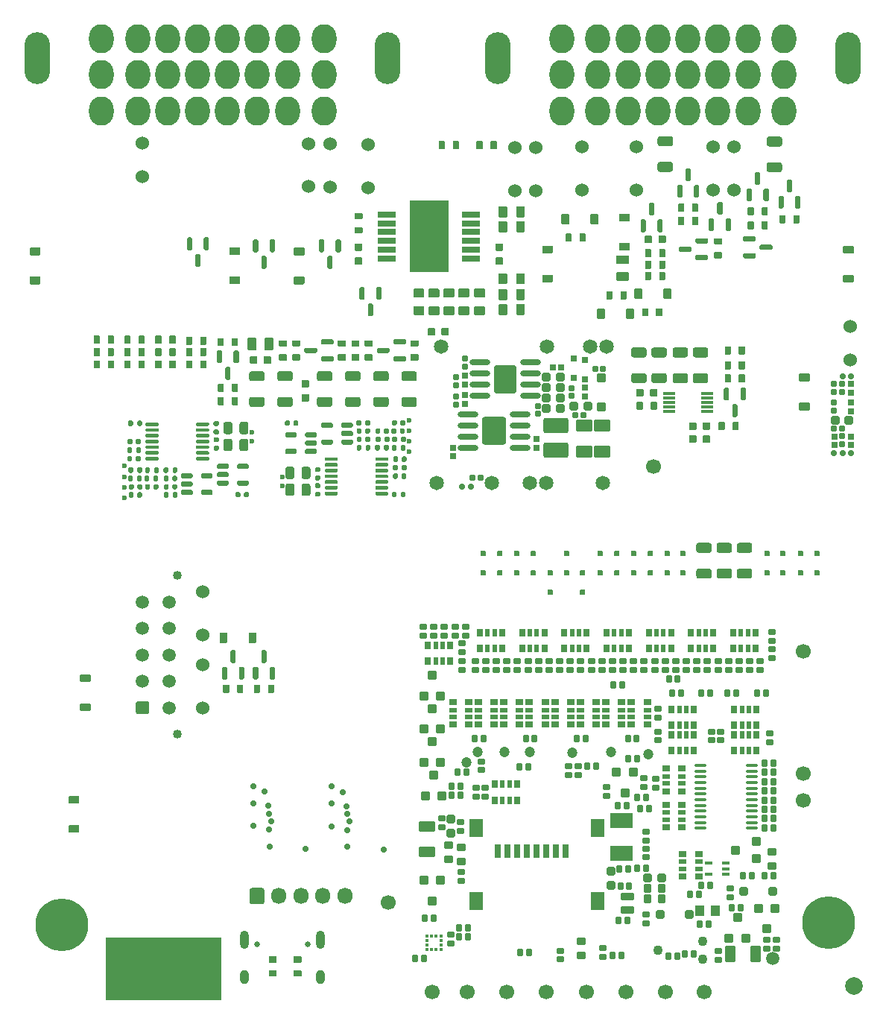
<source format=gbs>
G75*
G70*
%OFA0B0*%
%FSLAX25Y25*%
%IPPOS*%
%LPD*%
%AMOC8*
5,1,8,0,0,1.08239X$1,22.5*
%
%AMM186*
21,1,0.041340,0.026770,0.000000,-0.000000,270.000000*
21,1,0.029130,0.038980,0.000000,-0.000000,270.000000*
1,1,0.012210,-0.013390,-0.014570*
1,1,0.012210,-0.013390,0.014570*
1,1,0.012210,0.013390,0.014570*
1,1,0.012210,0.013390,-0.014570*
%
%AMM187*
21,1,0.076380,0.036220,0.000000,-0.000000,0.000000*
21,1,0.061810,0.050790,0.000000,-0.000000,0.000000*
1,1,0.014570,0.030910,-0.018110*
1,1,0.014570,-0.030910,-0.018110*
1,1,0.014570,-0.030910,0.018110*
1,1,0.014570,0.030910,0.018110*
%
%AMM190*
21,1,0.029130,0.018900,0.000000,-0.000000,0.000000*
21,1,0.018900,0.029130,0.000000,-0.000000,0.000000*
1,1,0.010240,0.009450,-0.009450*
1,1,0.010240,-0.009450,-0.009450*
1,1,0.010240,-0.009450,0.009450*
1,1,0.010240,0.009450,0.009450*
%
%AMM191*
21,1,0.025200,0.019680,0.000000,-0.000000,270.000000*
21,1,0.015750,0.029130,0.000000,-0.000000,270.000000*
1,1,0.009450,-0.009840,-0.007870*
1,1,0.009450,-0.009840,0.007870*
1,1,0.009450,0.009840,0.007870*
1,1,0.009450,0.009840,-0.007870*
%
%AMM192*
21,1,0.025200,0.019680,0.000000,-0.000000,180.000000*
21,1,0.015750,0.029130,0.000000,-0.000000,180.000000*
1,1,0.009450,-0.007870,0.009840*
1,1,0.009450,0.007870,0.009840*
1,1,0.009450,0.007870,-0.009840*
1,1,0.009450,-0.007870,-0.009840*
%
%AMM198*
21,1,0.111810,0.050390,0.000000,-0.000000,0.000000*
21,1,0.093700,0.068500,0.000000,-0.000000,0.000000*
1,1,0.018110,0.046850,-0.025200*
1,1,0.018110,-0.046850,-0.025200*
1,1,0.018110,-0.046850,0.025200*
1,1,0.018110,0.046850,0.025200*
%
%AMM199*
21,1,0.038980,0.026770,0.000000,-0.000000,180.000000*
21,1,0.026770,0.038980,0.000000,-0.000000,180.000000*
1,1,0.012210,-0.013390,0.013390*
1,1,0.012210,0.013390,0.013390*
1,1,0.012210,0.013390,-0.013390*
1,1,0.012210,-0.013390,-0.013390*
%
%AMM200*
21,1,0.029130,0.018900,0.000000,-0.000000,90.000000*
21,1,0.018900,0.029130,0.000000,-0.000000,90.000000*
1,1,0.010240,0.009450,0.009450*
1,1,0.010240,0.009450,-0.009450*
1,1,0.010240,-0.009450,-0.009450*
1,1,0.010240,-0.009450,0.009450*
%
%AMM201*
21,1,0.127560,0.075590,0.000000,-0.000000,90.000000*
21,1,0.103150,0.100000,0.000000,-0.000000,90.000000*
1,1,0.024410,0.037800,0.051580*
1,1,0.024410,0.037800,-0.051580*
1,1,0.024410,-0.037800,-0.051580*
1,1,0.024410,-0.037800,0.051580*
%
%AMM202*
21,1,0.123620,0.083460,0.000000,-0.000000,270.000000*
21,1,0.097240,0.109840,0.000000,-0.000000,270.000000*
1,1,0.026380,-0.041730,-0.048620*
1,1,0.026380,-0.041730,0.048620*
1,1,0.026380,0.041730,0.048620*
1,1,0.026380,0.041730,-0.048620*
%
%AMM281*
21,1,0.039370,0.030320,-0.000000,-0.000000,270.000000*
21,1,0.028350,0.041340,-0.000000,-0.000000,270.000000*
1,1,0.011020,-0.015160,-0.014170*
1,1,0.011020,-0.015160,0.014170*
1,1,0.011020,0.015160,0.014170*
1,1,0.011020,0.015160,-0.014170*
%
%AMM287*
21,1,0.031500,0.018900,-0.000000,-0.000000,0.000000*
21,1,0.022840,0.027560,-0.000000,-0.000000,0.000000*
1,1,0.008660,0.011420,-0.009450*
1,1,0.008660,-0.011420,-0.009450*
1,1,0.008660,-0.011420,0.009450*
1,1,0.008660,0.011420,0.009450*
%
%AMM290*
21,1,0.029530,0.026380,-0.000000,-0.000000,270.000000*
21,1,0.020470,0.035430,-0.000000,-0.000000,270.000000*
1,1,0.009060,-0.013190,-0.010240*
1,1,0.009060,-0.013190,0.010240*
1,1,0.009060,0.013190,0.010240*
1,1,0.009060,0.013190,-0.010240*
%
%AMM291*
21,1,0.021650,0.027950,-0.000000,-0.000000,270.000000*
21,1,0.014170,0.035430,-0.000000,-0.000000,270.000000*
1,1,0.007480,-0.013980,-0.007090*
1,1,0.007480,-0.013980,0.007090*
1,1,0.007480,0.013980,0.007090*
1,1,0.007480,0.013980,-0.007090*
%
%AMM293*
21,1,0.016540,0.028980,-0.000000,-0.000000,270.000000*
21,1,0.010080,0.035430,-0.000000,-0.000000,270.000000*
1,1,0.006460,-0.014490,-0.005040*
1,1,0.006460,-0.014490,0.005040*
1,1,0.006460,0.014490,0.005040*
1,1,0.006460,0.014490,-0.005040*
%
%AMM296*
21,1,0.031500,0.018900,-0.000000,-0.000000,270.000000*
21,1,0.022840,0.027560,-0.000000,-0.000000,270.000000*
1,1,0.008660,-0.009450,-0.011420*
1,1,0.008660,-0.009450,0.011420*
1,1,0.008660,0.009450,0.011420*
1,1,0.008660,0.009450,-0.011420*
%
%AMM306*
21,1,0.037400,0.026770,-0.000000,-0.000000,0.000000*
21,1,0.026770,0.037400,-0.000000,-0.000000,0.000000*
1,1,0.010630,0.013390,-0.013390*
1,1,0.010630,-0.013390,-0.013390*
1,1,0.010630,-0.013390,0.013390*
1,1,0.010630,0.013390,0.013390*
%
%AMM307*
21,1,0.039370,0.030320,-0.000000,-0.000000,0.000000*
21,1,0.028350,0.041340,-0.000000,-0.000000,0.000000*
1,1,0.011020,0.014170,-0.015160*
1,1,0.011020,-0.014170,-0.015160*
1,1,0.011020,-0.014170,0.015160*
1,1,0.011020,0.014170,0.015160*
%
%AMM308*
21,1,0.039760,0.026770,-0.000000,-0.000000,180.000000*
21,1,0.029130,0.037400,-0.000000,-0.000000,180.000000*
1,1,0.010630,-0.014570,0.013390*
1,1,0.010630,0.014570,0.013390*
1,1,0.010630,0.014570,-0.013390*
1,1,0.010630,-0.014570,-0.013390*
%
%AMM309*
21,1,0.074800,0.036220,-0.000000,-0.000000,180.000000*
21,1,0.061810,0.049210,-0.000000,-0.000000,180.000000*
1,1,0.012990,-0.030910,0.018110*
1,1,0.012990,0.030910,0.018110*
1,1,0.012990,0.030910,-0.018110*
1,1,0.012990,-0.030910,-0.018110*
%
%AMM310*
21,1,0.062990,0.020470,-0.000000,-0.000000,270.000000*
21,1,0.053940,0.029530,-0.000000,-0.000000,270.000000*
1,1,0.009060,-0.010240,-0.026970*
1,1,0.009060,-0.010240,0.026970*
1,1,0.009060,0.010240,0.026970*
1,1,0.009060,0.010240,-0.026970*
%
%AMM311*
21,1,0.082680,0.045670,-0.000000,-0.000000,270.000000*
21,1,0.067320,0.061020,-0.000000,-0.000000,270.000000*
1,1,0.015350,-0.022840,-0.033660*
1,1,0.015350,-0.022840,0.033660*
1,1,0.015350,0.022840,0.033660*
1,1,0.015350,0.022840,-0.033660*
%
%AMM312*
21,1,0.029530,0.026380,-0.000000,-0.000000,180.000000*
21,1,0.020470,0.035430,-0.000000,-0.000000,180.000000*
1,1,0.009060,-0.010240,0.013190*
1,1,0.009060,0.010240,0.013190*
1,1,0.009060,0.010240,-0.013190*
1,1,0.009060,-0.010240,-0.013190*
%
%AMM313*
21,1,0.021650,0.027950,-0.000000,-0.000000,180.000000*
21,1,0.014170,0.035430,-0.000000,-0.000000,180.000000*
1,1,0.007480,-0.007090,0.013980*
1,1,0.007480,0.007090,0.013980*
1,1,0.007480,0.007090,-0.013980*
1,1,0.007480,-0.007090,-0.013980*
%
%AMM314*
21,1,0.031500,0.030710,-0.000000,-0.000000,270.000000*
21,1,0.022050,0.040160,-0.000000,-0.000000,270.000000*
1,1,0.009450,-0.015350,-0.011020*
1,1,0.009450,-0.015350,0.011020*
1,1,0.009450,0.015350,0.011020*
1,1,0.009450,0.015350,-0.011020*
%
%AMM315*
21,1,0.031500,0.049610,-0.000000,-0.000000,90.000000*
21,1,0.022050,0.059060,-0.000000,-0.000000,90.000000*
1,1,0.009450,0.024800,0.011020*
1,1,0.009450,0.024800,-0.011020*
1,1,0.009450,-0.024800,-0.011020*
1,1,0.009450,-0.024800,0.011020*
%
%AMM316*
21,1,0.031500,0.030710,-0.000000,-0.000000,180.000000*
21,1,0.022050,0.040160,-0.000000,-0.000000,180.000000*
1,1,0.009450,-0.011020,0.015350*
1,1,0.009450,0.011020,0.015350*
1,1,0.009450,0.011020,-0.015350*
1,1,0.009450,-0.011020,-0.015350*
%
%AMM317*
21,1,0.074800,0.036220,-0.000000,-0.000000,270.000000*
21,1,0.061810,0.049210,-0.000000,-0.000000,270.000000*
1,1,0.012990,-0.018110,-0.030910*
1,1,0.012990,-0.018110,0.030910*
1,1,0.012990,0.018110,0.030910*
1,1,0.012990,0.018110,-0.030910*
%
%AMM318*
21,1,0.037400,0.026770,-0.000000,-0.000000,90.000000*
21,1,0.026770,0.037400,-0.000000,-0.000000,90.000000*
1,1,0.010630,0.013390,0.013390*
1,1,0.010630,0.013390,-0.013390*
1,1,0.010630,-0.013390,-0.013390*
1,1,0.010630,-0.013390,0.013390*
%
%ADD10C,0.06693*%
%ADD11C,0.06000*%
%ADD12C,0.23622*%
%ADD120C,0.02913*%
%ADD121C,0.06457*%
%ADD14O,0.06693X0.07283*%
%ADD18O,0.03937X0.08268*%
%ADD19O,0.03937X0.06299*%
%ADD20C,0.05906*%
%ADD200C,0.04294*%
%ADD201C,0.04724*%
%ADD21C,0.02362*%
%ADD221R,0.04331X0.04724*%
%ADD225R,0.09843X0.07087*%
%ADD233O,0.05354X0.01378*%
%ADD234R,0.01378X0.01772*%
%ADD235R,0.01772X0.01378*%
%ADD275O,0.09213X0.02520*%
%ADD333M186*%
%ADD334M187*%
%ADD337M190*%
%ADD338M191*%
%ADD339M192*%
%ADD345M198*%
%ADD346M199*%
%ADD347M200*%
%ADD348M201*%
%ADD349M202*%
%ADD459M281*%
%ADD465M287*%
%ADD468M290*%
%ADD469M291*%
%ADD471M293*%
%ADD474M296*%
%ADD484M306*%
%ADD485M307*%
%ADD486M308*%
%ADD487M309*%
%ADD488M310*%
%ADD489M311*%
%ADD49C,0.07874*%
%ADD490M312*%
%ADD491M313*%
%ADD492M314*%
%ADD493M315*%
%ADD494M316*%
%ADD495M317*%
%ADD496M318*%
%ADD65C,0.00472*%
%ADD66O,0.11417X0.23228*%
%ADD67O,0.11024X0.12992*%
%ADD68C,0.02559*%
%ADD69C,0.04016*%
%ADD77R,0.07874X0.02559*%
%ADD78R,0.17717X0.31890*%
%ADD79R,0.05512X0.01181*%
X0000000Y0000000D02*
%LPD*%
G01*
D65*
X0089961Y0000787D02*
X0038780Y0000787D01*
X0038780Y0028346D01*
X0089961Y0028346D01*
X0089961Y0000787D01*
G36*
X0089961Y0000787D02*
G01*
X0038780Y0000787D01*
X0038780Y0028346D01*
X0089961Y0028346D01*
X0089961Y0000787D01*
G37*
D10*
X0350787Y0156299D03*
D11*
X0082047Y0130906D03*
X0082047Y0150197D03*
D10*
X0235827Y0003937D03*
D12*
X0018909Y0033933D03*
G36*
G01*
X0102953Y0044193D02*
X0102953Y0049508D01*
G75*
G02*
X0103937Y0050492I0000984J0000000D01*
G01*
X0108661Y0050492D01*
G75*
G02*
X0109646Y0049508I0000000J-000984D01*
G01*
X0109646Y0044193D01*
G75*
G02*
X0108661Y0043209I-000984J0000000D01*
G01*
X0103937Y0043209D01*
G75*
G02*
X0102953Y0044193I0000000J0000984D01*
G01*
G37*
D14*
X0116142Y0046850D03*
X0125984Y0046850D03*
X0135827Y0046850D03*
X0145669Y0046850D03*
D11*
X0251772Y0381890D03*
X0251772Y0362598D03*
X0371654Y0286594D03*
X0371654Y0301594D03*
D66*
X0008071Y0421654D03*
X0164764Y0421654D03*
D67*
X0036811Y0398031D03*
X0052953Y0398031D03*
X0066339Y0398031D03*
X0079724Y0398031D03*
X0093110Y0398031D03*
X0106496Y0398031D03*
X0120079Y0398031D03*
X0136220Y0398031D03*
X0036811Y0414370D03*
X0052953Y0414370D03*
X0066339Y0414370D03*
X0079724Y0414370D03*
X0093110Y0414370D03*
X0106496Y0414370D03*
X0120079Y0414370D03*
X0136220Y0414370D03*
X0036811Y0430315D03*
X0052953Y0430315D03*
X0066339Y0430315D03*
X0079724Y0430315D03*
X0093110Y0430315D03*
X0106496Y0430315D03*
X0120079Y0430315D03*
X0136220Y0430315D03*
D10*
X0164961Y0044094D03*
X0253543Y0003937D03*
D68*
X0106339Y0025276D03*
X0129094Y0025276D03*
D18*
X0100709Y0027244D03*
D19*
X0100709Y0010787D03*
D18*
X0134724Y0027244D03*
D19*
X0134724Y0010787D03*
D10*
X0350787Y0089764D03*
X0200394Y0003937D03*
X0184646Y0003937D03*
X0306299Y0003937D03*
D69*
X0070630Y0119291D03*
X0070630Y0190157D03*
G36*
G01*
X0057087Y0128150D02*
X0053150Y0128150D01*
G75*
G02*
X0052165Y0129134I0000000J0000984D01*
G01*
X0052165Y0133071D01*
G75*
G02*
X0053150Y0134055I0000984J0000000D01*
G01*
X0057087Y0134055D01*
G75*
G02*
X0058071Y0133071I0000000J-000984D01*
G01*
X0058071Y0129134D01*
G75*
G02*
X0057087Y0128150I-000984J0000000D01*
G01*
G37*
D20*
X0055118Y0142913D03*
X0055118Y0154724D03*
X0055118Y0166535D03*
X0055118Y0178346D03*
X0066929Y0131102D03*
X0066929Y0142913D03*
X0066929Y0154724D03*
X0066929Y0166535D03*
X0066929Y0178346D03*
D10*
X0288976Y0003937D03*
D20*
X0261024Y0231595D03*
X0235827Y0231595D03*
X0228346Y0231595D03*
X0211417Y0231595D03*
D21*
X0201969Y0229823D03*
X0198032Y0229823D03*
D20*
X0186811Y0231595D03*
X0262795Y0292618D03*
X0255512Y0292618D03*
X0236024Y0292618D03*
X0188583Y0292618D03*
D21*
X0047146Y0234449D03*
X0047146Y0239173D03*
X0047146Y0229724D03*
X0047146Y0225000D03*
X0103937Y0250433D03*
X0103937Y0254370D03*
D11*
X0129528Y0383464D03*
X0129528Y0364173D03*
X0055118Y0368681D03*
X0055118Y0383681D03*
X0319669Y0381870D03*
X0319669Y0362579D03*
X0275984Y0381890D03*
X0275984Y0362598D03*
D10*
X0218110Y0003937D03*
D12*
X0362000Y0034933D03*
D11*
X0155906Y0383071D03*
X0155906Y0363779D03*
D10*
X0271260Y0003937D03*
D21*
X0371949Y0244980D03*
X0368209Y0244980D03*
X0364469Y0244980D03*
X0368406Y0279232D03*
X0371949Y0279232D03*
D21*
X0146791Y0076378D03*
X0139567Y0078051D03*
X0147638Y0080217D03*
X0146791Y0083661D03*
X0146496Y0087008D03*
X0139567Y0088287D03*
X0144724Y0093405D03*
X0139567Y0095965D03*
X0162894Y0067717D03*
X0146850Y0068898D03*
D21*
X0174409Y0250344D03*
X0174409Y0245620D03*
X0174409Y0255069D03*
X0174409Y0259793D03*
X0117618Y0234360D03*
X0117618Y0230423D03*
D11*
X0139173Y0383268D03*
X0139173Y0363976D03*
D10*
X0350787Y0101575D03*
D66*
X0213976Y0421654D03*
X0370669Y0421654D03*
D67*
X0242717Y0398031D03*
X0258858Y0398031D03*
X0272244Y0398031D03*
X0285630Y0398031D03*
X0299016Y0398031D03*
X0312402Y0398031D03*
X0325984Y0398031D03*
X0342126Y0398031D03*
X0242717Y0414370D03*
X0258858Y0414370D03*
X0272244Y0414370D03*
X0285630Y0414370D03*
X0299016Y0414370D03*
X0312402Y0414370D03*
X0325984Y0414370D03*
X0342126Y0414370D03*
X0242717Y0430315D03*
X0258858Y0430315D03*
X0272244Y0430315D03*
X0285630Y0430315D03*
X0299016Y0430315D03*
X0312402Y0430315D03*
X0325984Y0430315D03*
X0342126Y0430315D03*
D11*
X0221654Y0381496D03*
X0221654Y0362205D03*
D21*
X0111831Y0076523D03*
X0104607Y0078196D03*
X0112678Y0080362D03*
X0111831Y0083806D03*
X0111536Y0087153D03*
X0104607Y0088433D03*
X0109764Y0093551D03*
X0104607Y0096110D03*
X0127934Y0067862D03*
X0111890Y0069043D03*
D10*
X0283858Y0238976D03*
D11*
X0230906Y0381673D03*
X0230906Y0362382D03*
X0082047Y0163583D03*
X0082047Y0182874D03*
X0310236Y0382067D03*
X0310236Y0362776D03*
G36*
G01*
X0303543Y0359154D02*
X0302362Y0359154D01*
G75*
G02*
X0301772Y0359744I0000000J0000591D01*
G01*
X0301772Y0364370D01*
G75*
G02*
X0302362Y0364961I0000591J0000000D01*
G01*
X0303543Y0364961D01*
G75*
G02*
X0304134Y0364370I0000000J-000591D01*
G01*
X0304134Y0359744D01*
G75*
G02*
X0303543Y0359154I-000591J0000000D01*
G01*
G37*
G36*
G01*
X0299803Y0366535D02*
X0298622Y0366535D01*
G75*
G02*
X0298031Y0367126I0000000J0000591D01*
G01*
X0298031Y0371752D01*
G75*
G02*
X0298622Y0372343I0000591J0000000D01*
G01*
X0299803Y0372343D01*
G75*
G02*
X0300394Y0371752I0000000J-000591D01*
G01*
X0300394Y0367126D01*
G75*
G02*
X0299803Y0366535I-000591J0000000D01*
G01*
G37*
G36*
G01*
X0296063Y0359154D02*
X0294882Y0359154D01*
G75*
G02*
X0294291Y0359744I0000000J0000591D01*
G01*
X0294291Y0364370D01*
G75*
G02*
X0294882Y0364961I0000591J0000000D01*
G01*
X0296063Y0364961D01*
G75*
G02*
X0296654Y0364370I0000000J-000591D01*
G01*
X0296654Y0359744D01*
G75*
G02*
X0296063Y0359154I-000591J0000000D01*
G01*
G37*
G36*
G01*
X0285236Y0267677D02*
X0285236Y0264606D01*
G75*
G02*
X0284961Y0264331I-000276J0000000D01*
G01*
X0282756Y0264331D01*
G75*
G02*
X0282480Y0264606I0000000J0000276D01*
G01*
X0282480Y0267677D01*
G75*
G02*
X0282756Y0267953I0000276J0000000D01*
G01*
X0284961Y0267953D01*
G75*
G02*
X0285236Y0267677I0000000J-000276D01*
G01*
G37*
G36*
G01*
X0278937Y0267677D02*
X0278937Y0264606D01*
G75*
G02*
X0278661Y0264331I-000276J0000000D01*
G01*
X0276457Y0264331D01*
G75*
G02*
X0276181Y0264606I0000000J0000276D01*
G01*
X0276181Y0267677D01*
G75*
G02*
X0276457Y0267953I0000276J0000000D01*
G01*
X0278661Y0267953D01*
G75*
G02*
X0278937Y0267677I0000000J-000276D01*
G01*
G37*
G36*
G01*
X0088780Y0293100D02*
X0088780Y0296171D01*
G75*
G02*
X0089055Y0296447I0000276J0000000D01*
G01*
X0091260Y0296447D01*
G75*
G02*
X0091535Y0296171I0000000J-000276D01*
G01*
X0091535Y0293100D01*
G75*
G02*
X0091260Y0292825I-000276J0000000D01*
G01*
X0089055Y0292825D01*
G75*
G02*
X0088780Y0293100I0000000J0000276D01*
G01*
G37*
G36*
G01*
X0095079Y0293100D02*
X0095079Y0296171D01*
G75*
G02*
X0095354Y0296447I0000276J0000000D01*
G01*
X0097559Y0296447D01*
G75*
G02*
X0097835Y0296171I0000000J-000276D01*
G01*
X0097835Y0293100D01*
G75*
G02*
X0097559Y0292825I-000276J0000000D01*
G01*
X0095354Y0292825D01*
G75*
G02*
X0095079Y0293100I0000000J0000276D01*
G01*
G37*
G36*
G01*
X0153289Y0343268D02*
X0150218Y0343268D01*
G75*
G02*
X0149942Y0343543I0000000J0000276D01*
G01*
X0149942Y0345748D01*
G75*
G02*
X0150218Y0346024I0000276J0000000D01*
G01*
X0153289Y0346024D01*
G75*
G02*
X0153564Y0345748I0000000J-000276D01*
G01*
X0153564Y0343543D01*
G75*
G02*
X0153289Y0343268I-000276J0000000D01*
G01*
G37*
G36*
G01*
X0153289Y0349567D02*
X0150218Y0349567D01*
G75*
G02*
X0149942Y0349843I0000000J0000276D01*
G01*
X0149942Y0352047D01*
G75*
G02*
X0150218Y0352323I0000276J0000000D01*
G01*
X0153289Y0352323D01*
G75*
G02*
X0153564Y0352047I0000000J-000276D01*
G01*
X0153564Y0349843D01*
G75*
G02*
X0153289Y0349567I-000276J0000000D01*
G01*
G37*
G36*
G01*
X0112697Y0287953D02*
X0112697Y0285276D01*
G75*
G02*
X0112362Y0284941I-000335J0000000D01*
G01*
X0109685Y0284941D01*
G75*
G02*
X0109350Y0285276I0000000J0000335D01*
G01*
X0109350Y0287953D01*
G75*
G02*
X0109685Y0288287I0000335J0000000D01*
G01*
X0112362Y0288287D01*
G75*
G02*
X0112697Y0287953I0000000J-000335D01*
G01*
G37*
G36*
G01*
X0106476Y0287953D02*
X0106476Y0285276D01*
G75*
G02*
X0106142Y0284941I-000335J0000000D01*
G01*
X0103465Y0284941D01*
G75*
G02*
X0103130Y0285276I0000000J0000335D01*
G01*
X0103130Y0287953D01*
G75*
G02*
X0103465Y0288287I0000335J0000000D01*
G01*
X0106142Y0288287D01*
G75*
G02*
X0106476Y0287953I0000000J-000335D01*
G01*
G37*
G36*
G01*
X0226163Y0317972D02*
X0226163Y0313839D01*
G75*
G02*
X0225769Y0313445I-000394J0000000D01*
G01*
X0222619Y0313445D01*
G75*
G02*
X0222226Y0313839I0000000J0000394D01*
G01*
X0222226Y0317972D01*
G75*
G02*
X0222619Y0318366I0000394J0000000D01*
G01*
X0225769Y0318366D01*
G75*
G02*
X0226163Y0317972I0000000J-000394D01*
G01*
G37*
G36*
G01*
X0218289Y0317972D02*
X0218289Y0313839D01*
G75*
G02*
X0217895Y0313445I-000394J0000000D01*
G01*
X0214745Y0313445D01*
G75*
G02*
X0214352Y0313839I0000000J0000394D01*
G01*
X0214352Y0317972D01*
G75*
G02*
X0214745Y0318366I0000394J0000000D01*
G01*
X0217895Y0318366D01*
G75*
G02*
X0218289Y0317972I0000000J-000394D01*
G01*
G37*
G36*
G01*
X0315551Y0276811D02*
X0315551Y0279882D01*
G75*
G02*
X0315827Y0280157I0000276J0000000D01*
G01*
X0318031Y0280157D01*
G75*
G02*
X0318307Y0279882I0000000J-000276D01*
G01*
X0318307Y0276811D01*
G75*
G02*
X0318031Y0276535I-000276J0000000D01*
G01*
X0315827Y0276535D01*
G75*
G02*
X0315551Y0276811I0000000J0000276D01*
G01*
G37*
G36*
G01*
X0321850Y0276811D02*
X0321850Y0279882D01*
G75*
G02*
X0322126Y0280157I0000276J0000000D01*
G01*
X0324331Y0280157D01*
G75*
G02*
X0324606Y0279882I0000000J-000276D01*
G01*
X0324606Y0276811D01*
G75*
G02*
X0324331Y0276535I-000276J0000000D01*
G01*
X0322126Y0276535D01*
G75*
G02*
X0321850Y0276811I0000000J0000276D01*
G01*
G37*
G36*
G01*
X0150415Y0338799D02*
X0153092Y0338799D01*
G75*
G02*
X0153426Y0338465I0000000J-000335D01*
G01*
X0153426Y0335787D01*
G75*
G02*
X0153092Y0335453I-000335J0000000D01*
G01*
X0150415Y0335453D01*
G75*
G02*
X0150080Y0335787I0000000J0000335D01*
G01*
X0150080Y0338465D01*
G75*
G02*
X0150415Y0338799I0000335J0000000D01*
G01*
G37*
G36*
G01*
X0150415Y0332579D02*
X0153092Y0332579D01*
G75*
G02*
X0153426Y0332244I0000000J-000335D01*
G01*
X0153426Y0329567D01*
G75*
G02*
X0153092Y0329232I-000335J0000000D01*
G01*
X0150415Y0329232D01*
G75*
G02*
X0150080Y0329567I0000000J0000335D01*
G01*
X0150080Y0332244D01*
G75*
G02*
X0150415Y0332579I0000335J0000000D01*
G01*
G37*
G36*
G01*
X0223622Y0192283D02*
X0223622Y0190394D01*
G75*
G02*
X0223386Y0190157I-000236J0000000D01*
G01*
X0221496Y0190157D01*
G75*
G02*
X0221260Y0190394I0000000J0000236D01*
G01*
X0221260Y0192283D01*
G75*
G02*
X0221496Y0192520I0000236J0000000D01*
G01*
X0223386Y0192520D01*
G75*
G02*
X0223622Y0192283I0000000J-000236D01*
G01*
G37*
G36*
G01*
X0223622Y0200945D02*
X0223622Y0199055D01*
G75*
G02*
X0223386Y0198819I-000236J0000000D01*
G01*
X0221496Y0198819D01*
G75*
G02*
X0221260Y0199055I0000000J0000236D01*
G01*
X0221260Y0200945D01*
G75*
G02*
X0221496Y0201181I0000236J0000000D01*
G01*
X0223386Y0201181D01*
G75*
G02*
X0223622Y0200945I0000000J-000236D01*
G01*
G37*
G36*
G01*
X0047047Y0283110D02*
X0047047Y0286181D01*
G75*
G02*
X0047323Y0286457I0000276J0000000D01*
G01*
X0049528Y0286457D01*
G75*
G02*
X0049803Y0286181I0000000J-000276D01*
G01*
X0049803Y0283110D01*
G75*
G02*
X0049528Y0282835I-000276J0000000D01*
G01*
X0047323Y0282835D01*
G75*
G02*
X0047047Y0283110I0000000J0000276D01*
G01*
G37*
G36*
G01*
X0053346Y0283110D02*
X0053346Y0286181D01*
G75*
G02*
X0053622Y0286457I0000276J0000000D01*
G01*
X0055827Y0286457D01*
G75*
G02*
X0056102Y0286181I0000000J-000276D01*
G01*
X0056102Y0283110D01*
G75*
G02*
X0055827Y0282835I-000276J0000000D01*
G01*
X0053622Y0282835D01*
G75*
G02*
X0053346Y0283110I0000000J0000276D01*
G01*
G37*
G36*
G01*
X0047047Y0294134D02*
X0047047Y0297205D01*
G75*
G02*
X0047323Y0297480I0000276J0000000D01*
G01*
X0049528Y0297480D01*
G75*
G02*
X0049803Y0297205I0000000J-000276D01*
G01*
X0049803Y0294134D01*
G75*
G02*
X0049528Y0293858I-000276J0000000D01*
G01*
X0047323Y0293858D01*
G75*
G02*
X0047047Y0294134I0000000J0000276D01*
G01*
G37*
G36*
G01*
X0053346Y0294134D02*
X0053346Y0297205D01*
G75*
G02*
X0053622Y0297480I0000276J0000000D01*
G01*
X0055827Y0297480D01*
G75*
G02*
X0056102Y0297205I0000000J-000276D01*
G01*
X0056102Y0294134D01*
G75*
G02*
X0055827Y0293858I-000276J0000000D01*
G01*
X0053622Y0293858D01*
G75*
G02*
X0053346Y0294134I0000000J0000276D01*
G01*
G37*
G36*
G01*
X0299547Y0249843D02*
X0299547Y0252520D01*
G75*
G02*
X0299882Y0252854I0000335J0000000D01*
G01*
X0302559Y0252854D01*
G75*
G02*
X0302894Y0252520I0000000J-000335D01*
G01*
X0302894Y0249843D01*
G75*
G02*
X0302559Y0249508I-000335J0000000D01*
G01*
X0299882Y0249508D01*
G75*
G02*
X0299547Y0249843I0000000J0000335D01*
G01*
G37*
G36*
G01*
X0305768Y0249843D02*
X0305768Y0252520D01*
G75*
G02*
X0306102Y0252854I0000335J0000000D01*
G01*
X0308780Y0252854D01*
G75*
G02*
X0309114Y0252520I0000000J-000335D01*
G01*
X0309114Y0249843D01*
G75*
G02*
X0308780Y0249508I-000335J0000000D01*
G01*
X0306102Y0249508D01*
G75*
G02*
X0305768Y0249843I0000000J0000335D01*
G01*
G37*
G36*
G01*
X0275197Y0314232D02*
X0275197Y0318248D01*
G75*
G02*
X0275551Y0318602I0000354J0000000D01*
G01*
X0278386Y0318602D01*
G75*
G02*
X0278740Y0318248I0000000J-000354D01*
G01*
X0278740Y0314232D01*
G75*
G02*
X0278386Y0313878I-000354J0000000D01*
G01*
X0275551Y0313878D01*
G75*
G02*
X0275197Y0314232I0000000J0000354D01*
G01*
G37*
G36*
G01*
X0288189Y0314232D02*
X0288189Y0318248D01*
G75*
G02*
X0288543Y0318602I0000354J0000000D01*
G01*
X0291378Y0318602D01*
G75*
G02*
X0291732Y0318248I0000000J-000354D01*
G01*
X0291732Y0314232D01*
G75*
G02*
X0291378Y0313878I-000354J0000000D01*
G01*
X0288543Y0313878D01*
G75*
G02*
X0288189Y0314232I0000000J0000354D01*
G01*
G37*
G36*
G01*
X0192185Y0300551D02*
X0192185Y0297874D01*
G75*
G02*
X0191850Y0297539I-000335J0000000D01*
G01*
X0189173Y0297539D01*
G75*
G02*
X0188839Y0297874I0000000J0000335D01*
G01*
X0188839Y0300551D01*
G75*
G02*
X0189173Y0300886I0000335J0000000D01*
G01*
X0191850Y0300886D01*
G75*
G02*
X0192185Y0300551I0000000J-000335D01*
G01*
G37*
G36*
G01*
X0185965Y0300551D02*
X0185965Y0297874D01*
G75*
G02*
X0185630Y0297539I-000335J0000000D01*
G01*
X0182953Y0297539D01*
G75*
G02*
X0182618Y0297874I0000000J0000335D01*
G01*
X0182618Y0300551D01*
G75*
G02*
X0182953Y0300886I0000335J0000000D01*
G01*
X0185630Y0300886D01*
G75*
G02*
X0185965Y0300551I0000000J-000335D01*
G01*
G37*
G36*
G01*
X0236220Y0190394D02*
X0236220Y0192283D01*
G75*
G02*
X0236457Y0192520I0000236J0000000D01*
G01*
X0238346Y0192520D01*
G75*
G02*
X0238583Y0192283I0000000J-000236D01*
G01*
X0238583Y0190394D01*
G75*
G02*
X0238346Y0190157I-000236J0000000D01*
G01*
X0236457Y0190157D01*
G75*
G02*
X0236220Y0190394I0000000J0000236D01*
G01*
G37*
G36*
G01*
X0236220Y0181732D02*
X0236220Y0183622D01*
G75*
G02*
X0236457Y0183858I0000236J0000000D01*
G01*
X0238346Y0183858D01*
G75*
G02*
X0238583Y0183622I0000000J-000236D01*
G01*
X0238583Y0181732D01*
G75*
G02*
X0238346Y0181496I-000236J0000000D01*
G01*
X0236457Y0181496D01*
G75*
G02*
X0236220Y0181732I0000000J0000236D01*
G01*
G37*
G36*
G01*
X0326870Y0188878D02*
X0321949Y0188878D01*
G75*
G02*
X0320965Y0189862I0000000J0000984D01*
G01*
X0320965Y0192323D01*
G75*
G02*
X0321949Y0193307I0000984J0000000D01*
G01*
X0326870Y0193307D01*
G75*
G02*
X0327854Y0192323I0000000J-000984D01*
G01*
X0327854Y0189862D01*
G75*
G02*
X0326870Y0188878I-000984J0000000D01*
G01*
G37*
G36*
G01*
X0326870Y0200394D02*
X0321949Y0200394D01*
G75*
G02*
X0320965Y0201378I0000000J0000984D01*
G01*
X0320965Y0203839D01*
G75*
G02*
X0321949Y0204823I0000984J0000000D01*
G01*
X0326870Y0204823D01*
G75*
G02*
X0327854Y0203839I0000000J-000984D01*
G01*
X0327854Y0201378D01*
G75*
G02*
X0326870Y0200394I-000984J0000000D01*
G01*
G37*
G36*
G01*
X0216084Y0329232D02*
X0213407Y0329232D01*
G75*
G02*
X0213072Y0329567I0000000J0000335D01*
G01*
X0213072Y0332244D01*
G75*
G02*
X0213407Y0332579I0000335J0000000D01*
G01*
X0216084Y0332579D01*
G75*
G02*
X0216418Y0332244I0000000J-000335D01*
G01*
X0216418Y0329567D01*
G75*
G02*
X0216084Y0329232I-000335J0000000D01*
G01*
G37*
G36*
G01*
X0216084Y0335453D02*
X0213407Y0335453D01*
G75*
G02*
X0213072Y0335787I0000000J0000335D01*
G01*
X0213072Y0338465D01*
G75*
G02*
X0213407Y0338799I0000335J0000000D01*
G01*
X0216084Y0338799D01*
G75*
G02*
X0216418Y0338465I0000000J-000335D01*
G01*
X0216418Y0335787D01*
G75*
G02*
X0216084Y0335453I-000335J0000000D01*
G01*
G37*
G36*
G01*
X0075591Y0341486D02*
X0076772Y0341486D01*
G75*
G02*
X0077362Y0340896I0000000J-000591D01*
G01*
X0077362Y0336270D01*
G75*
G02*
X0076772Y0335679I-000591J0000000D01*
G01*
X0075591Y0335679D01*
G75*
G02*
X0075000Y0336270I0000000J0000591D01*
G01*
X0075000Y0340896D01*
G75*
G02*
X0075591Y0341486I0000591J0000000D01*
G01*
G37*
G36*
G01*
X0083071Y0341486D02*
X0084252Y0341486D01*
G75*
G02*
X0084843Y0340896I0000000J-000591D01*
G01*
X0084843Y0336270D01*
G75*
G02*
X0084252Y0335679I-000591J0000000D01*
G01*
X0083071Y0335679D01*
G75*
G02*
X0082480Y0336270I0000000J0000591D01*
G01*
X0082480Y0340896D01*
G75*
G02*
X0083071Y0341486I0000591J0000000D01*
G01*
G37*
G36*
G01*
X0079331Y0334104D02*
X0080512Y0334104D01*
G75*
G02*
X0081102Y0333514I0000000J-000591D01*
G01*
X0081102Y0328888D01*
G75*
G02*
X0080512Y0328297I-000591J0000000D01*
G01*
X0079331Y0328297D01*
G75*
G02*
X0078740Y0328888I0000000J0000591D01*
G01*
X0078740Y0333514D01*
G75*
G02*
X0079331Y0334104I0000591J0000000D01*
G01*
G37*
G36*
G01*
X0339961Y0348071D02*
X0339961Y0351142D01*
G75*
G02*
X0340236Y0351417I0000276J0000000D01*
G01*
X0342441Y0351417D01*
G75*
G02*
X0342717Y0351142I0000000J-000276D01*
G01*
X0342717Y0348071D01*
G75*
G02*
X0342441Y0347795I-000276J0000000D01*
G01*
X0340236Y0347795D01*
G75*
G02*
X0339961Y0348071I0000000J0000276D01*
G01*
G37*
G36*
G01*
X0346260Y0348071D02*
X0346260Y0351142D01*
G75*
G02*
X0346535Y0351417I0000276J0000000D01*
G01*
X0348740Y0351417D01*
G75*
G02*
X0349016Y0351142I0000000J-000276D01*
G01*
X0349016Y0348071D01*
G75*
G02*
X0348740Y0347795I-000276J0000000D01*
G01*
X0346535Y0347795D01*
G75*
G02*
X0346260Y0348071I0000000J0000276D01*
G01*
G37*
G36*
G01*
X0288681Y0276280D02*
X0283760Y0276280D01*
G75*
G02*
X0282776Y0277264I0000000J0000984D01*
G01*
X0282776Y0279724D01*
G75*
G02*
X0283760Y0280709I0000984J0000000D01*
G01*
X0288681Y0280709D01*
G75*
G02*
X0289665Y0279724I0000000J-000984D01*
G01*
X0289665Y0277264D01*
G75*
G02*
X0288681Y0276280I-000984J0000000D01*
G01*
G37*
G36*
G01*
X0288681Y0287795D02*
X0283760Y0287795D01*
G75*
G02*
X0282776Y0288780I0000000J0000984D01*
G01*
X0282776Y0291240D01*
G75*
G02*
X0283760Y0292224I0000984J0000000D01*
G01*
X0288681Y0292224D01*
G75*
G02*
X0289665Y0291240I0000000J-000984D01*
G01*
X0289665Y0288780D01*
G75*
G02*
X0288681Y0287795I-000984J0000000D01*
G01*
G37*
G36*
G01*
X0342667Y0192289D02*
X0342667Y0190400D01*
G75*
G02*
X0342431Y0190163I-000236J0000000D01*
G01*
X0340541Y0190163D01*
G75*
G02*
X0340305Y0190400I0000000J0000236D01*
G01*
X0340305Y0192289D01*
G75*
G02*
X0340541Y0192526I0000236J0000000D01*
G01*
X0342431Y0192526D01*
G75*
G02*
X0342667Y0192289I0000000J-000236D01*
G01*
G37*
G36*
G01*
X0342667Y0200951D02*
X0342667Y0199061D01*
G75*
G02*
X0342431Y0198825I-000236J0000000D01*
G01*
X0340541Y0198825D01*
G75*
G02*
X0340305Y0199061I0000000J0000236D01*
G01*
X0340305Y0200951D01*
G75*
G02*
X0340541Y0201187I0000236J0000000D01*
G01*
X0342431Y0201187D01*
G75*
G02*
X0342667Y0200951I0000000J-000236D01*
G01*
G37*
G36*
G01*
X0173130Y0295276D02*
X0173130Y0294094D01*
G75*
G02*
X0172539Y0293504I-000591J0000000D01*
G01*
X0167913Y0293504D01*
G75*
G02*
X0167323Y0294094I0000000J0000591D01*
G01*
X0167323Y0295276D01*
G75*
G02*
X0167913Y0295866I0000591J0000000D01*
G01*
X0172539Y0295866D01*
G75*
G02*
X0173130Y0295276I0000000J-000591D01*
G01*
G37*
G36*
G01*
X0165748Y0291535D02*
X0165748Y0290354D01*
G75*
G02*
X0165157Y0289764I-000591J0000000D01*
G01*
X0160531Y0289764D01*
G75*
G02*
X0159941Y0290354I0000000J0000591D01*
G01*
X0159941Y0291535D01*
G75*
G02*
X0160531Y0292126I0000591J0000000D01*
G01*
X0165157Y0292126D01*
G75*
G02*
X0165748Y0291535I0000000J-000591D01*
G01*
G37*
G36*
G01*
X0173130Y0287795D02*
X0173130Y0286614D01*
G75*
G02*
X0172539Y0286024I-000591J0000000D01*
G01*
X0167913Y0286024D01*
G75*
G02*
X0167323Y0286614I0000000J0000591D01*
G01*
X0167323Y0287795D01*
G75*
G02*
X0167913Y0288386I0000591J0000000D01*
G01*
X0172539Y0288386D01*
G75*
G02*
X0173130Y0287795I0000000J-000591D01*
G01*
G37*
G36*
G01*
X0151673Y0265650D02*
X0146752Y0265650D01*
G75*
G02*
X0145768Y0266634I0000000J0000984D01*
G01*
X0145768Y0269094D01*
G75*
G02*
X0146752Y0270079I0000984J0000000D01*
G01*
X0151673Y0270079D01*
G75*
G02*
X0152657Y0269094I0000000J-000984D01*
G01*
X0152657Y0266634D01*
G75*
G02*
X0151673Y0265650I-000984J0000000D01*
G01*
G37*
G36*
G01*
X0151673Y0277165D02*
X0146752Y0277165D01*
G75*
G02*
X0145768Y0278150I0000000J0000984D01*
G01*
X0145768Y0280610D01*
G75*
G02*
X0146752Y0281594I0000984J0000000D01*
G01*
X0151673Y0281594D01*
G75*
G02*
X0152657Y0280610I0000000J-000984D01*
G01*
X0152657Y0278150D01*
G75*
G02*
X0151673Y0277165I-000984J0000000D01*
G01*
G37*
G36*
G01*
X0334646Y0357579D02*
X0333465Y0357579D01*
G75*
G02*
X0332874Y0358169I0000000J0000591D01*
G01*
X0332874Y0362795D01*
G75*
G02*
X0333465Y0363386I0000591J0000000D01*
G01*
X0334646Y0363386D01*
G75*
G02*
X0335236Y0362795I0000000J-000591D01*
G01*
X0335236Y0358169D01*
G75*
G02*
X0334646Y0357579I-000591J0000000D01*
G01*
G37*
G36*
G01*
X0330906Y0364961D02*
X0329724Y0364961D01*
G75*
G02*
X0329134Y0365551I0000000J0000591D01*
G01*
X0329134Y0370177D01*
G75*
G02*
X0329724Y0370768I0000591J0000000D01*
G01*
X0330906Y0370768D01*
G75*
G02*
X0331496Y0370177I0000000J-000591D01*
G01*
X0331496Y0365551D01*
G75*
G02*
X0330906Y0364961I-000591J0000000D01*
G01*
G37*
G36*
G01*
X0327165Y0357579D02*
X0325984Y0357579D01*
G75*
G02*
X0325394Y0358169I0000000J0000591D01*
G01*
X0325394Y0362795D01*
G75*
G02*
X0325984Y0363386I0000591J0000000D01*
G01*
X0327165Y0363386D01*
G75*
G02*
X0327756Y0362795I0000000J-000591D01*
G01*
X0327756Y0358169D01*
G75*
G02*
X0327165Y0357579I-000591J0000000D01*
G01*
G37*
G36*
G01*
X0091142Y0138061D02*
X0091142Y0141132D01*
G75*
G02*
X0091417Y0141408I0000276J0000000D01*
G01*
X0093622Y0141408D01*
G75*
G02*
X0093898Y0141132I0000000J-000276D01*
G01*
X0093898Y0138061D01*
G75*
G02*
X0093622Y0137786I-000276J0000000D01*
G01*
X0091417Y0137786D01*
G75*
G02*
X0091142Y0138061I0000000J0000276D01*
G01*
G37*
G36*
G01*
X0097441Y0138061D02*
X0097441Y0141132D01*
G75*
G02*
X0097717Y0141408I0000276J0000000D01*
G01*
X0099921Y0141408D01*
G75*
G02*
X0100197Y0141132I0000000J-000276D01*
G01*
X0100197Y0138061D01*
G75*
G02*
X0099921Y0137786I-000276J0000000D01*
G01*
X0097717Y0137786D01*
G75*
G02*
X0097441Y0138061I0000000J0000276D01*
G01*
G37*
G36*
G01*
X0026496Y0075197D02*
X0022480Y0075197D01*
G75*
G02*
X0022126Y0075551I0000000J0000354D01*
G01*
X0022126Y0078386D01*
G75*
G02*
X0022480Y0078740I0000354J0000000D01*
G01*
X0026496Y0078740D01*
G75*
G02*
X0026850Y0078386I0000000J-000354D01*
G01*
X0026850Y0075551D01*
G75*
G02*
X0026496Y0075197I-000354J0000000D01*
G01*
G37*
G36*
G01*
X0026496Y0088189D02*
X0022480Y0088189D01*
G75*
G02*
X0022126Y0088543I0000000J0000354D01*
G01*
X0022126Y0091378D01*
G75*
G02*
X0022480Y0091732I0000354J0000000D01*
G01*
X0026496Y0091732D01*
G75*
G02*
X0026850Y0091378I0000000J-000354D01*
G01*
X0026850Y0088543D01*
G75*
G02*
X0026496Y0088189I-000354J0000000D01*
G01*
G37*
G36*
G01*
X0231053Y0192289D02*
X0231053Y0190400D01*
G75*
G02*
X0230817Y0190163I-000236J0000000D01*
G01*
X0228927Y0190163D01*
G75*
G02*
X0228691Y0190400I0000000J0000236D01*
G01*
X0228691Y0192289D01*
G75*
G02*
X0228927Y0192526I0000236J0000000D01*
G01*
X0230817Y0192526D01*
G75*
G02*
X0231053Y0192289I0000000J-000236D01*
G01*
G37*
G36*
G01*
X0231053Y0200951D02*
X0231053Y0199061D01*
G75*
G02*
X0230817Y0198825I-000236J0000000D01*
G01*
X0228927Y0198825D01*
G75*
G02*
X0228691Y0199061I0000000J0000236D01*
G01*
X0228691Y0200951D01*
G75*
G02*
X0228927Y0201187I0000236J0000000D01*
G01*
X0230817Y0201187D01*
G75*
G02*
X0231053Y0200951I0000000J-000236D01*
G01*
G37*
G36*
G01*
X0278543Y0306437D02*
X0278543Y0309508D01*
G75*
G02*
X0278819Y0309783I0000276J0000000D01*
G01*
X0281024Y0309783D01*
G75*
G02*
X0281299Y0309508I0000000J-000276D01*
G01*
X0281299Y0306437D01*
G75*
G02*
X0281024Y0306161I-000276J0000000D01*
G01*
X0278819Y0306161D01*
G75*
G02*
X0278543Y0306437I0000000J0000276D01*
G01*
G37*
G36*
G01*
X0284843Y0306437D02*
X0284843Y0309508D01*
G75*
G02*
X0285118Y0309783I0000276J0000000D01*
G01*
X0287323Y0309783D01*
G75*
G02*
X0287598Y0309508I0000000J-000276D01*
G01*
X0287598Y0306437D01*
G75*
G02*
X0287323Y0306161I-000276J0000000D01*
G01*
X0285118Y0306161D01*
G75*
G02*
X0284843Y0306437I0000000J0000276D01*
G01*
G37*
G36*
G01*
X0324606Y0285787D02*
X0324606Y0282717D01*
G75*
G02*
X0324331Y0282441I-000276J0000000D01*
G01*
X0322126Y0282441D01*
G75*
G02*
X0321850Y0282717I0000000J0000276D01*
G01*
X0321850Y0285787D01*
G75*
G02*
X0322126Y0286063I0000276J0000000D01*
G01*
X0324331Y0286063D01*
G75*
G02*
X0324606Y0285787I0000000J-000276D01*
G01*
G37*
G36*
G01*
X0318307Y0285787D02*
X0318307Y0282717D01*
G75*
G02*
X0318031Y0282441I-000276J0000000D01*
G01*
X0315827Y0282441D01*
G75*
G02*
X0315551Y0282717I0000000J0000276D01*
G01*
X0315551Y0285787D01*
G75*
G02*
X0315827Y0286063I0000276J0000000D01*
G01*
X0318031Y0286063D01*
G75*
G02*
X0318307Y0285787I0000000J-000276D01*
G01*
G37*
G36*
G01*
X0299547Y0255748D02*
X0299547Y0258425D01*
G75*
G02*
X0299882Y0258760I0000335J0000000D01*
G01*
X0302559Y0258760D01*
G75*
G02*
X0302894Y0258425I0000000J-000335D01*
G01*
X0302894Y0255748D01*
G75*
G02*
X0302559Y0255413I-000335J0000000D01*
G01*
X0299882Y0255413D01*
G75*
G02*
X0299547Y0255748I0000000J0000335D01*
G01*
G37*
G36*
G01*
X0305768Y0255748D02*
X0305768Y0258425D01*
G75*
G02*
X0306102Y0258760I0000335J0000000D01*
G01*
X0308780Y0258760D01*
G75*
G02*
X0309114Y0258425I0000000J-000335D01*
G01*
X0309114Y0255748D01*
G75*
G02*
X0308780Y0255413I-000335J0000000D01*
G01*
X0306102Y0255413D01*
G75*
G02*
X0305768Y0255748I0000000J0000335D01*
G01*
G37*
G36*
G01*
X0353209Y0264075D02*
X0349193Y0264075D01*
G75*
G02*
X0348839Y0264429I0000000J0000354D01*
G01*
X0348839Y0267264D01*
G75*
G02*
X0349193Y0267618I0000354J0000000D01*
G01*
X0353209Y0267618D01*
G75*
G02*
X0353563Y0267264I0000000J-000354D01*
G01*
X0353563Y0264429D01*
G75*
G02*
X0353209Y0264075I-000354J0000000D01*
G01*
G37*
G36*
G01*
X0353209Y0277067D02*
X0349193Y0277067D01*
G75*
G02*
X0348839Y0277421I0000000J0000354D01*
G01*
X0348839Y0280256D01*
G75*
G02*
X0349193Y0280610I0000354J0000000D01*
G01*
X0353209Y0280610D01*
G75*
G02*
X0353563Y0280256I0000000J-000354D01*
G01*
X0353563Y0277421D01*
G75*
G02*
X0353209Y0277067I-000354J0000000D01*
G01*
G37*
G36*
G01*
X0283465Y0192283D02*
X0283465Y0190394D01*
G75*
G02*
X0283228Y0190157I-000236J0000000D01*
G01*
X0281339Y0190157D01*
G75*
G02*
X0281102Y0190394I0000000J0000236D01*
G01*
X0281102Y0192283D01*
G75*
G02*
X0281339Y0192520I0000236J0000000D01*
G01*
X0283228Y0192520D01*
G75*
G02*
X0283465Y0192283I0000000J-000236D01*
G01*
G37*
G36*
G01*
X0283465Y0200945D02*
X0283465Y0199055D01*
G75*
G02*
X0283228Y0198819I-000236J0000000D01*
G01*
X0281339Y0198819D01*
G75*
G02*
X0281102Y0199055I0000000J0000236D01*
G01*
X0281102Y0200945D01*
G75*
G02*
X0281339Y0201181I0000236J0000000D01*
G01*
X0283228Y0201181D01*
G75*
G02*
X0283465Y0200945I0000000J-000236D01*
G01*
G37*
G36*
G01*
X0285492Y0273386D02*
X0285492Y0270709D01*
G75*
G02*
X0285157Y0270374I-000335J0000000D01*
G01*
X0282480Y0270374D01*
G75*
G02*
X0282146Y0270709I0000000J0000335D01*
G01*
X0282146Y0273386D01*
G75*
G02*
X0282480Y0273720I0000335J0000000D01*
G01*
X0285157Y0273720D01*
G75*
G02*
X0285492Y0273386I0000000J-000335D01*
G01*
G37*
G36*
G01*
X0279272Y0273386D02*
X0279272Y0270709D01*
G75*
G02*
X0278937Y0270374I-000335J0000000D01*
G01*
X0276260Y0270374D01*
G75*
G02*
X0275925Y0270709I0000000J0000335D01*
G01*
X0275925Y0273386D01*
G75*
G02*
X0276260Y0273720I0000335J0000000D01*
G01*
X0278937Y0273720D01*
G75*
G02*
X0279272Y0273386I0000000J-000335D01*
G01*
G37*
G36*
G01*
X0060827Y0283110D02*
X0060827Y0286181D01*
G75*
G02*
X0061102Y0286457I0000276J0000000D01*
G01*
X0063307Y0286457D01*
G75*
G02*
X0063583Y0286181I0000000J-000276D01*
G01*
X0063583Y0283110D01*
G75*
G02*
X0063307Y0282835I-000276J0000000D01*
G01*
X0061102Y0282835D01*
G75*
G02*
X0060827Y0283110I0000000J0000276D01*
G01*
G37*
G36*
G01*
X0067126Y0283110D02*
X0067126Y0286181D01*
G75*
G02*
X0067402Y0286457I0000276J0000000D01*
G01*
X0069606Y0286457D01*
G75*
G02*
X0069882Y0286181I0000000J-000276D01*
G01*
X0069882Y0283110D01*
G75*
G02*
X0069606Y0282835I-000276J0000000D01*
G01*
X0067402Y0282835D01*
G75*
G02*
X0067126Y0283110I0000000J0000276D01*
G01*
G37*
G36*
G01*
X0140699Y0295276D02*
X0140699Y0294094D01*
G75*
G02*
X0140108Y0293504I-000591J0000000D01*
G01*
X0135482Y0293504D01*
G75*
G02*
X0134892Y0294094I0000000J0000591D01*
G01*
X0134892Y0295276D01*
G75*
G02*
X0135482Y0295866I0000591J0000000D01*
G01*
X0140108Y0295866D01*
G75*
G02*
X0140699Y0295276I0000000J-000591D01*
G01*
G37*
G36*
G01*
X0133317Y0291535D02*
X0133317Y0290354D01*
G75*
G02*
X0132726Y0289764I-000591J0000000D01*
G01*
X0128100Y0289764D01*
G75*
G02*
X0127510Y0290354I0000000J0000591D01*
G01*
X0127510Y0291535D01*
G75*
G02*
X0128100Y0292126I0000591J0000000D01*
G01*
X0132726Y0292126D01*
G75*
G02*
X0133317Y0291535I0000000J-000591D01*
G01*
G37*
G36*
G01*
X0140699Y0287795D02*
X0140699Y0286614D01*
G75*
G02*
X0140108Y0286024I-000591J0000000D01*
G01*
X0135482Y0286024D01*
G75*
G02*
X0134892Y0286614I0000000J0000591D01*
G01*
X0134892Y0287795D01*
G75*
G02*
X0135482Y0288386I0000591J0000000D01*
G01*
X0140108Y0288386D01*
G75*
G02*
X0140699Y0287795I0000000J-000591D01*
G01*
G37*
G36*
G01*
X0151929Y0286417D02*
X0148858Y0286417D01*
G75*
G02*
X0148583Y0286693I0000000J0000276D01*
G01*
X0148583Y0288898D01*
G75*
G02*
X0148858Y0289173I0000276J0000000D01*
G01*
X0151929Y0289173D01*
G75*
G02*
X0152205Y0288898I0000000J-000276D01*
G01*
X0152205Y0286693D01*
G75*
G02*
X0151929Y0286417I-000276J0000000D01*
G01*
G37*
G36*
G01*
X0151929Y0292717D02*
X0148858Y0292717D01*
G75*
G02*
X0148583Y0292992I0000000J0000276D01*
G01*
X0148583Y0295197D01*
G75*
G02*
X0148858Y0295472I0000276J0000000D01*
G01*
X0151929Y0295472D01*
G75*
G02*
X0152205Y0295197I0000000J-000276D01*
G01*
X0152205Y0292992D01*
G75*
G02*
X0151929Y0292717I-000276J0000000D01*
G01*
G37*
G36*
G01*
X0291437Y0370768D02*
X0286516Y0370768D01*
G75*
G02*
X0285531Y0371752I0000000J0000984D01*
G01*
X0285531Y0374213D01*
G75*
G02*
X0286516Y0375197I0000984J0000000D01*
G01*
X0291437Y0375197D01*
G75*
G02*
X0292421Y0374213I0000000J-000984D01*
G01*
X0292421Y0371752D01*
G75*
G02*
X0291437Y0370768I-000984J0000000D01*
G01*
G37*
G36*
G01*
X0291437Y0382283D02*
X0286516Y0382283D01*
G75*
G02*
X0285531Y0383268I0000000J0000984D01*
G01*
X0285531Y0385728D01*
G75*
G02*
X0286516Y0386713I0000984J0000000D01*
G01*
X0291437Y0386713D01*
G75*
G02*
X0292421Y0385728I0000000J-000984D01*
G01*
X0292421Y0383268D01*
G75*
G02*
X0291437Y0382283I-000984J0000000D01*
G01*
G37*
G36*
G01*
X0178307Y0286417D02*
X0175236Y0286417D01*
G75*
G02*
X0174961Y0286693I0000000J0000276D01*
G01*
X0174961Y0288898D01*
G75*
G02*
X0175236Y0289173I0000276J0000000D01*
G01*
X0178307Y0289173D01*
G75*
G02*
X0178583Y0288898I0000000J-000276D01*
G01*
X0178583Y0286693D01*
G75*
G02*
X0178307Y0286417I-000276J0000000D01*
G01*
G37*
G36*
G01*
X0178307Y0292717D02*
X0175236Y0292717D01*
G75*
G02*
X0174961Y0292992I0000000J0000276D01*
G01*
X0174961Y0295197D01*
G75*
G02*
X0175236Y0295472I0000276J0000000D01*
G01*
X0178307Y0295472D01*
G75*
G02*
X0178583Y0295197I0000000J-000276D01*
G01*
X0178583Y0292992D01*
G75*
G02*
X0178307Y0292717I-000276J0000000D01*
G01*
G37*
G36*
G01*
X0348819Y0354281D02*
X0347638Y0354281D01*
G75*
G02*
X0347047Y0354872I0000000J0000591D01*
G01*
X0347047Y0359498D01*
G75*
G02*
X0347638Y0360089I0000591J0000000D01*
G01*
X0348819Y0360089D01*
G75*
G02*
X0349409Y0359498I0000000J-000591D01*
G01*
X0349409Y0354872D01*
G75*
G02*
X0348819Y0354281I-000591J0000000D01*
G01*
G37*
G36*
G01*
X0345079Y0361663D02*
X0343898Y0361663D01*
G75*
G02*
X0343307Y0362254I0000000J0000591D01*
G01*
X0343307Y0366880D01*
G75*
G02*
X0343898Y0367470I0000591J0000000D01*
G01*
X0345079Y0367470D01*
G75*
G02*
X0345669Y0366880I0000000J-000591D01*
G01*
X0345669Y0362254D01*
G75*
G02*
X0345079Y0361663I-000591J0000000D01*
G01*
G37*
G36*
G01*
X0341339Y0354281D02*
X0340157Y0354281D01*
G75*
G02*
X0339567Y0354872I0000000J0000591D01*
G01*
X0339567Y0359498D01*
G75*
G02*
X0340157Y0360089I0000591J0000000D01*
G01*
X0341339Y0360089D01*
G75*
G02*
X0341929Y0359498I0000000J-000591D01*
G01*
X0341929Y0354872D01*
G75*
G02*
X0341339Y0354281I-000591J0000000D01*
G01*
G37*
G36*
G01*
X0083661Y0291693D02*
X0083661Y0288622D01*
G75*
G02*
X0083386Y0288346I-000276J0000000D01*
G01*
X0081181Y0288346D01*
G75*
G02*
X0080906Y0288622I0000000J0000276D01*
G01*
X0080906Y0291693D01*
G75*
G02*
X0081181Y0291969I0000276J0000000D01*
G01*
X0083386Y0291969D01*
G75*
G02*
X0083661Y0291693I0000000J-000276D01*
G01*
G37*
G36*
G01*
X0077362Y0291693D02*
X0077362Y0288622D01*
G75*
G02*
X0077087Y0288346I-000276J0000000D01*
G01*
X0074882Y0288346D01*
G75*
G02*
X0074606Y0288622I0000000J0000276D01*
G01*
X0074606Y0291693D01*
G75*
G02*
X0074882Y0291969I0000276J0000000D01*
G01*
X0077087Y0291969D01*
G75*
G02*
X0077362Y0291693I0000000J-000276D01*
G01*
G37*
G36*
G01*
X0226163Y0354980D02*
X0226163Y0350846D01*
G75*
G02*
X0225769Y0350453I-000394J0000000D01*
G01*
X0222619Y0350453D01*
G75*
G02*
X0222226Y0350846I0000000J0000394D01*
G01*
X0222226Y0354980D01*
G75*
G02*
X0222619Y0355374I0000394J0000000D01*
G01*
X0225769Y0355374D01*
G75*
G02*
X0226163Y0354980I0000000J-000394D01*
G01*
G37*
G36*
G01*
X0218289Y0354980D02*
X0218289Y0350846D01*
G75*
G02*
X0217895Y0350453I-000394J0000000D01*
G01*
X0214745Y0350453D01*
G75*
G02*
X0214352Y0350846I0000000J0000394D01*
G01*
X0214352Y0354980D01*
G75*
G02*
X0214745Y0355374I0000394J0000000D01*
G01*
X0217895Y0355374D01*
G75*
G02*
X0218289Y0354980I0000000J-000394D01*
G01*
G37*
G36*
G01*
X0267421Y0333415D02*
X0272343Y0333415D01*
G75*
G02*
X0272736Y0333022I0000000J-000394D01*
G01*
X0272736Y0329872D01*
G75*
G02*
X0272343Y0329478I-000394J0000000D01*
G01*
X0267421Y0329478D01*
G75*
G02*
X0267028Y0329872I0000000J0000394D01*
G01*
X0267028Y0333022D01*
G75*
G02*
X0267421Y0333415I0000394J0000000D01*
G01*
G37*
G36*
G01*
X0267421Y0325935D02*
X0272343Y0325935D01*
G75*
G02*
X0272736Y0325541I0000000J-000394D01*
G01*
X0272736Y0322392D01*
G75*
G02*
X0272343Y0321998I-000394J0000000D01*
G01*
X0267421Y0321998D01*
G75*
G02*
X0267028Y0322392I0000000J0000394D01*
G01*
X0267028Y0325541D01*
G75*
G02*
X0267421Y0325935I0000394J0000000D01*
G01*
G37*
G36*
G01*
X0069882Y0297205D02*
X0069882Y0294134D01*
G75*
G02*
X0069606Y0293858I-000276J0000000D01*
G01*
X0067402Y0293858D01*
G75*
G02*
X0067126Y0294134I0000000J0000276D01*
G01*
X0067126Y0297205D01*
G75*
G02*
X0067402Y0297480I0000276J0000000D01*
G01*
X0069606Y0297480D01*
G75*
G02*
X0069882Y0297205I0000000J-000276D01*
G01*
G37*
G36*
G01*
X0063583Y0297205D02*
X0063583Y0294134D01*
G75*
G02*
X0063307Y0293858I-000276J0000000D01*
G01*
X0061102Y0293858D01*
G75*
G02*
X0060827Y0294134I0000000J0000276D01*
G01*
X0060827Y0297205D01*
G75*
G02*
X0061102Y0297480I0000276J0000000D01*
G01*
X0063307Y0297480D01*
G75*
G02*
X0063583Y0297205I0000000J-000276D01*
G01*
G37*
G36*
G01*
X0154764Y0295472D02*
X0157835Y0295472D01*
G75*
G02*
X0158110Y0295197I0000000J-000276D01*
G01*
X0158110Y0292992D01*
G75*
G02*
X0157835Y0292717I-000276J0000000D01*
G01*
X0154764Y0292717D01*
G75*
G02*
X0154488Y0292992I0000000J0000276D01*
G01*
X0154488Y0295197D01*
G75*
G02*
X0154764Y0295472I0000276J0000000D01*
G01*
G37*
G36*
G01*
X0154764Y0289173D02*
X0157835Y0289173D01*
G75*
G02*
X0158110Y0288898I0000000J-000276D01*
G01*
X0158110Y0286693D01*
G75*
G02*
X0157835Y0286417I-000276J0000000D01*
G01*
X0154764Y0286417D01*
G75*
G02*
X0154488Y0286693I0000000J0000276D01*
G01*
X0154488Y0288898D01*
G75*
G02*
X0154764Y0289173I0000276J0000000D01*
G01*
G37*
G36*
G01*
X0134646Y0340600D02*
X0135827Y0340600D01*
G75*
G02*
X0136417Y0340010I0000000J-000591D01*
G01*
X0136417Y0335384D01*
G75*
G02*
X0135827Y0334793I-000591J0000000D01*
G01*
X0134646Y0334793D01*
G75*
G02*
X0134055Y0335384I0000000J0000591D01*
G01*
X0134055Y0340010D01*
G75*
G02*
X0134646Y0340600I0000591J0000000D01*
G01*
G37*
G36*
G01*
X0142126Y0340600D02*
X0143307Y0340600D01*
G75*
G02*
X0143898Y0340010I0000000J-000591D01*
G01*
X0143898Y0335384D01*
G75*
G02*
X0143307Y0334793I-000591J0000000D01*
G01*
X0142126Y0334793D01*
G75*
G02*
X0141535Y0335384I0000000J0000591D01*
G01*
X0141535Y0340010D01*
G75*
G02*
X0142126Y0340600I0000591J0000000D01*
G01*
G37*
G36*
G01*
X0138386Y0333219D02*
X0139567Y0333219D01*
G75*
G02*
X0140157Y0332628I0000000J-000591D01*
G01*
X0140157Y0328002D01*
G75*
G02*
X0139567Y0327411I-000591J0000000D01*
G01*
X0138386Y0327411D01*
G75*
G02*
X0137795Y0328002I0000000J0000591D01*
G01*
X0137795Y0332628D01*
G75*
G02*
X0138386Y0333219I0000591J0000000D01*
G01*
G37*
D77*
X0202147Y0351732D03*
X0202147Y0347795D03*
X0202147Y0343858D03*
X0202147Y0339921D03*
X0202147Y0335984D03*
X0202147Y0332047D03*
X0164352Y0332047D03*
X0164352Y0335984D03*
X0164352Y0339921D03*
X0164352Y0343858D03*
X0164352Y0347795D03*
X0164352Y0351732D03*
D78*
X0183249Y0341890D03*
G36*
G01*
X0097835Y0269793D02*
X0097835Y0266722D01*
G75*
G02*
X0097559Y0266447I-000276J0000000D01*
G01*
X0095354Y0266447D01*
G75*
G02*
X0095079Y0266722I0000000J0000276D01*
G01*
X0095079Y0269793D01*
G75*
G02*
X0095354Y0270069I0000276J0000000D01*
G01*
X0097559Y0270069D01*
G75*
G02*
X0097835Y0269793I0000000J-000276D01*
G01*
G37*
G36*
G01*
X0091535Y0269793D02*
X0091535Y0266722D01*
G75*
G02*
X0091260Y0266447I-000276J0000000D01*
G01*
X0089055Y0266447D01*
G75*
G02*
X0088780Y0266722I0000000J0000276D01*
G01*
X0088780Y0269793D01*
G75*
G02*
X0089055Y0270069I0000276J0000000D01*
G01*
X0091260Y0270069D01*
G75*
G02*
X0091535Y0269793I0000000J-000276D01*
G01*
G37*
G36*
G01*
X0176870Y0265650D02*
X0171949Y0265650D01*
G75*
G02*
X0170965Y0266634I0000000J0000984D01*
G01*
X0170965Y0269094D01*
G75*
G02*
X0171949Y0270079I0000984J0000000D01*
G01*
X0176870Y0270079D01*
G75*
G02*
X0177854Y0269094I0000000J-000984D01*
G01*
X0177854Y0266634D01*
G75*
G02*
X0176870Y0265650I-000984J0000000D01*
G01*
G37*
G36*
G01*
X0176870Y0277165D02*
X0171949Y0277165D01*
G75*
G02*
X0170965Y0278150I0000000J0000984D01*
G01*
X0170965Y0280610D01*
G75*
G02*
X0171949Y0281594I0000984J0000000D01*
G01*
X0176870Y0281594D01*
G75*
G02*
X0177854Y0280610I0000000J-000984D01*
G01*
X0177854Y0278150D01*
G75*
G02*
X0176870Y0277165I-000984J0000000D01*
G01*
G37*
G36*
G01*
X0272677Y0335581D02*
X0268661Y0335581D01*
G75*
G02*
X0268307Y0335935I0000000J0000354D01*
G01*
X0268307Y0338770D01*
G75*
G02*
X0268661Y0339124I0000354J0000000D01*
G01*
X0272677Y0339124D01*
G75*
G02*
X0273031Y0338770I0000000J-000354D01*
G01*
X0273031Y0335935D01*
G75*
G02*
X0272677Y0335581I-000354J0000000D01*
G01*
G37*
G36*
G01*
X0272677Y0348573D02*
X0268661Y0348573D01*
G75*
G02*
X0268307Y0348927I0000000J0000354D01*
G01*
X0268307Y0351762D01*
G75*
G02*
X0268661Y0352116I0000354J0000000D01*
G01*
X0272677Y0352116D01*
G75*
G02*
X0273031Y0351762I0000000J-000354D01*
G01*
X0273031Y0348927D01*
G75*
G02*
X0272677Y0348573I-000354J0000000D01*
G01*
G37*
G36*
G01*
X0334843Y0348386D02*
X0334843Y0345315D01*
G75*
G02*
X0334567Y0345039I-000276J0000000D01*
G01*
X0332362Y0345039D01*
G75*
G02*
X0332087Y0345315I0000000J0000276D01*
G01*
X0332087Y0348386D01*
G75*
G02*
X0332362Y0348661I0000276J0000000D01*
G01*
X0334567Y0348661D01*
G75*
G02*
X0334843Y0348386I0000000J-000276D01*
G01*
G37*
G36*
G01*
X0328543Y0348386D02*
X0328543Y0345315D01*
G75*
G02*
X0328268Y0345039I-000276J0000000D01*
G01*
X0326063Y0345039D01*
G75*
G02*
X0325787Y0345315I0000000J0000276D01*
G01*
X0325787Y0348386D01*
G75*
G02*
X0326063Y0348661I0000276J0000000D01*
G01*
X0328268Y0348661D01*
G75*
G02*
X0328543Y0348386I0000000J-000276D01*
G01*
G37*
G36*
G01*
X0340256Y0370620D02*
X0335335Y0370620D01*
G75*
G02*
X0334350Y0371604I0000000J0000984D01*
G01*
X0334350Y0374065D01*
G75*
G02*
X0335335Y0375049I0000984J0000000D01*
G01*
X0340256Y0375049D01*
G75*
G02*
X0341240Y0374065I0000000J-000984D01*
G01*
X0341240Y0371604D01*
G75*
G02*
X0340256Y0370620I-000984J0000000D01*
G01*
G37*
G36*
G01*
X0340256Y0382136D02*
X0335335Y0382136D01*
G75*
G02*
X0334350Y0383120I0000000J0000984D01*
G01*
X0334350Y0385581D01*
G75*
G02*
X0335335Y0386565I0000984J0000000D01*
G01*
X0340256Y0386565D01*
G75*
G02*
X0341240Y0385581I0000000J-000984D01*
G01*
X0341240Y0383120D01*
G75*
G02*
X0340256Y0382136I-000984J0000000D01*
G01*
G37*
G36*
G01*
X0145876Y0286417D02*
X0142805Y0286417D01*
G75*
G02*
X0142530Y0286693I0000000J0000276D01*
G01*
X0142530Y0288898D01*
G75*
G02*
X0142805Y0289173I0000276J0000000D01*
G01*
X0145876Y0289173D01*
G75*
G02*
X0146152Y0288898I0000000J-000276D01*
G01*
X0146152Y0286693D01*
G75*
G02*
X0145876Y0286417I-000276J0000000D01*
G01*
G37*
G36*
G01*
X0145876Y0292717D02*
X0142805Y0292717D01*
G75*
G02*
X0142530Y0292992I0000000J0000276D01*
G01*
X0142530Y0295197D01*
G75*
G02*
X0142805Y0295472I0000276J0000000D01*
G01*
X0145876Y0295472D01*
G75*
G02*
X0146152Y0295197I0000000J-000276D01*
G01*
X0146152Y0292992D01*
G75*
G02*
X0145876Y0292717I-000276J0000000D01*
G01*
G37*
G36*
G01*
X0268504Y0192283D02*
X0268504Y0190394D01*
G75*
G02*
X0268268Y0190157I-000236J0000000D01*
G01*
X0266378Y0190157D01*
G75*
G02*
X0266142Y0190394I0000000J0000236D01*
G01*
X0266142Y0192283D01*
G75*
G02*
X0266378Y0192520I0000236J0000000D01*
G01*
X0268268Y0192520D01*
G75*
G02*
X0268504Y0192283I0000000J-000236D01*
G01*
G37*
G36*
G01*
X0268504Y0200945D02*
X0268504Y0199055D01*
G75*
G02*
X0268268Y0198819I-000236J0000000D01*
G01*
X0266378Y0198819D01*
G75*
G02*
X0266142Y0199055I0000000J0000236D01*
G01*
X0266142Y0200945D01*
G75*
G02*
X0266378Y0201181I0000236J0000000D01*
G01*
X0268268Y0201181D01*
G75*
G02*
X0268504Y0200945I0000000J-000236D01*
G01*
G37*
G36*
G01*
X0104921Y0138061D02*
X0104921Y0141132D01*
G75*
G02*
X0105197Y0141408I0000276J0000000D01*
G01*
X0107402Y0141408D01*
G75*
G02*
X0107677Y0141132I0000000J-000276D01*
G01*
X0107677Y0138061D01*
G75*
G02*
X0107402Y0137786I-000276J0000000D01*
G01*
X0105197Y0137786D01*
G75*
G02*
X0104921Y0138061I0000000J0000276D01*
G01*
G37*
G36*
G01*
X0111220Y0138061D02*
X0111220Y0141132D01*
G75*
G02*
X0111496Y0141408I0000276J0000000D01*
G01*
X0113701Y0141408D01*
G75*
G02*
X0113976Y0141132I0000000J-000276D01*
G01*
X0113976Y0138061D01*
G75*
G02*
X0113701Y0137786I-000276J0000000D01*
G01*
X0111496Y0137786D01*
G75*
G02*
X0111220Y0138061I0000000J0000276D01*
G01*
G37*
G36*
G01*
X0279626Y0276280D02*
X0274705Y0276280D01*
G75*
G02*
X0273720Y0277264I0000000J0000984D01*
G01*
X0273720Y0279724D01*
G75*
G02*
X0274705Y0280709I0000984J0000000D01*
G01*
X0279626Y0280709D01*
G75*
G02*
X0280610Y0279724I0000000J-000984D01*
G01*
X0280610Y0277264D01*
G75*
G02*
X0279626Y0276280I-000984J0000000D01*
G01*
G37*
G36*
G01*
X0279626Y0287795D02*
X0274705Y0287795D01*
G75*
G02*
X0273720Y0288780I0000000J0000984D01*
G01*
X0273720Y0291240D01*
G75*
G02*
X0274705Y0292224I0000984J0000000D01*
G01*
X0279626Y0292224D01*
G75*
G02*
X0280610Y0291240I0000000J-000984D01*
G01*
X0280610Y0288780D01*
G75*
G02*
X0279626Y0287795I-000984J0000000D01*
G01*
G37*
G36*
G01*
X0290945Y0192283D02*
X0290945Y0190394D01*
G75*
G02*
X0290709Y0190157I-000236J0000000D01*
G01*
X0288819Y0190157D01*
G75*
G02*
X0288583Y0190394I0000000J0000236D01*
G01*
X0288583Y0192283D01*
G75*
G02*
X0288819Y0192520I0000236J0000000D01*
G01*
X0290709Y0192520D01*
G75*
G02*
X0290945Y0192283I0000000J-000236D01*
G01*
G37*
G36*
G01*
X0290945Y0200945D02*
X0290945Y0199055D01*
G75*
G02*
X0290709Y0198819I-000236J0000000D01*
G01*
X0288819Y0198819D01*
G75*
G02*
X0288583Y0199055I0000000J0000236D01*
G01*
X0288583Y0200945D01*
G75*
G02*
X0288819Y0201181I0000236J0000000D01*
G01*
X0290709Y0201181D01*
G75*
G02*
X0290945Y0200945I0000000J-000236D01*
G01*
G37*
G36*
G01*
X0303740Y0356260D02*
X0303740Y0353189D01*
G75*
G02*
X0303465Y0352913I-000276J0000000D01*
G01*
X0301260Y0352913D01*
G75*
G02*
X0300984Y0353189I0000000J0000276D01*
G01*
X0300984Y0356260D01*
G75*
G02*
X0301260Y0356535I0000276J0000000D01*
G01*
X0303465Y0356535D01*
G75*
G02*
X0303740Y0356260I0000000J-000276D01*
G01*
G37*
G36*
G01*
X0297441Y0356260D02*
X0297441Y0353189D01*
G75*
G02*
X0297165Y0352913I-000276J0000000D01*
G01*
X0294961Y0352913D01*
G75*
G02*
X0294685Y0353189I0000000J0000276D01*
G01*
X0294685Y0356260D01*
G75*
G02*
X0294961Y0356535I0000276J0000000D01*
G01*
X0297165Y0356535D01*
G75*
G02*
X0297441Y0356260I0000000J-000276D01*
G01*
G37*
G36*
G01*
X0259055Y0351614D02*
X0259055Y0347598D01*
G75*
G02*
X0258701Y0347244I-000354J0000000D01*
G01*
X0255866Y0347244D01*
G75*
G02*
X0255512Y0347598I0000000J0000354D01*
G01*
X0255512Y0351614D01*
G75*
G02*
X0255866Y0351969I0000354J0000000D01*
G01*
X0258701Y0351969D01*
G75*
G02*
X0259055Y0351614I0000000J-000354D01*
G01*
G37*
G36*
G01*
X0246063Y0351614D02*
X0246063Y0347598D01*
G75*
G02*
X0245709Y0347244I-000354J0000000D01*
G01*
X0242874Y0347244D01*
G75*
G02*
X0242520Y0347598I0000000J0000354D01*
G01*
X0242520Y0351614D01*
G75*
G02*
X0242874Y0351969I0000354J0000000D01*
G01*
X0245709Y0351969D01*
G75*
G02*
X0246063Y0351614I0000000J-000354D01*
G01*
G37*
G36*
G01*
X0334843Y0354685D02*
X0334843Y0351614D01*
G75*
G02*
X0334567Y0351339I-000276J0000000D01*
G01*
X0332362Y0351339D01*
G75*
G02*
X0332087Y0351614I0000000J0000276D01*
G01*
X0332087Y0354685D01*
G75*
G02*
X0332362Y0354961I0000276J0000000D01*
G01*
X0334567Y0354961D01*
G75*
G02*
X0334843Y0354685I0000000J-000276D01*
G01*
G37*
G36*
G01*
X0328543Y0354685D02*
X0328543Y0351614D01*
G75*
G02*
X0328268Y0351339I-000276J0000000D01*
G01*
X0326063Y0351339D01*
G75*
G02*
X0325787Y0351614I0000000J0000276D01*
G01*
X0325787Y0354685D01*
G75*
G02*
X0326063Y0354961I0000276J0000000D01*
G01*
X0328268Y0354961D01*
G75*
G02*
X0328543Y0354685I0000000J-000276D01*
G01*
G37*
D79*
X0290551Y0263780D03*
X0290551Y0265748D03*
X0290551Y0267717D03*
X0290551Y0269685D03*
X0290551Y0271654D03*
X0307874Y0271654D03*
X0307874Y0269685D03*
X0307874Y0267717D03*
X0307874Y0265748D03*
X0307874Y0263780D03*
G36*
G01*
X0139075Y0265650D02*
X0134154Y0265650D01*
G75*
G02*
X0133169Y0266634I0000000J0000984D01*
G01*
X0133169Y0269094D01*
G75*
G02*
X0134154Y0270079I0000984J0000000D01*
G01*
X0139075Y0270079D01*
G75*
G02*
X0140059Y0269094I0000000J-000984D01*
G01*
X0140059Y0266634D01*
G75*
G02*
X0139075Y0265650I-000984J0000000D01*
G01*
G37*
G36*
G01*
X0139075Y0277165D02*
X0134154Y0277165D01*
G75*
G02*
X0133169Y0278150I0000000J0000984D01*
G01*
X0133169Y0280610D01*
G75*
G02*
X0134154Y0281594I0000984J0000000D01*
G01*
X0139075Y0281594D01*
G75*
G02*
X0140059Y0280610I0000000J-000984D01*
G01*
X0140059Y0278150D01*
G75*
G02*
X0139075Y0277165I-000984J0000000D01*
G01*
G37*
G36*
G01*
X0122333Y0295472D02*
X0125404Y0295472D01*
G75*
G02*
X0125679Y0295197I0000000J-000276D01*
G01*
X0125679Y0292992D01*
G75*
G02*
X0125404Y0292717I-000276J0000000D01*
G01*
X0122333Y0292717D01*
G75*
G02*
X0122057Y0292992I0000000J0000276D01*
G01*
X0122057Y0295197D01*
G75*
G02*
X0122333Y0295472I0000276J0000000D01*
G01*
G37*
G36*
G01*
X0122333Y0289173D02*
X0125404Y0289173D01*
G75*
G02*
X0125679Y0288898I0000000J-000276D01*
G01*
X0125679Y0286693D01*
G75*
G02*
X0125404Y0286417I-000276J0000000D01*
G01*
X0122333Y0286417D01*
G75*
G02*
X0122057Y0286693I0000000J0000276D01*
G01*
X0122057Y0288898D01*
G75*
G02*
X0122333Y0289173I0000276J0000000D01*
G01*
G37*
G36*
G01*
X0152756Y0319341D02*
X0153937Y0319341D01*
G75*
G02*
X0154528Y0318750I0000000J-000591D01*
G01*
X0154528Y0314124D01*
G75*
G02*
X0153937Y0313533I-000591J0000000D01*
G01*
X0152756Y0313533D01*
G75*
G02*
X0152165Y0314124I0000000J0000591D01*
G01*
X0152165Y0318750D01*
G75*
G02*
X0152756Y0319341I0000591J0000000D01*
G01*
G37*
G36*
G01*
X0156496Y0311959D02*
X0157677Y0311959D01*
G75*
G02*
X0158268Y0311368I0000000J-000591D01*
G01*
X0158268Y0306742D01*
G75*
G02*
X0157677Y0306152I-000591J0000000D01*
G01*
X0156496Y0306152D01*
G75*
G02*
X0155906Y0306742I0000000J0000591D01*
G01*
X0155906Y0311368D01*
G75*
G02*
X0156496Y0311959I0000591J0000000D01*
G01*
G37*
G36*
G01*
X0160236Y0319341D02*
X0161417Y0319341D01*
G75*
G02*
X0162008Y0318750I0000000J-000591D01*
G01*
X0162008Y0314124D01*
G75*
G02*
X0161417Y0313533I-000591J0000000D01*
G01*
X0160236Y0313533D01*
G75*
G02*
X0159646Y0314124I0000000J0000591D01*
G01*
X0159646Y0318750D01*
G75*
G02*
X0160236Y0319341I0000591J0000000D01*
G01*
G37*
G36*
G01*
X0238307Y0321260D02*
X0234291Y0321260D01*
G75*
G02*
X0233937Y0321614I0000000J0000354D01*
G01*
X0233937Y0324449D01*
G75*
G02*
X0234291Y0324803I0000354J0000000D01*
G01*
X0238307Y0324803D01*
G75*
G02*
X0238661Y0324449I0000000J-000354D01*
G01*
X0238661Y0321614D01*
G75*
G02*
X0238307Y0321260I-000354J0000000D01*
G01*
G37*
G36*
G01*
X0238307Y0334252D02*
X0234291Y0334252D01*
G75*
G02*
X0233937Y0334606I0000000J0000354D01*
G01*
X0233937Y0337441D01*
G75*
G02*
X0234291Y0337795I0000354J0000000D01*
G01*
X0238307Y0337795D01*
G75*
G02*
X0238661Y0337441I0000000J-000354D01*
G01*
X0238661Y0334606D01*
G75*
G02*
X0238307Y0334252I-000354J0000000D01*
G01*
G37*
G36*
G01*
X0289232Y0341890D02*
X0289232Y0339213D01*
G75*
G02*
X0288898Y0338878I-000335J0000000D01*
G01*
X0286220Y0338878D01*
G75*
G02*
X0285886Y0339213I0000000J0000335D01*
G01*
X0285886Y0341890D01*
G75*
G02*
X0286220Y0342224I0000335J0000000D01*
G01*
X0288898Y0342224D01*
G75*
G02*
X0289232Y0341890I0000000J-000335D01*
G01*
G37*
G36*
G01*
X0283012Y0341890D02*
X0283012Y0339213D01*
G75*
G02*
X0282677Y0338878I-000335J0000000D01*
G01*
X0280000Y0338878D01*
G75*
G02*
X0279665Y0339213I0000000J0000335D01*
G01*
X0279665Y0341890D01*
G75*
G02*
X0280000Y0342224I0000335J0000000D01*
G01*
X0282677Y0342224D01*
G75*
G02*
X0283012Y0341890I0000000J-000335D01*
G01*
G37*
G36*
G01*
X0114921Y0010827D02*
X0111850Y0010827D01*
G75*
G02*
X0111575Y0011102I0000000J0000276D01*
G01*
X0111575Y0013307D01*
G75*
G02*
X0111850Y0013583I0000276J0000000D01*
G01*
X0114921Y0013583D01*
G75*
G02*
X0115197Y0013307I0000000J-000276D01*
G01*
X0115197Y0011102D01*
G75*
G02*
X0114921Y0010827I-000276J0000000D01*
G01*
G37*
G36*
G01*
X0114921Y0017126D02*
X0111850Y0017126D01*
G75*
G02*
X0111575Y0017402I0000000J0000276D01*
G01*
X0111575Y0019606D01*
G75*
G02*
X0111850Y0019882I0000276J0000000D01*
G01*
X0114921Y0019882D01*
G75*
G02*
X0115197Y0019606I0000000J-000276D01*
G01*
X0115197Y0017402D01*
G75*
G02*
X0114921Y0017126I-000276J0000000D01*
G01*
G37*
G36*
G01*
X0311063Y0341142D02*
X0314134Y0341142D01*
G75*
G02*
X0314409Y0340866I0000000J-000276D01*
G01*
X0314409Y0338661D01*
G75*
G02*
X0314134Y0338386I-000276J0000000D01*
G01*
X0311063Y0338386D01*
G75*
G02*
X0310787Y0338661I0000000J0000276D01*
G01*
X0310787Y0340866D01*
G75*
G02*
X0311063Y0341142I0000276J0000000D01*
G01*
G37*
G36*
G01*
X0311063Y0334843D02*
X0314134Y0334843D01*
G75*
G02*
X0314409Y0334567I0000000J-000276D01*
G01*
X0314409Y0332362D01*
G75*
G02*
X0314134Y0332087I-000276J0000000D01*
G01*
X0311063Y0332087D01*
G75*
G02*
X0310787Y0332362I0000000J0000276D01*
G01*
X0310787Y0334567D01*
G75*
G02*
X0311063Y0334843I0000276J0000000D01*
G01*
G37*
G36*
G01*
X0183366Y0318504D02*
X0187500Y0318504D01*
G75*
G02*
X0187894Y0318110I0000000J-000394D01*
G01*
X0187894Y0314961D01*
G75*
G02*
X0187500Y0314567I-000394J0000000D01*
G01*
X0183366Y0314567D01*
G75*
G02*
X0182972Y0314961I0000000J0000394D01*
G01*
X0182972Y0318110D01*
G75*
G02*
X0183366Y0318504I0000394J0000000D01*
G01*
G37*
G36*
G01*
X0183366Y0310630D02*
X0187500Y0310630D01*
G75*
G02*
X0187894Y0310236I0000000J-000394D01*
G01*
X0187894Y0307087D01*
G75*
G02*
X0187500Y0306693I-000394J0000000D01*
G01*
X0183366Y0306693D01*
G75*
G02*
X0182972Y0307087I0000000J0000394D01*
G01*
X0182972Y0310236D01*
G75*
G02*
X0183366Y0310630I0000394J0000000D01*
G01*
G37*
G36*
G01*
X0187598Y0381142D02*
X0187598Y0384213D01*
G75*
G02*
X0187874Y0384488I0000276J0000000D01*
G01*
X0190079Y0384488D01*
G75*
G02*
X0190354Y0384213I0000000J-000276D01*
G01*
X0190354Y0381142D01*
G75*
G02*
X0190079Y0380866I-000276J0000000D01*
G01*
X0187874Y0380866D01*
G75*
G02*
X0187598Y0381142I0000000J0000276D01*
G01*
G37*
G36*
G01*
X0193898Y0381142D02*
X0193898Y0384213D01*
G75*
G02*
X0194173Y0384488I0000276J0000000D01*
G01*
X0196378Y0384488D01*
G75*
G02*
X0196654Y0384213I0000000J-000276D01*
G01*
X0196654Y0381142D01*
G75*
G02*
X0196378Y0380866I-000276J0000000D01*
G01*
X0194173Y0380866D01*
G75*
G02*
X0193898Y0381142I0000000J0000276D01*
G01*
G37*
G36*
G01*
X0176673Y0318504D02*
X0180807Y0318504D01*
G75*
G02*
X0181201Y0318110I0000000J-000394D01*
G01*
X0181201Y0314961D01*
G75*
G02*
X0180807Y0314567I-000394J0000000D01*
G01*
X0176673Y0314567D01*
G75*
G02*
X0176280Y0314961I0000000J0000394D01*
G01*
X0176280Y0318110D01*
G75*
G02*
X0176673Y0318504I0000394J0000000D01*
G01*
G37*
G36*
G01*
X0176673Y0310630D02*
X0180807Y0310630D01*
G75*
G02*
X0181201Y0310236I0000000J-000394D01*
G01*
X0181201Y0307087D01*
G75*
G02*
X0180807Y0306693I-000394J0000000D01*
G01*
X0176673Y0306693D01*
G75*
G02*
X0176280Y0307087I0000000J0000394D01*
G01*
X0176280Y0310236D01*
G75*
G02*
X0176673Y0310630I0000394J0000000D01*
G01*
G37*
G36*
G01*
X0216093Y0192289D02*
X0216093Y0190400D01*
G75*
G02*
X0215856Y0190163I-000236J0000000D01*
G01*
X0213967Y0190163D01*
G75*
G02*
X0213730Y0190400I0000000J0000236D01*
G01*
X0213730Y0192289D01*
G75*
G02*
X0213967Y0192526I0000236J0000000D01*
G01*
X0215856Y0192526D01*
G75*
G02*
X0216093Y0192289I0000000J-000236D01*
G01*
G37*
G36*
G01*
X0216093Y0200951D02*
X0216093Y0199061D01*
G75*
G02*
X0215856Y0198825I-000236J0000000D01*
G01*
X0213967Y0198825D01*
G75*
G02*
X0213730Y0199061I0000000J0000236D01*
G01*
X0213730Y0200951D01*
G75*
G02*
X0213967Y0201187I0000236J0000000D01*
G01*
X0215856Y0201187D01*
G75*
G02*
X0216093Y0200951I0000000J-000236D01*
G01*
G37*
G36*
G01*
X0121358Y0265650D02*
X0116437Y0265650D01*
G75*
G02*
X0115453Y0266634I0000000J0000984D01*
G01*
X0115453Y0269094D01*
G75*
G02*
X0116437Y0270079I0000984J0000000D01*
G01*
X0121358Y0270079D01*
G75*
G02*
X0122343Y0269094I0000000J-000984D01*
G01*
X0122343Y0266634D01*
G75*
G02*
X0121358Y0265650I-000984J0000000D01*
G01*
G37*
G36*
G01*
X0121358Y0277165D02*
X0116437Y0277165D01*
G75*
G02*
X0115453Y0278150I0000000J0000984D01*
G01*
X0115453Y0280610D01*
G75*
G02*
X0116437Y0281594I0000984J0000000D01*
G01*
X0121358Y0281594D01*
G75*
G02*
X0122343Y0280610I0000000J-000984D01*
G01*
X0122343Y0278150D01*
G75*
G02*
X0121358Y0277165I-000984J0000000D01*
G01*
G37*
G36*
G01*
X0307185Y0276280D02*
X0302264Y0276280D01*
G75*
G02*
X0301280Y0277264I0000000J0000984D01*
G01*
X0301280Y0279724D01*
G75*
G02*
X0302264Y0280709I0000984J0000000D01*
G01*
X0307185Y0280709D01*
G75*
G02*
X0308169Y0279724I0000000J-000984D01*
G01*
X0308169Y0277264D01*
G75*
G02*
X0307185Y0276280I-000984J0000000D01*
G01*
G37*
G36*
G01*
X0307185Y0287795D02*
X0302264Y0287795D01*
G75*
G02*
X0301280Y0288780I0000000J0000984D01*
G01*
X0301280Y0291240D01*
G75*
G02*
X0302264Y0292224I0000984J0000000D01*
G01*
X0307185Y0292224D01*
G75*
G02*
X0308169Y0291240I0000000J-000984D01*
G01*
X0308169Y0288780D01*
G75*
G02*
X0307185Y0287795I-000984J0000000D01*
G01*
G37*
G36*
G01*
X0275984Y0192283D02*
X0275984Y0190394D01*
G75*
G02*
X0275748Y0190157I-000236J0000000D01*
G01*
X0273858Y0190157D01*
G75*
G02*
X0273622Y0190394I0000000J0000236D01*
G01*
X0273622Y0192283D01*
G75*
G02*
X0273858Y0192520I0000236J0000000D01*
G01*
X0275748Y0192520D01*
G75*
G02*
X0275984Y0192283I0000000J-000236D01*
G01*
G37*
G36*
G01*
X0275984Y0200945D02*
X0275984Y0199055D01*
G75*
G02*
X0275748Y0198819I-000236J0000000D01*
G01*
X0273858Y0198819D01*
G75*
G02*
X0273622Y0199055I0000000J0000236D01*
G01*
X0273622Y0200945D01*
G75*
G02*
X0273858Y0201181I0000236J0000000D01*
G01*
X0275748Y0201181D01*
G75*
G02*
X0275984Y0200945I0000000J-000236D01*
G01*
G37*
G36*
G01*
X0324606Y0292480D02*
X0324606Y0289409D01*
G75*
G02*
X0324331Y0289134I-000276J0000000D01*
G01*
X0322126Y0289134D01*
G75*
G02*
X0321850Y0289409I0000000J0000276D01*
G01*
X0321850Y0292480D01*
G75*
G02*
X0322126Y0292756I0000276J0000000D01*
G01*
X0324331Y0292756D01*
G75*
G02*
X0324606Y0292480I0000000J-000276D01*
G01*
G37*
G36*
G01*
X0318307Y0292480D02*
X0318307Y0289409D01*
G75*
G02*
X0318031Y0289134I-000276J0000000D01*
G01*
X0315827Y0289134D01*
G75*
G02*
X0315551Y0289409I0000000J0000276D01*
G01*
X0315551Y0292480D01*
G75*
G02*
X0315827Y0292756I0000276J0000000D01*
G01*
X0318031Y0292756D01*
G75*
G02*
X0318307Y0292480I0000000J-000276D01*
G01*
G37*
G36*
G01*
X0321850Y0258622D02*
X0321850Y0255551D01*
G75*
G02*
X0321575Y0255276I-000276J0000000D01*
G01*
X0319370Y0255276D01*
G75*
G02*
X0319094Y0255551I0000000J0000276D01*
G01*
X0319094Y0258622D01*
G75*
G02*
X0319370Y0258898I0000276J0000000D01*
G01*
X0321575Y0258898D01*
G75*
G02*
X0321850Y0258622I0000000J-000276D01*
G01*
G37*
G36*
G01*
X0315551Y0258622D02*
X0315551Y0255551D01*
G75*
G02*
X0315276Y0255276I-000276J0000000D01*
G01*
X0313071Y0255276D01*
G75*
G02*
X0312795Y0255551I0000000J0000276D01*
G01*
X0312795Y0258622D01*
G75*
G02*
X0313071Y0258898I0000276J0000000D01*
G01*
X0315276Y0258898D01*
G75*
G02*
X0315551Y0258622I0000000J-000276D01*
G01*
G37*
G36*
G01*
X0350591Y0192283D02*
X0350591Y0190394D01*
G75*
G02*
X0350354Y0190157I-000236J0000000D01*
G01*
X0348465Y0190157D01*
G75*
G02*
X0348228Y0190394I0000000J0000236D01*
G01*
X0348228Y0192283D01*
G75*
G02*
X0348465Y0192520I0000236J0000000D01*
G01*
X0350354Y0192520D01*
G75*
G02*
X0350591Y0192283I0000000J-000236D01*
G01*
G37*
G36*
G01*
X0350591Y0200945D02*
X0350591Y0199055D01*
G75*
G02*
X0350354Y0198819I-000236J0000000D01*
G01*
X0348465Y0198819D01*
G75*
G02*
X0348228Y0199055I0000000J0000236D01*
G01*
X0348228Y0200945D01*
G75*
G02*
X0348465Y0201181I0000236J0000000D01*
G01*
X0350354Y0201181D01*
G75*
G02*
X0350591Y0200945I0000000J-000236D01*
G01*
G37*
G36*
G01*
X0279921Y0327746D02*
X0279921Y0330817D01*
G75*
G02*
X0280197Y0331093I0000276J0000000D01*
G01*
X0282402Y0331093D01*
G75*
G02*
X0282677Y0330817I0000000J-000276D01*
G01*
X0282677Y0327746D01*
G75*
G02*
X0282402Y0327470I-000276J0000000D01*
G01*
X0280197Y0327470D01*
G75*
G02*
X0279921Y0327746I0000000J0000276D01*
G01*
G37*
G36*
G01*
X0286220Y0327746D02*
X0286220Y0330817D01*
G75*
G02*
X0286496Y0331093I0000276J0000000D01*
G01*
X0288701Y0331093D01*
G75*
G02*
X0288976Y0330817I0000000J-000276D01*
G01*
X0288976Y0327746D01*
G75*
G02*
X0288701Y0327470I-000276J0000000D01*
G01*
X0286496Y0327470D01*
G75*
G02*
X0286220Y0327746I0000000J0000276D01*
G01*
G37*
G36*
G01*
X0119498Y0286417D02*
X0116427Y0286417D01*
G75*
G02*
X0116152Y0286693I0000000J0000276D01*
G01*
X0116152Y0288898D01*
G75*
G02*
X0116427Y0289173I0000276J0000000D01*
G01*
X0119498Y0289173D01*
G75*
G02*
X0119774Y0288898I0000000J-000276D01*
G01*
X0119774Y0286693D01*
G75*
G02*
X0119498Y0286417I-000276J0000000D01*
G01*
G37*
G36*
G01*
X0119498Y0292717D02*
X0116427Y0292717D01*
G75*
G02*
X0116152Y0292992I0000000J0000276D01*
G01*
X0116152Y0295197D01*
G75*
G02*
X0116427Y0295472I0000276J0000000D01*
G01*
X0119498Y0295472D01*
G75*
G02*
X0119774Y0295197I0000000J-000276D01*
G01*
X0119774Y0292992D01*
G75*
G02*
X0119498Y0292717I-000276J0000000D01*
G01*
G37*
G36*
G01*
X0315748Y0274311D02*
X0316929Y0274311D01*
G75*
G02*
X0317520Y0273720I0000000J-000591D01*
G01*
X0317520Y0269094D01*
G75*
G02*
X0316929Y0268504I-000591J0000000D01*
G01*
X0315748Y0268504D01*
G75*
G02*
X0315157Y0269094I0000000J0000591D01*
G01*
X0315157Y0273720D01*
G75*
G02*
X0315748Y0274311I0000591J0000000D01*
G01*
G37*
G36*
G01*
X0319488Y0266929D02*
X0320669Y0266929D01*
G75*
G02*
X0321260Y0266339I0000000J-000591D01*
G01*
X0321260Y0261713D01*
G75*
G02*
X0320669Y0261122I-000591J0000000D01*
G01*
X0319488Y0261122D01*
G75*
G02*
X0318898Y0261713I0000000J0000591D01*
G01*
X0318898Y0266339D01*
G75*
G02*
X0319488Y0266929I0000591J0000000D01*
G01*
G37*
G36*
G01*
X0323228Y0274311D02*
X0324409Y0274311D01*
G75*
G02*
X0325000Y0273720I0000000J-000591D01*
G01*
X0325000Y0269094D01*
G75*
G02*
X0324409Y0268504I-000591J0000000D01*
G01*
X0323228Y0268504D01*
G75*
G02*
X0322638Y0269094I0000000J0000591D01*
G01*
X0322638Y0273720D01*
G75*
G02*
X0323228Y0274311I0000591J0000000D01*
G01*
G37*
G36*
G01*
X0125945Y0010827D02*
X0122874Y0010827D01*
G75*
G02*
X0122598Y0011102I0000000J0000276D01*
G01*
X0122598Y0013307D01*
G75*
G02*
X0122874Y0013583I0000276J0000000D01*
G01*
X0125945Y0013583D01*
G75*
G02*
X0126220Y0013307I0000000J-000276D01*
G01*
X0126220Y0011102D01*
G75*
G02*
X0125945Y0010827I-000276J0000000D01*
G01*
G37*
G36*
G01*
X0125945Y0017126D02*
X0122874Y0017126D01*
G75*
G02*
X0122598Y0017402I0000000J0000276D01*
G01*
X0122598Y0019606D01*
G75*
G02*
X0122874Y0019882I0000276J0000000D01*
G01*
X0125945Y0019882D01*
G75*
G02*
X0126220Y0019606I0000000J-000276D01*
G01*
X0126220Y0017402D01*
G75*
G02*
X0125945Y0017126I-000276J0000000D01*
G01*
G37*
G36*
G01*
X0113780Y0143632D02*
X0112598Y0143632D01*
G75*
G02*
X0112008Y0144223I0000000J0000591D01*
G01*
X0112008Y0148849D01*
G75*
G02*
X0112598Y0149439I0000591J0000000D01*
G01*
X0113780Y0149439D01*
G75*
G02*
X0114370Y0148849I0000000J-000591D01*
G01*
X0114370Y0144223D01*
G75*
G02*
X0113780Y0143632I-000591J0000000D01*
G01*
G37*
G36*
G01*
X0106299Y0143632D02*
X0105118Y0143632D01*
G75*
G02*
X0104528Y0144223I0000000J0000591D01*
G01*
X0104528Y0148849D01*
G75*
G02*
X0105118Y0149439I0000591J0000000D01*
G01*
X0106299Y0149439D01*
G75*
G02*
X0106890Y0148849I0000000J-000591D01*
G01*
X0106890Y0144223D01*
G75*
G02*
X0106299Y0143632I-000591J0000000D01*
G01*
G37*
G36*
G01*
X0110039Y0151014D02*
X0108858Y0151014D01*
G75*
G02*
X0108268Y0151605I0000000J0000591D01*
G01*
X0108268Y0156231D01*
G75*
G02*
X0108858Y0156821I0000591J0000000D01*
G01*
X0110039Y0156821D01*
G75*
G02*
X0110630Y0156231I0000000J-000591D01*
G01*
X0110630Y0151605D01*
G75*
G02*
X0110039Y0151014I-000591J0000000D01*
G01*
G37*
G36*
G01*
X0250837Y0190388D02*
X0250837Y0192278D01*
G75*
G02*
X0251073Y0192514I0000236J0000000D01*
G01*
X0252963Y0192514D01*
G75*
G02*
X0253199Y0192278I0000000J-000236D01*
G01*
X0253199Y0190388D01*
G75*
G02*
X0252963Y0190152I-000236J0000000D01*
G01*
X0251073Y0190152D01*
G75*
G02*
X0250837Y0190388I0000000J0000236D01*
G01*
G37*
G36*
G01*
X0250837Y0181726D02*
X0250837Y0183616D01*
G75*
G02*
X0251073Y0183852I0000236J0000000D01*
G01*
X0252963Y0183852D01*
G75*
G02*
X0253199Y0183616I0000000J-000236D01*
G01*
X0253199Y0181726D01*
G75*
G02*
X0252963Y0181490I-000236J0000000D01*
G01*
X0251073Y0181490D01*
G75*
G02*
X0250837Y0181726I0000000J0000236D01*
G01*
G37*
G36*
G01*
X0358022Y0192289D02*
X0358022Y0190400D01*
G75*
G02*
X0357785Y0190163I-000236J0000000D01*
G01*
X0355896Y0190163D01*
G75*
G02*
X0355659Y0190400I0000000J0000236D01*
G01*
X0355659Y0192289D01*
G75*
G02*
X0355896Y0192526I0000236J0000000D01*
G01*
X0357785Y0192526D01*
G75*
G02*
X0358022Y0192289I0000000J-000236D01*
G01*
G37*
G36*
G01*
X0358022Y0200951D02*
X0358022Y0199061D01*
G75*
G02*
X0357785Y0198825I-000236J0000000D01*
G01*
X0355896Y0198825D01*
G75*
G02*
X0355659Y0199061I0000000J0000236D01*
G01*
X0355659Y0200951D01*
G75*
G02*
X0355896Y0201187I0000236J0000000D01*
G01*
X0357785Y0201187D01*
G75*
G02*
X0358022Y0200951I0000000J-000236D01*
G01*
G37*
G36*
G01*
X0372894Y0321161D02*
X0368878Y0321161D01*
G75*
G02*
X0368524Y0321516I0000000J0000354D01*
G01*
X0368524Y0324350D01*
G75*
G02*
X0368878Y0324705I0000354J0000000D01*
G01*
X0372894Y0324705D01*
G75*
G02*
X0373248Y0324350I0000000J-000354D01*
G01*
X0373248Y0321516D01*
G75*
G02*
X0372894Y0321161I-000354J0000000D01*
G01*
G37*
G36*
G01*
X0372894Y0334154D02*
X0368878Y0334154D01*
G75*
G02*
X0368524Y0334508I0000000J0000354D01*
G01*
X0368524Y0337343D01*
G75*
G02*
X0368878Y0337697I0000354J0000000D01*
G01*
X0372894Y0337697D01*
G75*
G02*
X0373248Y0337343I0000000J-000354D01*
G01*
X0373248Y0334508D01*
G75*
G02*
X0372894Y0334154I-000354J0000000D01*
G01*
G37*
G36*
G01*
X0100000Y0143632D02*
X0098819Y0143632D01*
G75*
G02*
X0098228Y0144223I0000000J0000591D01*
G01*
X0098228Y0148849D01*
G75*
G02*
X0098819Y0149439I0000591J0000000D01*
G01*
X0100000Y0149439D01*
G75*
G02*
X0100591Y0148849I0000000J-000591D01*
G01*
X0100591Y0144223D01*
G75*
G02*
X0100000Y0143632I-000591J0000000D01*
G01*
G37*
G36*
G01*
X0092520Y0143632D02*
X0091339Y0143632D01*
G75*
G02*
X0090748Y0144223I0000000J0000591D01*
G01*
X0090748Y0148849D01*
G75*
G02*
X0091339Y0149439I0000591J0000000D01*
G01*
X0092520Y0149439D01*
G75*
G02*
X0093110Y0148849I0000000J-000591D01*
G01*
X0093110Y0144223D01*
G75*
G02*
X0092520Y0143632I-000591J0000000D01*
G01*
G37*
G36*
G01*
X0096260Y0151014D02*
X0095079Y0151014D01*
G75*
G02*
X0094488Y0151605I0000000J0000591D01*
G01*
X0094488Y0156231D01*
G75*
G02*
X0095079Y0156821I0000591J0000000D01*
G01*
X0096260Y0156821D01*
G75*
G02*
X0096850Y0156231I0000000J-000591D01*
G01*
X0096850Y0151605D01*
G75*
G02*
X0096260Y0151014I-000591J0000000D01*
G01*
G37*
G36*
G01*
X0089567Y0160424D02*
X0089567Y0164439D01*
G75*
G02*
X0089921Y0164794I0000354J0000000D01*
G01*
X0092756Y0164794D01*
G75*
G02*
X0093110Y0164439I0000000J-000354D01*
G01*
X0093110Y0160424D01*
G75*
G02*
X0092756Y0160069I-000354J0000000D01*
G01*
X0089921Y0160069D01*
G75*
G02*
X0089567Y0160424I0000000J0000354D01*
G01*
G37*
G36*
G01*
X0102559Y0160424D02*
X0102559Y0164439D01*
G75*
G02*
X0102913Y0164794I0000354J0000000D01*
G01*
X0105748Y0164794D01*
G75*
G02*
X0106102Y0164439I0000000J-000354D01*
G01*
X0106102Y0160424D01*
G75*
G02*
X0105748Y0160069I-000354J0000000D01*
G01*
X0102913Y0160069D01*
G75*
G02*
X0102559Y0160424I0000000J0000354D01*
G01*
G37*
G36*
G01*
X0335630Y0192283D02*
X0335630Y0190394D01*
G75*
G02*
X0335394Y0190157I-000236J0000000D01*
G01*
X0333504Y0190157D01*
G75*
G02*
X0333268Y0190394I0000000J0000236D01*
G01*
X0333268Y0192283D01*
G75*
G02*
X0333504Y0192520I0000236J0000000D01*
G01*
X0335394Y0192520D01*
G75*
G02*
X0335630Y0192283I0000000J-000236D01*
G01*
G37*
G36*
G01*
X0335630Y0200945D02*
X0335630Y0199055D01*
G75*
G02*
X0335394Y0198819I-000236J0000000D01*
G01*
X0333504Y0198819D01*
G75*
G02*
X0333268Y0199055I0000000J0000236D01*
G01*
X0333268Y0200945D01*
G75*
G02*
X0333504Y0201181I0000236J0000000D01*
G01*
X0335394Y0201181D01*
G75*
G02*
X0335630Y0200945I0000000J-000236D01*
G01*
G37*
G36*
G01*
X0287205Y0343799D02*
X0286024Y0343799D01*
G75*
G02*
X0285433Y0344390I0000000J0000591D01*
G01*
X0285433Y0349016D01*
G75*
G02*
X0286024Y0349606I0000591J0000000D01*
G01*
X0287205Y0349606D01*
G75*
G02*
X0287795Y0349016I0000000J-000591D01*
G01*
X0287795Y0344390D01*
G75*
G02*
X0287205Y0343799I-000591J0000000D01*
G01*
G37*
G36*
G01*
X0283465Y0351181D02*
X0282283Y0351181D01*
G75*
G02*
X0281693Y0351772I0000000J0000591D01*
G01*
X0281693Y0356398D01*
G75*
G02*
X0282283Y0356988I0000591J0000000D01*
G01*
X0283465Y0356988D01*
G75*
G02*
X0284055Y0356398I0000000J-000591D01*
G01*
X0284055Y0351772D01*
G75*
G02*
X0283465Y0351181I-000591J0000000D01*
G01*
G37*
G36*
G01*
X0279724Y0343799D02*
X0278543Y0343799D01*
G75*
G02*
X0277953Y0344390I0000000J0000591D01*
G01*
X0277953Y0349016D01*
G75*
G02*
X0278543Y0349606I0000591J0000000D01*
G01*
X0279724Y0349606D01*
G75*
G02*
X0280315Y0349016I0000000J-000591D01*
G01*
X0280315Y0344390D01*
G75*
G02*
X0279724Y0343799I-000591J0000000D01*
G01*
G37*
G36*
G01*
X0298130Y0276280D02*
X0293209Y0276280D01*
G75*
G02*
X0292224Y0277264I0000000J0000984D01*
G01*
X0292224Y0279724D01*
G75*
G02*
X0293209Y0280709I0000984J0000000D01*
G01*
X0298130Y0280709D01*
G75*
G02*
X0299114Y0279724I0000000J-000984D01*
G01*
X0299114Y0277264D01*
G75*
G02*
X0298130Y0276280I-000984J0000000D01*
G01*
G37*
G36*
G01*
X0298130Y0287795D02*
X0293209Y0287795D01*
G75*
G02*
X0292224Y0288780I0000000J0000984D01*
G01*
X0292224Y0291240D01*
G75*
G02*
X0293209Y0292224I0000984J0000000D01*
G01*
X0298130Y0292224D01*
G75*
G02*
X0299114Y0291240I0000000J-000984D01*
G01*
X0299114Y0288780D01*
G75*
G02*
X0298130Y0287795I-000984J0000000D01*
G01*
G37*
G36*
G01*
X0226163Y0311280D02*
X0226163Y0307146D01*
G75*
G02*
X0225769Y0306752I-000394J0000000D01*
G01*
X0222619Y0306752D01*
G75*
G02*
X0222226Y0307146I0000000J0000394D01*
G01*
X0222226Y0311280D01*
G75*
G02*
X0222619Y0311673I0000394J0000000D01*
G01*
X0225769Y0311673D01*
G75*
G02*
X0226163Y0311280I0000000J-000394D01*
G01*
G37*
G36*
G01*
X0218289Y0311280D02*
X0218289Y0307146D01*
G75*
G02*
X0217895Y0306752I-000394J0000000D01*
G01*
X0214745Y0306752D01*
G75*
G02*
X0214352Y0307146I0000000J0000394D01*
G01*
X0214352Y0311280D01*
G75*
G02*
X0214745Y0311673I0000394J0000000D01*
G01*
X0217895Y0311673D01*
G75*
G02*
X0218289Y0311280I0000000J-000394D01*
G01*
G37*
G36*
G01*
X0105118Y0340600D02*
X0106299Y0340600D01*
G75*
G02*
X0106890Y0340010I0000000J-000591D01*
G01*
X0106890Y0335384D01*
G75*
G02*
X0106299Y0334793I-000591J0000000D01*
G01*
X0105118Y0334793D01*
G75*
G02*
X0104528Y0335384I0000000J0000591D01*
G01*
X0104528Y0340010D01*
G75*
G02*
X0105118Y0340600I0000591J0000000D01*
G01*
G37*
G36*
G01*
X0112598Y0340600D02*
X0113780Y0340600D01*
G75*
G02*
X0114370Y0340010I0000000J-000591D01*
G01*
X0114370Y0335384D01*
G75*
G02*
X0113780Y0334793I-000591J0000000D01*
G01*
X0112598Y0334793D01*
G75*
G02*
X0112008Y0335384I0000000J0000591D01*
G01*
X0112008Y0340010D01*
G75*
G02*
X0112598Y0340600I0000591J0000000D01*
G01*
G37*
G36*
G01*
X0108858Y0333219D02*
X0110039Y0333219D01*
G75*
G02*
X0110630Y0332628I0000000J-000591D01*
G01*
X0110630Y0328002D01*
G75*
G02*
X0110039Y0327411I-000591J0000000D01*
G01*
X0108858Y0327411D01*
G75*
G02*
X0108268Y0328002I0000000J0000591D01*
G01*
X0108268Y0332628D01*
G75*
G02*
X0108858Y0333219I0000591J0000000D01*
G01*
G37*
G36*
G01*
X0203839Y0318504D02*
X0207972Y0318504D01*
G75*
G02*
X0208366Y0318110I0000000J-000394D01*
G01*
X0208366Y0314961D01*
G75*
G02*
X0207972Y0314567I-000394J0000000D01*
G01*
X0203839Y0314567D01*
G75*
G02*
X0203445Y0314961I0000000J0000394D01*
G01*
X0203445Y0318110D01*
G75*
G02*
X0203839Y0318504I0000394J0000000D01*
G01*
G37*
G36*
G01*
X0203839Y0310630D02*
X0207972Y0310630D01*
G75*
G02*
X0208366Y0310236I0000000J-000394D01*
G01*
X0208366Y0307087D01*
G75*
G02*
X0207972Y0306693I-000394J0000000D01*
G01*
X0203839Y0306693D01*
G75*
G02*
X0203445Y0307087I0000000J0000394D01*
G01*
X0203445Y0310236D01*
G75*
G02*
X0203839Y0310630I0000394J0000000D01*
G01*
G37*
G36*
G01*
X0271654Y0317136D02*
X0271654Y0314065D01*
G75*
G02*
X0271378Y0313789I-000276J0000000D01*
G01*
X0269173Y0313789D01*
G75*
G02*
X0268898Y0314065I0000000J0000276D01*
G01*
X0268898Y0317136D01*
G75*
G02*
X0269173Y0317411I0000276J0000000D01*
G01*
X0271378Y0317411D01*
G75*
G02*
X0271654Y0317136I0000000J-000276D01*
G01*
G37*
G36*
G01*
X0265354Y0317136D02*
X0265354Y0314065D01*
G75*
G02*
X0265079Y0313789I-000276J0000000D01*
G01*
X0262874Y0313789D01*
G75*
G02*
X0262598Y0314065I0000000J0000276D01*
G01*
X0262598Y0317136D01*
G75*
G02*
X0262874Y0317411I0000276J0000000D01*
G01*
X0265079Y0317411D01*
G75*
G02*
X0265354Y0317136I0000000J-000276D01*
G01*
G37*
G36*
G01*
X0196752Y0318504D02*
X0200886Y0318504D01*
G75*
G02*
X0201280Y0318110I0000000J-000394D01*
G01*
X0201280Y0314961D01*
G75*
G02*
X0200886Y0314567I-000394J0000000D01*
G01*
X0196752Y0314567D01*
G75*
G02*
X0196358Y0314961I0000000J0000394D01*
G01*
X0196358Y0318110D01*
G75*
G02*
X0196752Y0318504I0000394J0000000D01*
G01*
G37*
G36*
G01*
X0196752Y0310630D02*
X0200886Y0310630D01*
G75*
G02*
X0201280Y0310236I0000000J-000394D01*
G01*
X0201280Y0307087D01*
G75*
G02*
X0200886Y0306693I-000394J0000000D01*
G01*
X0196752Y0306693D01*
G75*
G02*
X0196358Y0307087I0000000J0000394D01*
G01*
X0196358Y0310236D01*
G75*
G02*
X0196752Y0310630I0000394J0000000D01*
G01*
G37*
G36*
G01*
X0060827Y0288622D02*
X0060827Y0291693D01*
G75*
G02*
X0061102Y0291969I0000276J0000000D01*
G01*
X0063307Y0291969D01*
G75*
G02*
X0063583Y0291693I0000000J-000276D01*
G01*
X0063583Y0288622D01*
G75*
G02*
X0063307Y0288346I-000276J0000000D01*
G01*
X0061102Y0288346D01*
G75*
G02*
X0060827Y0288622I0000000J0000276D01*
G01*
G37*
G36*
G01*
X0067126Y0288622D02*
X0067126Y0291693D01*
G75*
G02*
X0067402Y0291969I0000276J0000000D01*
G01*
X0069606Y0291969D01*
G75*
G02*
X0069882Y0291693I0000000J-000276D01*
G01*
X0069882Y0288622D01*
G75*
G02*
X0069606Y0288346I-000276J0000000D01*
G01*
X0067402Y0288346D01*
G75*
G02*
X0067126Y0288622I0000000J0000276D01*
G01*
G37*
G36*
G01*
X0102205Y0291240D02*
X0102205Y0296161D01*
G75*
G02*
X0102598Y0296555I0000394J0000000D01*
G01*
X0105748Y0296555D01*
G75*
G02*
X0106142Y0296161I0000000J-000394D01*
G01*
X0106142Y0291240D01*
G75*
G02*
X0105748Y0290846I-000394J0000000D01*
G01*
X0102598Y0290846D01*
G75*
G02*
X0102205Y0291240I0000000J0000394D01*
G01*
G37*
G36*
G01*
X0109685Y0291240D02*
X0109685Y0296161D01*
G75*
G02*
X0110079Y0296555I0000394J0000000D01*
G01*
X0113228Y0296555D01*
G75*
G02*
X0113622Y0296161I0000000J-000394D01*
G01*
X0113622Y0291240D01*
G75*
G02*
X0113228Y0290846I-000394J0000000D01*
G01*
X0110079Y0290846D01*
G75*
G02*
X0109685Y0291240I0000000J0000394D01*
G01*
G37*
G36*
G01*
X0164272Y0265650D02*
X0159350Y0265650D01*
G75*
G02*
X0158366Y0266634I0000000J0000984D01*
G01*
X0158366Y0269094D01*
G75*
G02*
X0159350Y0270079I0000984J0000000D01*
G01*
X0164272Y0270079D01*
G75*
G02*
X0165256Y0269094I0000000J-000984D01*
G01*
X0165256Y0266634D01*
G75*
G02*
X0164272Y0265650I-000984J0000000D01*
G01*
G37*
G36*
G01*
X0164272Y0277165D02*
X0159350Y0277165D01*
G75*
G02*
X0158366Y0278150I0000000J0000984D01*
G01*
X0158366Y0280610D01*
G75*
G02*
X0159350Y0281594I0000984J0000000D01*
G01*
X0164272Y0281594D01*
G75*
G02*
X0165256Y0280610I0000000J-000984D01*
G01*
X0165256Y0278150D01*
G75*
G02*
X0164272Y0277165I-000984J0000000D01*
G01*
G37*
G36*
G01*
X0317815Y0188878D02*
X0312894Y0188878D01*
G75*
G02*
X0311909Y0189862I0000000J0000984D01*
G01*
X0311909Y0192323D01*
G75*
G02*
X0312894Y0193307I0000984J0000000D01*
G01*
X0317815Y0193307D01*
G75*
G02*
X0318799Y0192323I0000000J-000984D01*
G01*
X0318799Y0189862D01*
G75*
G02*
X0317815Y0188878I-000984J0000000D01*
G01*
G37*
G36*
G01*
X0317815Y0200394D02*
X0312894Y0200394D01*
G75*
G02*
X0311909Y0201378I0000000J0000984D01*
G01*
X0311909Y0203839D01*
G75*
G02*
X0312894Y0204823I0000984J0000000D01*
G01*
X0317815Y0204823D01*
G75*
G02*
X0318799Y0203839I0000000J-000984D01*
G01*
X0318799Y0201378D01*
G75*
G02*
X0317815Y0200394I-000984J0000000D01*
G01*
G37*
G36*
G01*
X0033268Y0283110D02*
X0033268Y0286181D01*
G75*
G02*
X0033543Y0286457I0000276J0000000D01*
G01*
X0035748Y0286457D01*
G75*
G02*
X0036024Y0286181I0000000J-000276D01*
G01*
X0036024Y0283110D01*
G75*
G02*
X0035748Y0282835I-000276J0000000D01*
G01*
X0033543Y0282835D01*
G75*
G02*
X0033268Y0283110I0000000J0000276D01*
G01*
G37*
G36*
G01*
X0039567Y0283110D02*
X0039567Y0286181D01*
G75*
G02*
X0039843Y0286457I0000276J0000000D01*
G01*
X0042047Y0286457D01*
G75*
G02*
X0042323Y0286181I0000000J-000276D01*
G01*
X0042323Y0283110D01*
G75*
G02*
X0042047Y0282835I-000276J0000000D01*
G01*
X0039843Y0282835D01*
G75*
G02*
X0039567Y0283110I0000000J0000276D01*
G01*
G37*
D49*
X0373228Y0006693D03*
G36*
G01*
X0042323Y0297205D02*
X0042323Y0294134D01*
G75*
G02*
X0042047Y0293858I-000276J0000000D01*
G01*
X0039843Y0293858D01*
G75*
G02*
X0039567Y0294134I0000000J0000276D01*
G01*
X0039567Y0297205D01*
G75*
G02*
X0039843Y0297480I0000276J0000000D01*
G01*
X0042047Y0297480D01*
G75*
G02*
X0042323Y0297205I0000000J-000276D01*
G01*
G37*
G36*
G01*
X0036024Y0297205D02*
X0036024Y0294134D01*
G75*
G02*
X0035748Y0293858I-000276J0000000D01*
G01*
X0033543Y0293858D01*
G75*
G02*
X0033268Y0294134I0000000J0000276D01*
G01*
X0033268Y0297205D01*
G75*
G02*
X0033543Y0297480I0000276J0000000D01*
G01*
X0035748Y0297480D01*
G75*
G02*
X0036024Y0297205I0000000J-000276D01*
G01*
G37*
G36*
G01*
X0244291Y0339803D02*
X0244291Y0342874D01*
G75*
G02*
X0244567Y0343150I0000276J0000000D01*
G01*
X0246772Y0343150D01*
G75*
G02*
X0247047Y0342874I0000000J-000276D01*
G01*
X0247047Y0339803D01*
G75*
G02*
X0246772Y0339528I-000276J0000000D01*
G01*
X0244567Y0339528D01*
G75*
G02*
X0244291Y0339803I0000000J0000276D01*
G01*
G37*
G36*
G01*
X0250591Y0339803D02*
X0250591Y0342874D01*
G75*
G02*
X0250866Y0343150I0000276J0000000D01*
G01*
X0253071Y0343150D01*
G75*
G02*
X0253346Y0342874I0000000J-000276D01*
G01*
X0253346Y0339803D01*
G75*
G02*
X0253071Y0339528I-000276J0000000D01*
G01*
X0250866Y0339528D01*
G75*
G02*
X0250591Y0339803I0000000J0000276D01*
G01*
G37*
G36*
G01*
X0226163Y0325059D02*
X0226163Y0320925D01*
G75*
G02*
X0225769Y0320531I-000394J0000000D01*
G01*
X0222619Y0320531D01*
G75*
G02*
X0222226Y0320925I0000000J0000394D01*
G01*
X0222226Y0325059D01*
G75*
G02*
X0222619Y0325453I0000394J0000000D01*
G01*
X0225769Y0325453D01*
G75*
G02*
X0226163Y0325059I0000000J-000394D01*
G01*
G37*
G36*
G01*
X0218289Y0325059D02*
X0218289Y0320925D01*
G75*
G02*
X0217895Y0320531I-000394J0000000D01*
G01*
X0214745Y0320531D01*
G75*
G02*
X0214352Y0320925I0000000J0000394D01*
G01*
X0214352Y0325059D01*
G75*
G02*
X0214745Y0325453I0000394J0000000D01*
G01*
X0217895Y0325453D01*
G75*
G02*
X0218289Y0325059I0000000J-000394D01*
G01*
G37*
G36*
G01*
X0098445Y0320571D02*
X0094429Y0320571D01*
G75*
G02*
X0094075Y0320925I0000000J0000354D01*
G01*
X0094075Y0323760D01*
G75*
G02*
X0094429Y0324114I0000354J0000000D01*
G01*
X0098445Y0324114D01*
G75*
G02*
X0098799Y0323760I0000000J-000354D01*
G01*
X0098799Y0320925D01*
G75*
G02*
X0098445Y0320571I-000354J0000000D01*
G01*
G37*
G36*
G01*
X0098445Y0333563D02*
X0094429Y0333563D01*
G75*
G02*
X0094075Y0333917I0000000J0000354D01*
G01*
X0094075Y0336752D01*
G75*
G02*
X0094429Y0337106I0000354J0000000D01*
G01*
X0098445Y0337106D01*
G75*
G02*
X0098799Y0336752I0000000J-000354D01*
G01*
X0098799Y0333917D01*
G75*
G02*
X0098445Y0333563I-000354J0000000D01*
G01*
G37*
G36*
G01*
X0074606Y0293740D02*
X0074606Y0296811D01*
G75*
G02*
X0074882Y0297087I0000276J0000000D01*
G01*
X0077087Y0297087D01*
G75*
G02*
X0077362Y0296811I0000000J-000276D01*
G01*
X0077362Y0293740D01*
G75*
G02*
X0077087Y0293465I-000276J0000000D01*
G01*
X0074882Y0293465D01*
G75*
G02*
X0074606Y0293740I0000000J0000276D01*
G01*
G37*
G36*
G01*
X0080906Y0293740D02*
X0080906Y0296811D01*
G75*
G02*
X0081181Y0297087I0000276J0000000D01*
G01*
X0083386Y0297087D01*
G75*
G02*
X0083661Y0296811I0000000J-000276D01*
G01*
X0083661Y0293740D01*
G75*
G02*
X0083386Y0293465I-000276J0000000D01*
G01*
X0081181Y0293465D01*
G75*
G02*
X0080906Y0293740I0000000J0000276D01*
G01*
G37*
G36*
G01*
X0308169Y0340551D02*
X0308169Y0339370D01*
G75*
G02*
X0307579Y0338780I-000591J0000000D01*
G01*
X0302953Y0338780D01*
G75*
G02*
X0302362Y0339370I0000000J0000591D01*
G01*
X0302362Y0340551D01*
G75*
G02*
X0302953Y0341142I0000591J0000000D01*
G01*
X0307579Y0341142D01*
G75*
G02*
X0308169Y0340551I0000000J-000591D01*
G01*
G37*
G36*
G01*
X0300787Y0336811D02*
X0300787Y0335630D01*
G75*
G02*
X0300197Y0335039I-000591J0000000D01*
G01*
X0295571Y0335039D01*
G75*
G02*
X0294980Y0335630I0000000J0000591D01*
G01*
X0294980Y0336811D01*
G75*
G02*
X0295571Y0337402I0000591J0000000D01*
G01*
X0300197Y0337402D01*
G75*
G02*
X0300787Y0336811I0000000J-000591D01*
G01*
G37*
G36*
G01*
X0308169Y0333071D02*
X0308169Y0331890D01*
G75*
G02*
X0307579Y0331299I-000591J0000000D01*
G01*
X0302953Y0331299D01*
G75*
G02*
X0302362Y0331890I0000000J0000591D01*
G01*
X0302362Y0333071D01*
G75*
G02*
X0302953Y0333661I0000591J0000000D01*
G01*
X0307579Y0333661D01*
G75*
G02*
X0308169Y0333071I0000000J-000591D01*
G01*
G37*
G36*
G01*
X0323720Y0332677D02*
X0323720Y0333858D01*
G75*
G02*
X0324311Y0334449I0000591J0000000D01*
G01*
X0328937Y0334449D01*
G75*
G02*
X0329528Y0333858I0000000J-000591D01*
G01*
X0329528Y0332677D01*
G75*
G02*
X0328937Y0332087I-000591J0000000D01*
G01*
X0324311Y0332087D01*
G75*
G02*
X0323720Y0332677I0000000J0000591D01*
G01*
G37*
G36*
G01*
X0331102Y0336417D02*
X0331102Y0337598D01*
G75*
G02*
X0331693Y0338189I0000591J0000000D01*
G01*
X0336319Y0338189D01*
G75*
G02*
X0336909Y0337598I0000000J-000591D01*
G01*
X0336909Y0336417D01*
G75*
G02*
X0336319Y0335827I-000591J0000000D01*
G01*
X0331693Y0335827D01*
G75*
G02*
X0331102Y0336417I0000000J0000591D01*
G01*
G37*
G36*
G01*
X0323720Y0340157D02*
X0323720Y0341339D01*
G75*
G02*
X0324311Y0341929I0000591J0000000D01*
G01*
X0328937Y0341929D01*
G75*
G02*
X0329528Y0341339I0000000J-000591D01*
G01*
X0329528Y0340157D01*
G75*
G02*
X0328937Y0339567I-000591J0000000D01*
G01*
X0324311Y0339567D01*
G75*
G02*
X0323720Y0340157I0000000J0000591D01*
G01*
G37*
G36*
G01*
X0033268Y0288622D02*
X0033268Y0291693D01*
G75*
G02*
X0033543Y0291969I0000276J0000000D01*
G01*
X0035748Y0291969D01*
G75*
G02*
X0036024Y0291693I0000000J-000276D01*
G01*
X0036024Y0288622D01*
G75*
G02*
X0035748Y0288346I-000276J0000000D01*
G01*
X0033543Y0288346D01*
G75*
G02*
X0033268Y0288622I0000000J0000276D01*
G01*
G37*
G36*
G01*
X0039567Y0288622D02*
X0039567Y0291693D01*
G75*
G02*
X0039843Y0291969I0000276J0000000D01*
G01*
X0042047Y0291969D01*
G75*
G02*
X0042323Y0291693I0000000J-000276D01*
G01*
X0042323Y0288622D01*
G75*
G02*
X0042047Y0288346I-000276J0000000D01*
G01*
X0039843Y0288346D01*
G75*
G02*
X0039567Y0288622I0000000J0000276D01*
G01*
G37*
G36*
G01*
X0108760Y0265650D02*
X0103839Y0265650D01*
G75*
G02*
X0102854Y0266634I0000000J0000984D01*
G01*
X0102854Y0269094D01*
G75*
G02*
X0103839Y0270079I0000984J0000000D01*
G01*
X0108760Y0270079D01*
G75*
G02*
X0109744Y0269094I0000000J-000984D01*
G01*
X0109744Y0266634D01*
G75*
G02*
X0108760Y0265650I-000984J0000000D01*
G01*
G37*
G36*
G01*
X0108760Y0277165D02*
X0103839Y0277165D01*
G75*
G02*
X0102854Y0278150I0000000J0000984D01*
G01*
X0102854Y0280610D01*
G75*
G02*
X0103839Y0281594I0000984J0000000D01*
G01*
X0108760Y0281594D01*
G75*
G02*
X0109744Y0280610I0000000J-000984D01*
G01*
X0109744Y0278150D01*
G75*
G02*
X0108760Y0277165I-000984J0000000D01*
G01*
G37*
G36*
G01*
X0208661Y0192283D02*
X0208661Y0190394D01*
G75*
G02*
X0208425Y0190157I-000236J0000000D01*
G01*
X0206535Y0190157D01*
G75*
G02*
X0206299Y0190394I0000000J0000236D01*
G01*
X0206299Y0192283D01*
G75*
G02*
X0206535Y0192520I0000236J0000000D01*
G01*
X0208425Y0192520D01*
G75*
G02*
X0208661Y0192283I0000000J-000236D01*
G01*
G37*
G36*
G01*
X0208661Y0200945D02*
X0208661Y0199055D01*
G75*
G02*
X0208425Y0198819I-000236J0000000D01*
G01*
X0206535Y0198819D01*
G75*
G02*
X0206299Y0199055I0000000J0000236D01*
G01*
X0206299Y0200945D01*
G75*
G02*
X0206535Y0201181I0000236J0000000D01*
G01*
X0208425Y0201181D01*
G75*
G02*
X0208661Y0200945I0000000J-000236D01*
G01*
G37*
G36*
G01*
X0288976Y0335935D02*
X0288976Y0332864D01*
G75*
G02*
X0288701Y0332589I-000276J0000000D01*
G01*
X0286496Y0332589D01*
G75*
G02*
X0286220Y0332864I0000000J0000276D01*
G01*
X0286220Y0335935D01*
G75*
G02*
X0286496Y0336211I0000276J0000000D01*
G01*
X0288701Y0336211D01*
G75*
G02*
X0288976Y0335935I0000000J-000276D01*
G01*
G37*
G36*
G01*
X0282677Y0335935D02*
X0282677Y0332864D01*
G75*
G02*
X0282402Y0332589I-000276J0000000D01*
G01*
X0280197Y0332589D01*
G75*
G02*
X0279921Y0332864I0000000J0000276D01*
G01*
X0279921Y0335935D01*
G75*
G02*
X0280197Y0336211I0000276J0000000D01*
G01*
X0282402Y0336211D01*
G75*
G02*
X0282677Y0335935I0000000J-000276D01*
G01*
G37*
G36*
G01*
X0213583Y0384213D02*
X0213583Y0381142D01*
G75*
G02*
X0213307Y0380866I-000276J0000000D01*
G01*
X0211102Y0380866D01*
G75*
G02*
X0210827Y0381142I0000000J0000276D01*
G01*
X0210827Y0384213D01*
G75*
G02*
X0211102Y0384488I0000276J0000000D01*
G01*
X0213307Y0384488D01*
G75*
G02*
X0213583Y0384213I0000000J-000276D01*
G01*
G37*
G36*
G01*
X0207283Y0384213D02*
X0207283Y0381142D01*
G75*
G02*
X0207008Y0380866I-000276J0000000D01*
G01*
X0204803Y0380866D01*
G75*
G02*
X0204528Y0381142I0000000J0000276D01*
G01*
X0204528Y0384213D01*
G75*
G02*
X0204803Y0384488I0000276J0000000D01*
G01*
X0207008Y0384488D01*
G75*
G02*
X0207283Y0384213I0000000J-000276D01*
G01*
G37*
G36*
G01*
X0261024Y0192283D02*
X0261024Y0190394D01*
G75*
G02*
X0260787Y0190157I-000236J0000000D01*
G01*
X0258898Y0190157D01*
G75*
G02*
X0258661Y0190394I0000000J0000236D01*
G01*
X0258661Y0192283D01*
G75*
G02*
X0258898Y0192520I0000236J0000000D01*
G01*
X0260787Y0192520D01*
G75*
G02*
X0261024Y0192283I0000000J-000236D01*
G01*
G37*
G36*
G01*
X0261024Y0200945D02*
X0261024Y0199055D01*
G75*
G02*
X0260787Y0198819I-000236J0000000D01*
G01*
X0258898Y0198819D01*
G75*
G02*
X0258661Y0199055I0000000J0000236D01*
G01*
X0258661Y0200945D01*
G75*
G02*
X0258898Y0201181I0000236J0000000D01*
G01*
X0260787Y0201181D01*
G75*
G02*
X0261024Y0200945I0000000J-000236D01*
G01*
G37*
G36*
G01*
X0127205Y0320472D02*
X0123189Y0320472D01*
G75*
G02*
X0122835Y0320827I0000000J0000354D01*
G01*
X0122835Y0323661D01*
G75*
G02*
X0123189Y0324016I0000354J0000000D01*
G01*
X0127205Y0324016D01*
G75*
G02*
X0127559Y0323661I0000000J-000354D01*
G01*
X0127559Y0320827D01*
G75*
G02*
X0127205Y0320472I-000354J0000000D01*
G01*
G37*
G36*
G01*
X0127205Y0333465D02*
X0123189Y0333465D01*
G75*
G02*
X0122835Y0333819I0000000J0000354D01*
G01*
X0122835Y0336654D01*
G75*
G02*
X0123189Y0337008I0000354J0000000D01*
G01*
X0127205Y0337008D01*
G75*
G02*
X0127559Y0336654I0000000J-000354D01*
G01*
X0127559Y0333819D01*
G75*
G02*
X0127205Y0333465I-000354J0000000D01*
G01*
G37*
G36*
G01*
X0074606Y0283110D02*
X0074606Y0286181D01*
G75*
G02*
X0074882Y0286457I0000276J0000000D01*
G01*
X0077087Y0286457D01*
G75*
G02*
X0077362Y0286181I0000000J-000276D01*
G01*
X0077362Y0283110D01*
G75*
G02*
X0077087Y0282835I-000276J0000000D01*
G01*
X0074882Y0282835D01*
G75*
G02*
X0074606Y0283110I0000000J0000276D01*
G01*
G37*
G36*
G01*
X0080906Y0283110D02*
X0080906Y0286181D01*
G75*
G02*
X0081181Y0286457I0000276J0000000D01*
G01*
X0083386Y0286457D01*
G75*
G02*
X0083661Y0286181I0000000J-000276D01*
G01*
X0083661Y0283110D01*
G75*
G02*
X0083386Y0282835I-000276J0000000D01*
G01*
X0081181Y0282835D01*
G75*
G02*
X0080906Y0283110I0000000J0000276D01*
G01*
G37*
G36*
G01*
X0294685Y0347283D02*
X0294685Y0350354D01*
G75*
G02*
X0294961Y0350630I0000276J0000000D01*
G01*
X0297165Y0350630D01*
G75*
G02*
X0297441Y0350354I0000000J-000276D01*
G01*
X0297441Y0347283D01*
G75*
G02*
X0297165Y0347008I-000276J0000000D01*
G01*
X0294961Y0347008D01*
G75*
G02*
X0294685Y0347283I0000000J0000276D01*
G01*
G37*
G36*
G01*
X0300984Y0347283D02*
X0300984Y0350354D01*
G75*
G02*
X0301260Y0350630I0000276J0000000D01*
G01*
X0303465Y0350630D01*
G75*
G02*
X0303740Y0350354I0000000J-000276D01*
G01*
X0303740Y0347283D01*
G75*
G02*
X0303465Y0347008I-000276J0000000D01*
G01*
X0301260Y0347008D01*
G75*
G02*
X0300984Y0347283I0000000J0000276D01*
G01*
G37*
G36*
G01*
X0126614Y0277618D02*
X0129291Y0277618D01*
G75*
G02*
X0129626Y0277283I0000000J-000335D01*
G01*
X0129626Y0274606D01*
G75*
G02*
X0129291Y0274272I-000335J0000000D01*
G01*
X0126614Y0274272D01*
G75*
G02*
X0126280Y0274606I0000000J0000335D01*
G01*
X0126280Y0277283D01*
G75*
G02*
X0126614Y0277618I0000335J0000000D01*
G01*
G37*
G36*
G01*
X0126614Y0271398D02*
X0129291Y0271398D01*
G75*
G02*
X0129626Y0271063I0000000J-000335D01*
G01*
X0129626Y0268386D01*
G75*
G02*
X0129291Y0268051I-000335J0000000D01*
G01*
X0126614Y0268051D01*
G75*
G02*
X0126280Y0268386I0000000J0000335D01*
G01*
X0126280Y0271063D01*
G75*
G02*
X0126614Y0271398I0000335J0000000D01*
G01*
G37*
G36*
G01*
X0275000Y0309341D02*
X0275000Y0305325D01*
G75*
G02*
X0274646Y0304970I-000354J0000000D01*
G01*
X0271811Y0304970D01*
G75*
G02*
X0271457Y0305325I0000000J0000354D01*
G01*
X0271457Y0309341D01*
G75*
G02*
X0271811Y0309695I0000354J0000000D01*
G01*
X0274646Y0309695D01*
G75*
G02*
X0275000Y0309341I0000000J-000354D01*
G01*
G37*
G36*
G01*
X0262008Y0309341D02*
X0262008Y0305325D01*
G75*
G02*
X0261654Y0304970I-000354J0000000D01*
G01*
X0258819Y0304970D01*
G75*
G02*
X0258465Y0305325I0000000J0000354D01*
G01*
X0258465Y0309341D01*
G75*
G02*
X0258819Y0309695I0000354J0000000D01*
G01*
X0261654Y0309695D01*
G75*
G02*
X0262008Y0309341I0000000J-000354D01*
G01*
G37*
G36*
G01*
X0009094Y0320472D02*
X0005079Y0320472D01*
G75*
G02*
X0004724Y0320827I0000000J0000354D01*
G01*
X0004724Y0323661D01*
G75*
G02*
X0005079Y0324016I0000354J0000000D01*
G01*
X0009094Y0324016D01*
G75*
G02*
X0009449Y0323661I0000000J-000354D01*
G01*
X0009449Y0320827D01*
G75*
G02*
X0009094Y0320472I-000354J0000000D01*
G01*
G37*
G36*
G01*
X0009094Y0333465D02*
X0005079Y0333465D01*
G75*
G02*
X0004724Y0333819I0000000J0000354D01*
G01*
X0004724Y0336654D01*
G75*
G02*
X0005079Y0337008I0000354J0000000D01*
G01*
X0009094Y0337008D01*
G75*
G02*
X0009449Y0336654I0000000J-000354D01*
G01*
X0009449Y0333819D01*
G75*
G02*
X0009094Y0333465I-000354J0000000D01*
G01*
G37*
G36*
G01*
X0190059Y0318504D02*
X0194193Y0318504D01*
G75*
G02*
X0194587Y0318110I0000000J-000394D01*
G01*
X0194587Y0314961D01*
G75*
G02*
X0194193Y0314567I-000394J0000000D01*
G01*
X0190059Y0314567D01*
G75*
G02*
X0189665Y0314961I0000000J0000394D01*
G01*
X0189665Y0318110D01*
G75*
G02*
X0190059Y0318504I0000394J0000000D01*
G01*
G37*
G36*
G01*
X0190059Y0310630D02*
X0194193Y0310630D01*
G75*
G02*
X0194587Y0310236I0000000J-000394D01*
G01*
X0194587Y0307087D01*
G75*
G02*
X0194193Y0306693I-000394J0000000D01*
G01*
X0190059Y0306693D01*
G75*
G02*
X0189665Y0307087I0000000J0000394D01*
G01*
X0189665Y0310236D01*
G75*
G02*
X0190059Y0310630I0000394J0000000D01*
G01*
G37*
G36*
G01*
X0288976Y0325699D02*
X0288976Y0322628D01*
G75*
G02*
X0288701Y0322352I-000276J0000000D01*
G01*
X0286496Y0322352D01*
G75*
G02*
X0286220Y0322628I0000000J0000276D01*
G01*
X0286220Y0325699D01*
G75*
G02*
X0286496Y0325974I0000276J0000000D01*
G01*
X0288701Y0325974D01*
G75*
G02*
X0288976Y0325699I0000000J-000276D01*
G01*
G37*
G36*
G01*
X0282677Y0325699D02*
X0282677Y0322628D01*
G75*
G02*
X0282402Y0322352I-000276J0000000D01*
G01*
X0280197Y0322352D01*
G75*
G02*
X0279921Y0322628I0000000J0000276D01*
G01*
X0279921Y0325699D01*
G75*
G02*
X0280197Y0325974I0000276J0000000D01*
G01*
X0282402Y0325974D01*
G75*
G02*
X0282677Y0325699I0000000J-000276D01*
G01*
G37*
G36*
G01*
X0246014Y0192289D02*
X0246014Y0190400D01*
G75*
G02*
X0245778Y0190163I-000236J0000000D01*
G01*
X0243888Y0190163D01*
G75*
G02*
X0243652Y0190400I0000000J0000236D01*
G01*
X0243652Y0192289D01*
G75*
G02*
X0243888Y0192526I0000236J0000000D01*
G01*
X0245778Y0192526D01*
G75*
G02*
X0246014Y0192289I0000000J-000236D01*
G01*
G37*
G36*
G01*
X0246014Y0200951D02*
X0246014Y0199061D01*
G75*
G02*
X0245778Y0198825I-000236J0000000D01*
G01*
X0243888Y0198825D01*
G75*
G02*
X0243652Y0199061I0000000J0000236D01*
G01*
X0243652Y0200951D01*
G75*
G02*
X0243888Y0201187I0000236J0000000D01*
G01*
X0245778Y0201187D01*
G75*
G02*
X0246014Y0200951I0000000J-000236D01*
G01*
G37*
G36*
G01*
X0056102Y0291693D02*
X0056102Y0288622D01*
G75*
G02*
X0055827Y0288346I-000276J0000000D01*
G01*
X0053622Y0288346D01*
G75*
G02*
X0053346Y0288622I0000000J0000276D01*
G01*
X0053346Y0291693D01*
G75*
G02*
X0053622Y0291969I0000276J0000000D01*
G01*
X0055827Y0291969D01*
G75*
G02*
X0056102Y0291693I0000000J-000276D01*
G01*
G37*
G36*
G01*
X0049803Y0291693D02*
X0049803Y0288622D01*
G75*
G02*
X0049528Y0288346I-000276J0000000D01*
G01*
X0047323Y0288346D01*
G75*
G02*
X0047047Y0288622I0000000J0000276D01*
G01*
X0047047Y0291693D01*
G75*
G02*
X0047323Y0291969I0000276J0000000D01*
G01*
X0049528Y0291969D01*
G75*
G02*
X0049803Y0291693I0000000J-000276D01*
G01*
G37*
G36*
G01*
X0317717Y0344193D02*
X0316535Y0344193D01*
G75*
G02*
X0315945Y0344783I0000000J0000591D01*
G01*
X0315945Y0349409D01*
G75*
G02*
X0316535Y0350000I0000591J0000000D01*
G01*
X0317717Y0350000D01*
G75*
G02*
X0318307Y0349409I0000000J-000591D01*
G01*
X0318307Y0344783D01*
G75*
G02*
X0317717Y0344193I-000591J0000000D01*
G01*
G37*
G36*
G01*
X0313976Y0351575D02*
X0312795Y0351575D01*
G75*
G02*
X0312205Y0352165I0000000J0000591D01*
G01*
X0312205Y0356791D01*
G75*
G02*
X0312795Y0357382I0000591J0000000D01*
G01*
X0313976Y0357382D01*
G75*
G02*
X0314567Y0356791I0000000J-000591D01*
G01*
X0314567Y0352165D01*
G75*
G02*
X0313976Y0351575I-000591J0000000D01*
G01*
G37*
G36*
G01*
X0310236Y0344193D02*
X0309055Y0344193D01*
G75*
G02*
X0308465Y0344783I0000000J0000591D01*
G01*
X0308465Y0349409D01*
G75*
G02*
X0309055Y0350000I0000591J0000000D01*
G01*
X0310236Y0350000D01*
G75*
G02*
X0310827Y0349409I0000000J-000591D01*
G01*
X0310827Y0344783D01*
G75*
G02*
X0310236Y0344193I-000591J0000000D01*
G01*
G37*
G36*
G01*
X0088780Y0272628D02*
X0088780Y0275699D01*
G75*
G02*
X0089055Y0275974I0000276J0000000D01*
G01*
X0091260Y0275974D01*
G75*
G02*
X0091535Y0275699I0000000J-000276D01*
G01*
X0091535Y0272628D01*
G75*
G02*
X0091260Y0272352I-000276J0000000D01*
G01*
X0089055Y0272352D01*
G75*
G02*
X0088780Y0272628I0000000J0000276D01*
G01*
G37*
G36*
G01*
X0095079Y0272628D02*
X0095079Y0275699D01*
G75*
G02*
X0095354Y0275974I0000276J0000000D01*
G01*
X0097559Y0275974D01*
G75*
G02*
X0097835Y0275699I0000000J-000276D01*
G01*
X0097835Y0272628D01*
G75*
G02*
X0097559Y0272352I-000276J0000000D01*
G01*
X0095354Y0272352D01*
G75*
G02*
X0095079Y0272628I0000000J0000276D01*
G01*
G37*
G36*
G01*
X0031535Y0129528D02*
X0027520Y0129528D01*
G75*
G02*
X0027165Y0129882I0000000J0000354D01*
G01*
X0027165Y0132717D01*
G75*
G02*
X0027520Y0133071I0000354J0000000D01*
G01*
X0031535Y0133071D01*
G75*
G02*
X0031890Y0132717I0000000J-000354D01*
G01*
X0031890Y0129882D01*
G75*
G02*
X0031535Y0129528I-000354J0000000D01*
G01*
G37*
G36*
G01*
X0031535Y0142520D02*
X0027520Y0142520D01*
G75*
G02*
X0027165Y0142874I0000000J0000354D01*
G01*
X0027165Y0145709D01*
G75*
G02*
X0027520Y0146063I0000354J0000000D01*
G01*
X0031535Y0146063D01*
G75*
G02*
X0031890Y0145709I0000000J-000354D01*
G01*
X0031890Y0142874D01*
G75*
G02*
X0031535Y0142520I-000354J0000000D01*
G01*
G37*
G36*
G01*
X0088976Y0290994D02*
X0090157Y0290994D01*
G75*
G02*
X0090748Y0290404I0000000J-000591D01*
G01*
X0090748Y0285778D01*
G75*
G02*
X0090157Y0285187I-000591J0000000D01*
G01*
X0088976Y0285187D01*
G75*
G02*
X0088386Y0285778I0000000J0000591D01*
G01*
X0088386Y0290404D01*
G75*
G02*
X0088976Y0290994I0000591J0000000D01*
G01*
G37*
G36*
G01*
X0092717Y0283612D02*
X0093898Y0283612D01*
G75*
G02*
X0094488Y0283022I0000000J-000591D01*
G01*
X0094488Y0278396D01*
G75*
G02*
X0093898Y0277805I-000591J0000000D01*
G01*
X0092717Y0277805D01*
G75*
G02*
X0092126Y0278396I0000000J0000591D01*
G01*
X0092126Y0283022D01*
G75*
G02*
X0092717Y0283612I0000591J0000000D01*
G01*
G37*
G36*
G01*
X0096457Y0290994D02*
X0097638Y0290994D01*
G75*
G02*
X0098228Y0290404I0000000J-000591D01*
G01*
X0098228Y0285778D01*
G75*
G02*
X0097638Y0285187I-000591J0000000D01*
G01*
X0096457Y0285187D01*
G75*
G02*
X0095866Y0285778I0000000J0000591D01*
G01*
X0095866Y0290404D01*
G75*
G02*
X0096457Y0290994I0000591J0000000D01*
G01*
G37*
G36*
G01*
X0226163Y0348287D02*
X0226163Y0344154D01*
G75*
G02*
X0225769Y0343760I-000394J0000000D01*
G01*
X0222619Y0343760D01*
G75*
G02*
X0222226Y0344154I0000000J0000394D01*
G01*
X0222226Y0348287D01*
G75*
G02*
X0222619Y0348681I0000394J0000000D01*
G01*
X0225769Y0348681D01*
G75*
G02*
X0226163Y0348287I0000000J-000394D01*
G01*
G37*
G36*
G01*
X0218289Y0348287D02*
X0218289Y0344154D01*
G75*
G02*
X0217895Y0343760I-000394J0000000D01*
G01*
X0214745Y0343760D01*
G75*
G02*
X0214352Y0344154I0000000J0000394D01*
G01*
X0214352Y0348287D01*
G75*
G02*
X0214745Y0348681I0000394J0000000D01*
G01*
X0217895Y0348681D01*
G75*
G02*
X0218289Y0348287I0000000J-000394D01*
G01*
G37*
G36*
G01*
X0298031Y0192283D02*
X0298031Y0190394D01*
G75*
G02*
X0297795Y0190157I-000236J0000000D01*
G01*
X0295906Y0190157D01*
G75*
G02*
X0295669Y0190394I0000000J0000236D01*
G01*
X0295669Y0192283D01*
G75*
G02*
X0295906Y0192520I0000236J0000000D01*
G01*
X0297795Y0192520D01*
G75*
G02*
X0298031Y0192283I0000000J-000236D01*
G01*
G37*
G36*
G01*
X0298031Y0200945D02*
X0298031Y0199055D01*
G75*
G02*
X0297795Y0198819I-000236J0000000D01*
G01*
X0295906Y0198819D01*
G75*
G02*
X0295669Y0199055I0000000J0000236D01*
G01*
X0295669Y0200945D01*
G75*
G02*
X0295906Y0201181I0000236J0000000D01*
G01*
X0297795Y0201181D01*
G75*
G02*
X0298031Y0200945I0000000J-000236D01*
G01*
G37*
G36*
G01*
X0308760Y0188878D02*
X0303839Y0188878D01*
G75*
G02*
X0302854Y0189862I0000000J0000984D01*
G01*
X0302854Y0192323D01*
G75*
G02*
X0303839Y0193307I0000984J0000000D01*
G01*
X0308760Y0193307D01*
G75*
G02*
X0309744Y0192323I0000000J-000984D01*
G01*
X0309744Y0189862D01*
G75*
G02*
X0308760Y0188878I-000984J0000000D01*
G01*
G37*
G36*
G01*
X0308760Y0200394D02*
X0303839Y0200394D01*
G75*
G02*
X0302854Y0201378I0000000J0000984D01*
G01*
X0302854Y0203839D01*
G75*
G02*
X0303839Y0204823I0000984J0000000D01*
G01*
X0308760Y0204823D01*
G75*
G02*
X0309744Y0203839I0000000J-000984D01*
G01*
X0309744Y0201378D01*
G75*
G02*
X0308760Y0200394I-000984J0000000D01*
G01*
G37*
X0183858Y0295571D02*
G01*
G75*
D333*
X0260236Y0265656D02*
D03*
X0260236Y0278648D02*
D03*
D334*
X0260630Y0245796D02*
D03*
X0260630Y0257213D02*
D03*
X0252598Y0245796D02*
D03*
X0252598Y0257213D02*
D03*
D337*
X0238582Y0283169D02*
D03*
X0242519Y0283169D02*
D03*
X0253149Y0286516D02*
D03*
X0253149Y0277854D02*
D03*
X0247901Y0287303D02*
D03*
X0247901Y0278642D02*
D03*
D338*
X0195275Y0275416D02*
D03*
X0195275Y0278960D02*
D03*
X0232008Y0266025D02*
D03*
X0232008Y0262481D02*
D03*
X0247113Y0274022D02*
D03*
X0247113Y0270479D02*
D03*
X0195275Y0266798D02*
D03*
X0195275Y0270341D02*
D03*
X0199212Y0287303D02*
D03*
X0199212Y0283760D02*
D03*
D339*
X0248688Y0261818D02*
D03*
X0252232Y0261818D02*
D03*
X0261090Y0282585D02*
D03*
X0257546Y0282585D02*
D03*
X0202773Y0233821D02*
D03*
X0206317Y0233821D02*
D03*
D120*
X0201968Y0229823D02*
D03*
X0198031Y0229823D02*
D03*
D121*
X0255511Y0292618D02*
D03*
X0188582Y0292618D02*
D03*
X0236023Y0292618D02*
D03*
X0235826Y0231595D02*
D03*
X0261023Y0231595D02*
D03*
X0211417Y0231595D02*
D03*
X0228346Y0231595D02*
D03*
X0186811Y0231595D02*
D03*
X0262795Y0292618D02*
D03*
D345*
X0240157Y0246358D02*
D03*
X0240157Y0257382D02*
D03*
D346*
X0235834Y0279036D02*
D03*
X0242054Y0279036D02*
D03*
X0235834Y0264942D02*
D03*
X0242054Y0264942D02*
D03*
X0235834Y0269633D02*
D03*
X0242054Y0269633D02*
D03*
X0235834Y0274325D02*
D03*
X0242054Y0274325D02*
D03*
X0248078Y0266123D02*
D03*
X0254299Y0266123D02*
D03*
D347*
X0199212Y0275613D02*
D03*
X0199212Y0279550D02*
D03*
X0199212Y0270932D02*
D03*
X0199212Y0266995D02*
D03*
X0253149Y0274219D02*
D03*
X0253149Y0270282D02*
D03*
X0231535Y0251286D02*
D03*
X0231535Y0247349D02*
D03*
X0194094Y0243510D02*
D03*
X0194094Y0247448D02*
D03*
D275*
X0205972Y0270499D02*
D03*
X0205972Y0275499D02*
D03*
X0205972Y0280499D02*
D03*
X0205972Y0285499D02*
D03*
X0228609Y0270499D02*
D03*
X0228609Y0275499D02*
D03*
X0228609Y0280499D02*
D03*
X0228609Y0285499D02*
D03*
X0200689Y0247432D02*
D03*
X0200689Y0252432D02*
D03*
X0200689Y0257432D02*
D03*
X0200689Y0262432D02*
D03*
X0224114Y0247432D02*
D03*
X0224114Y0252432D02*
D03*
X0224114Y0257432D02*
D03*
X0224114Y0262432D02*
D03*
D348*
X0217290Y0277999D02*
D03*
D349*
X0212401Y0254932D02*
D03*
X0134528Y0117370D02*
G01*
G75*
D120*
X0127934Y0067862D02*
D03*
X0111890Y0069043D02*
D03*
X0104607Y0096110D02*
D03*
X0109764Y0093551D02*
D03*
X0111536Y0087153D02*
D03*
X0104607Y0088433D02*
D03*
X0111831Y0083807D02*
D03*
X0112678Y0080362D02*
D03*
X0104607Y0078197D02*
D03*
X0111831Y0076524D02*
D03*
X0105413Y0261614D02*
%LPD*%
G01*
D21*
X0047145Y0234449D03*
X0047145Y0239173D03*
X0047145Y0229724D03*
X0047145Y0225000D03*
X0103937Y0250433D03*
X0103937Y0254370D03*
G36*
G01*
X0088484Y0231020D02*
X0088484Y0232201D01*
G75*
G02*
X0089074Y0232792I0000591J0000000D01*
G01*
X0093110Y0232792D01*
G75*
G02*
X0093700Y0232201I0000000J-000591D01*
G01*
X0093700Y0231020D01*
G75*
G02*
X0093110Y0230430I-000591J0000000D01*
G01*
X0089074Y0230430D01*
G75*
G02*
X0088484Y0231020I0000000J0000591D01*
G01*
G37*
G36*
G01*
X0088484Y0234761D02*
X0088484Y0235942D01*
G75*
G02*
X0089074Y0236532I0000591J0000000D01*
G01*
X0093110Y0236532D01*
G75*
G02*
X0093700Y0235942I0000000J-000591D01*
G01*
X0093700Y0234761D01*
G75*
G02*
X0093110Y0234170I-000591J0000000D01*
G01*
X0089074Y0234170D01*
G75*
G02*
X0088484Y0234761I0000000J0000591D01*
G01*
G37*
G36*
G01*
X0088484Y0238501D02*
X0088484Y0239682D01*
G75*
G02*
X0089074Y0240272I0000591J0000000D01*
G01*
X0093110Y0240272D01*
G75*
G02*
X0093700Y0239682I0000000J-000591D01*
G01*
X0093700Y0238501D01*
G75*
G02*
X0093110Y0237910I-000591J0000000D01*
G01*
X0089074Y0237910D01*
G75*
G02*
X0088484Y0238501I0000000J0000591D01*
G01*
G37*
G36*
G01*
X0097441Y0238501D02*
X0097441Y0239682D01*
G75*
G02*
X0098031Y0240272I0000591J0000000D01*
G01*
X0102067Y0240272D01*
G75*
G02*
X0102657Y0239682I0000000J-000591D01*
G01*
X0102657Y0238501D01*
G75*
G02*
X0102067Y0237910I-000591J0000000D01*
G01*
X0098031Y0237910D01*
G75*
G02*
X0097441Y0238501I0000000J0000591D01*
G01*
G37*
G36*
G01*
X0097441Y0231020D02*
X0097441Y0232201D01*
G75*
G02*
X0098031Y0232792I0000591J0000000D01*
G01*
X0102067Y0232792D01*
G75*
G02*
X0102657Y0232201I0000000J-000591D01*
G01*
X0102657Y0231020D01*
G75*
G02*
X0102067Y0230430I-000591J0000000D01*
G01*
X0098031Y0230430D01*
G75*
G02*
X0097441Y0231020I0000000J0000591D01*
G01*
G37*
G36*
G01*
X0088759Y0253307D02*
X0087421Y0253307D01*
G75*
G02*
X0086870Y0253858I0000000J0000551D01*
G01*
X0086870Y0254960D01*
G75*
G02*
X0087421Y0255512I0000551J0000000D01*
G01*
X0088759Y0255512D01*
G75*
G02*
X0089311Y0254960I0000000J-000551D01*
G01*
X0089311Y0253858D01*
G75*
G02*
X0088759Y0253307I-000551J0000000D01*
G01*
G37*
G36*
G01*
X0088759Y0257086D02*
X0087421Y0257086D01*
G75*
G02*
X0086870Y0257638I0000000J0000551D01*
G01*
X0086870Y0258740D01*
G75*
G02*
X0087421Y0259291I0000551J0000000D01*
G01*
X0088759Y0259291D01*
G75*
G02*
X0089311Y0258740I0000000J-000551D01*
G01*
X0089311Y0257638D01*
G75*
G02*
X0088759Y0257086I-000551J0000000D01*
G01*
G37*
G36*
G01*
X0062244Y0230590D02*
X0062244Y0229252D01*
G75*
G02*
X0061693Y0228701I-000551J0000000D01*
G01*
X0060590Y0228701D01*
G75*
G02*
X0060039Y0229252I0000000J0000551D01*
G01*
X0060039Y0230590D01*
G75*
G02*
X0060590Y0231142I0000551J0000000D01*
G01*
X0061693Y0231142D01*
G75*
G02*
X0062244Y0230590I0000000J-000551D01*
G01*
G37*
G36*
G01*
X0058464Y0230590D02*
X0058464Y0229252D01*
G75*
G02*
X0057913Y0228701I-000551J0000000D01*
G01*
X0056811Y0228701D01*
G75*
G02*
X0056259Y0229252I0000000J0000551D01*
G01*
X0056259Y0230590D01*
G75*
G02*
X0056811Y0231142I0000551J0000000D01*
G01*
X0057913Y0231142D01*
G75*
G02*
X0058464Y0230590I0000000J-000551D01*
G01*
G37*
G36*
G01*
X0048897Y0225590D02*
X0048897Y0226929D01*
G75*
G02*
X0049448Y0227480I0000551J0000000D01*
G01*
X0050551Y0227480D01*
G75*
G02*
X0051102Y0226929I0000000J-000551D01*
G01*
X0051102Y0225590D01*
G75*
G02*
X0050551Y0225039I-000551J0000000D01*
G01*
X0049448Y0225039D01*
G75*
G02*
X0048897Y0225590I0000000J0000551D01*
G01*
G37*
G36*
G01*
X0052677Y0225590D02*
X0052677Y0226929D01*
G75*
G02*
X0053228Y0227480I0000551J0000000D01*
G01*
X0054330Y0227480D01*
G75*
G02*
X0054882Y0226929I0000000J-000551D01*
G01*
X0054882Y0225590D01*
G75*
G02*
X0054330Y0225039I-000551J0000000D01*
G01*
X0053228Y0225039D01*
G75*
G02*
X0052677Y0225590I0000000J0000551D01*
G01*
G37*
G36*
G01*
X0070649Y0234331D02*
X0070649Y0232992D01*
G75*
G02*
X0070098Y0232441I-000551J0000000D01*
G01*
X0068996Y0232441D01*
G75*
G02*
X0068444Y0232992I0000000J0000551D01*
G01*
X0068444Y0234331D01*
G75*
G02*
X0068996Y0234882I0000551J0000000D01*
G01*
X0070098Y0234882D01*
G75*
G02*
X0070649Y0234331I0000000J-000551D01*
G01*
G37*
G36*
G01*
X0066870Y0234331D02*
X0066870Y0232992D01*
G75*
G02*
X0066319Y0232441I-000551J0000000D01*
G01*
X0065216Y0232441D01*
G75*
G02*
X0064665Y0232992I0000000J0000551D01*
G01*
X0064665Y0234331D01*
G75*
G02*
X0065216Y0234882I0000551J0000000D01*
G01*
X0066319Y0234882D01*
G75*
G02*
X0066870Y0234331I0000000J-000551D01*
G01*
G37*
G36*
G01*
X0049094Y0229252D02*
X0049094Y0230590D01*
G75*
G02*
X0049645Y0231142I0000551J0000000D01*
G01*
X0050748Y0231142D01*
G75*
G02*
X0051299Y0230590I0000000J-000551D01*
G01*
X0051299Y0229252D01*
G75*
G02*
X0050748Y0228701I-000551J0000000D01*
G01*
X0049645Y0228701D01*
G75*
G02*
X0049094Y0229252I0000000J0000551D01*
G01*
G37*
G36*
G01*
X0052874Y0229252D02*
X0052874Y0230590D01*
G75*
G02*
X0053425Y0231142I0000551J0000000D01*
G01*
X0054527Y0231142D01*
G75*
G02*
X0055078Y0230590I0000000J-000551D01*
G01*
X0055078Y0229252D01*
G75*
G02*
X0054527Y0228701I-000551J0000000D01*
G01*
X0053425Y0228701D01*
G75*
G02*
X0052874Y0229252I0000000J0000551D01*
G01*
G37*
G36*
G01*
X0054370Y0250768D02*
X0054370Y0249429D01*
G75*
G02*
X0053819Y0248878I-000551J0000000D01*
G01*
X0052716Y0248878D01*
G75*
G02*
X0052165Y0249429I0000000J0000551D01*
G01*
X0052165Y0250768D01*
G75*
G02*
X0052716Y0251319I0000551J0000000D01*
G01*
X0053819Y0251319D01*
G75*
G02*
X0054370Y0250768I0000000J-000551D01*
G01*
G37*
G36*
G01*
X0050590Y0250768D02*
X0050590Y0249429D01*
G75*
G02*
X0050039Y0248878I-000551J0000000D01*
G01*
X0048937Y0248878D01*
G75*
G02*
X0048385Y0249429I0000000J0000551D01*
G01*
X0048385Y0250768D01*
G75*
G02*
X0048937Y0251319I0000551J0000000D01*
G01*
X0050039Y0251319D01*
G75*
G02*
X0050590Y0250768I0000000J-000551D01*
G01*
G37*
G36*
G01*
X0084879Y0258268D02*
X0084879Y0257480D01*
G75*
G02*
X0084485Y0257086I-000394J0000000D01*
G01*
X0079465Y0257086D01*
G75*
G02*
X0079072Y0257480I0000000J0000394D01*
G01*
X0079072Y0258268D01*
G75*
G02*
X0079465Y0258661I0000394J0000000D01*
G01*
X0084485Y0258661D01*
G75*
G02*
X0084879Y0258268I0000000J-000394D01*
G01*
G37*
G36*
G01*
X0084879Y0255708D02*
X0084879Y0254921D01*
G75*
G02*
X0084485Y0254527I-000394J0000000D01*
G01*
X0079465Y0254527D01*
G75*
G02*
X0079072Y0254921I0000000J0000394D01*
G01*
X0079072Y0255708D01*
G75*
G02*
X0079465Y0256102I0000394J0000000D01*
G01*
X0084485Y0256102D01*
G75*
G02*
X0084879Y0255708I0000000J-000394D01*
G01*
G37*
G36*
G01*
X0084879Y0253149D02*
X0084879Y0252362D01*
G75*
G02*
X0084485Y0251968I-000394J0000000D01*
G01*
X0079465Y0251968D01*
G75*
G02*
X0079072Y0252362I0000000J0000394D01*
G01*
X0079072Y0253149D01*
G75*
G02*
X0079465Y0253543I0000394J0000000D01*
G01*
X0084485Y0253543D01*
G75*
G02*
X0084879Y0253149I0000000J-000394D01*
G01*
G37*
G36*
G01*
X0084879Y0250590D02*
X0084879Y0249803D01*
G75*
G02*
X0084485Y0249409I-000394J0000000D01*
G01*
X0079465Y0249409D01*
G75*
G02*
X0079072Y0249803I0000000J0000394D01*
G01*
X0079072Y0250590D01*
G75*
G02*
X0079465Y0250984I0000394J0000000D01*
G01*
X0084485Y0250984D01*
G75*
G02*
X0084879Y0250590I0000000J-000394D01*
G01*
G37*
G36*
G01*
X0084879Y0248031D02*
X0084879Y0247244D01*
G75*
G02*
X0084485Y0246850I-000394J0000000D01*
G01*
X0079465Y0246850D01*
G75*
G02*
X0079072Y0247244I0000000J0000394D01*
G01*
X0079072Y0248031D01*
G75*
G02*
X0079465Y0248425I0000394J0000000D01*
G01*
X0084485Y0248425D01*
G75*
G02*
X0084879Y0248031I0000000J-000394D01*
G01*
G37*
G36*
G01*
X0084879Y0245472D02*
X0084879Y0244685D01*
G75*
G02*
X0084485Y0244291I-000394J0000000D01*
G01*
X0079465Y0244291D01*
G75*
G02*
X0079072Y0244685I0000000J0000394D01*
G01*
X0079072Y0245472D01*
G75*
G02*
X0079465Y0245866I0000394J0000000D01*
G01*
X0084485Y0245866D01*
G75*
G02*
X0084879Y0245472I0000000J-000394D01*
G01*
G37*
G36*
G01*
X0084879Y0242913D02*
X0084879Y0242126D01*
G75*
G02*
X0084485Y0241732I-000394J0000000D01*
G01*
X0079465Y0241732D01*
G75*
G02*
X0079072Y0242126I0000000J0000394D01*
G01*
X0079072Y0242913D01*
G75*
G02*
X0079465Y0243307I0000394J0000000D01*
G01*
X0084485Y0243307D01*
G75*
G02*
X0084879Y0242913I0000000J-000394D01*
G01*
G37*
G36*
G01*
X0062339Y0242913D02*
X0062339Y0242126D01*
G75*
G02*
X0061946Y0241732I-000394J0000000D01*
G01*
X0056926Y0241732D01*
G75*
G02*
X0056532Y0242126I0000000J0000394D01*
G01*
X0056532Y0242913D01*
G75*
G02*
X0056926Y0243307I0000394J0000000D01*
G01*
X0061946Y0243307D01*
G75*
G02*
X0062339Y0242913I0000000J-000394D01*
G01*
G37*
G36*
G01*
X0062339Y0245472D02*
X0062339Y0244685D01*
G75*
G02*
X0061946Y0244291I-000394J0000000D01*
G01*
X0056926Y0244291D01*
G75*
G02*
X0056532Y0244685I0000000J0000394D01*
G01*
X0056532Y0245472D01*
G75*
G02*
X0056926Y0245866I0000394J0000000D01*
G01*
X0061946Y0245866D01*
G75*
G02*
X0062339Y0245472I0000000J-000394D01*
G01*
G37*
G36*
G01*
X0062339Y0248031D02*
X0062339Y0247244D01*
G75*
G02*
X0061946Y0246850I-000394J0000000D01*
G01*
X0056926Y0246850D01*
G75*
G02*
X0056532Y0247244I0000000J0000394D01*
G01*
X0056532Y0248031D01*
G75*
G02*
X0056926Y0248425I0000394J0000000D01*
G01*
X0061946Y0248425D01*
G75*
G02*
X0062339Y0248031I0000000J-000394D01*
G01*
G37*
G36*
G01*
X0062339Y0250590D02*
X0062339Y0249803D01*
G75*
G02*
X0061946Y0249409I-000394J0000000D01*
G01*
X0056926Y0249409D01*
G75*
G02*
X0056532Y0249803I0000000J0000394D01*
G01*
X0056532Y0250590D01*
G75*
G02*
X0056926Y0250984I0000394J0000000D01*
G01*
X0061946Y0250984D01*
G75*
G02*
X0062339Y0250590I0000000J-000394D01*
G01*
G37*
G36*
G01*
X0062339Y0253149D02*
X0062339Y0252362D01*
G75*
G02*
X0061946Y0251968I-000394J0000000D01*
G01*
X0056926Y0251968D01*
G75*
G02*
X0056532Y0252362I0000000J0000394D01*
G01*
X0056532Y0253149D01*
G75*
G02*
X0056926Y0253543I0000394J0000000D01*
G01*
X0061946Y0253543D01*
G75*
G02*
X0062339Y0253149I0000000J-000394D01*
G01*
G37*
G36*
G01*
X0062339Y0255708D02*
X0062339Y0254921D01*
G75*
G02*
X0061946Y0254527I-000394J0000000D01*
G01*
X0056926Y0254527D01*
G75*
G02*
X0056532Y0254921I0000000J0000394D01*
G01*
X0056532Y0255708D01*
G75*
G02*
X0056926Y0256102I0000394J0000000D01*
G01*
X0061946Y0256102D01*
G75*
G02*
X0062339Y0255708I0000000J-000394D01*
G01*
G37*
G36*
G01*
X0062339Y0258268D02*
X0062339Y0257480D01*
G75*
G02*
X0061946Y0257086I-000394J0000000D01*
G01*
X0056926Y0257086D01*
G75*
G02*
X0056532Y0257480I0000000J0000394D01*
G01*
X0056532Y0258268D01*
G75*
G02*
X0056926Y0258661I0000394J0000000D01*
G01*
X0061946Y0258661D01*
G75*
G02*
X0062339Y0258268I0000000J-000394D01*
G01*
G37*
G36*
G01*
X0102522Y0250397D02*
X0102522Y0246854D01*
G75*
G02*
X0101538Y0245870I-000984J0000000D01*
G01*
X0099471Y0245870D01*
G75*
G02*
X0098487Y0246854I0000000J0000984D01*
G01*
X0098487Y0250397D01*
G75*
G02*
X0099471Y0251382I0000984J0000000D01*
G01*
X0101538Y0251382D01*
G75*
G02*
X0102522Y0250397I0000000J-000984D01*
G01*
G37*
G36*
G01*
X0095337Y0250397D02*
X0095337Y0246854D01*
G75*
G02*
X0094353Y0245870I-000984J0000000D01*
G01*
X0092286Y0245870D01*
G75*
G02*
X0091302Y0246854I0000000J0000984D01*
G01*
X0091302Y0250397D01*
G75*
G02*
X0092286Y0251382I0000984J0000000D01*
G01*
X0094353Y0251382D01*
G75*
G02*
X0095337Y0250397I0000000J-000984D01*
G01*
G37*
G36*
G01*
X0056279Y0236673D02*
X0056279Y0238130D01*
G75*
G02*
X0056811Y0238661I0000531J0000000D01*
G01*
X0057874Y0238661D01*
G75*
G02*
X0058405Y0238130I0000000J-000531D01*
G01*
X0058405Y0236673D01*
G75*
G02*
X0057874Y0236142I-000531J0000000D01*
G01*
X0056811Y0236142D01*
G75*
G02*
X0056279Y0236673I0000000J0000531D01*
G01*
G37*
G36*
G01*
X0060295Y0236673D02*
X0060295Y0238130D01*
G75*
G02*
X0060826Y0238661I0000531J0000000D01*
G01*
X0061889Y0238661D01*
G75*
G02*
X0062421Y0238130I0000000J-000531D01*
G01*
X0062421Y0236673D01*
G75*
G02*
X0061889Y0236142I-000531J0000000D01*
G01*
X0060826Y0236142D01*
G75*
G02*
X0060295Y0236673I0000000J0000531D01*
G01*
G37*
G36*
G01*
X0096712Y0225748D02*
X0096712Y0227086D01*
G75*
G02*
X0097263Y0227638I0000551J0000000D01*
G01*
X0098366Y0227638D01*
G75*
G02*
X0098917Y0227086I0000000J-000551D01*
G01*
X0098917Y0225748D01*
G75*
G02*
X0098366Y0225197I-000551J0000000D01*
G01*
X0097263Y0225197D01*
G75*
G02*
X0096712Y0225748I0000000J0000551D01*
G01*
G37*
G36*
G01*
X0100492Y0225748D02*
X0100492Y0227086D01*
G75*
G02*
X0101043Y0227638I0000551J0000000D01*
G01*
X0102145Y0227638D01*
G75*
G02*
X0102696Y0227086I0000000J-000551D01*
G01*
X0102696Y0225748D01*
G75*
G02*
X0102145Y0225197I-000551J0000000D01*
G01*
X0101043Y0225197D01*
G75*
G02*
X0100492Y0225748I0000000J0000551D01*
G01*
G37*
G36*
G01*
X0048602Y0232933D02*
X0048602Y0234390D01*
G75*
G02*
X0049133Y0234921I0000531J0000000D01*
G01*
X0050196Y0234921D01*
G75*
G02*
X0050728Y0234390I0000000J-000531D01*
G01*
X0050728Y0232933D01*
G75*
G02*
X0050196Y0232401I-000531J0000000D01*
G01*
X0049133Y0232401D01*
G75*
G02*
X0048602Y0232933I0000000J0000531D01*
G01*
G37*
G36*
G01*
X0052618Y0232933D02*
X0052618Y0234390D01*
G75*
G02*
X0053149Y0234921I0000531J0000000D01*
G01*
X0054212Y0234921D01*
G75*
G02*
X0054744Y0234390I0000000J-000531D01*
G01*
X0054744Y0232933D01*
G75*
G02*
X0054212Y0232401I-000531J0000000D01*
G01*
X0053149Y0232401D01*
G75*
G02*
X0052618Y0232933I0000000J0000531D01*
G01*
G37*
G36*
G01*
X0064535Y0236673D02*
X0064535Y0238129D01*
G75*
G02*
X0065067Y0238661I0000531J0000000D01*
G01*
X0066130Y0238661D01*
G75*
G02*
X0066661Y0238129I0000000J-000531D01*
G01*
X0066661Y0236673D01*
G75*
G02*
X0066130Y0236141I-000531J0000000D01*
G01*
X0065067Y0236141D01*
G75*
G02*
X0064535Y0236673I0000000J0000531D01*
G01*
G37*
G36*
G01*
X0068551Y0236673D02*
X0068551Y0238129D01*
G75*
G02*
X0069083Y0238661I0000531J0000000D01*
G01*
X0070146Y0238661D01*
G75*
G02*
X0070677Y0238129I0000000J-000531D01*
G01*
X0070677Y0236673D01*
G75*
G02*
X0070146Y0236141I-000531J0000000D01*
G01*
X0069083Y0236141D01*
G75*
G02*
X0068551Y0236673I0000000J0000531D01*
G01*
G37*
G36*
G01*
X0091302Y0254429D02*
X0091302Y0257972D01*
G75*
G02*
X0092286Y0258957I0000984J0000000D01*
G01*
X0094353Y0258957D01*
G75*
G02*
X0095337Y0257972I0000000J-000984D01*
G01*
X0095337Y0254429D01*
G75*
G02*
X0094353Y0253445I-000984J0000000D01*
G01*
X0092286Y0253445D01*
G75*
G02*
X0091302Y0254429I0000000J0000984D01*
G01*
G37*
G36*
G01*
X0098487Y0254429D02*
X0098487Y0257972D01*
G75*
G02*
X0099471Y0258957I0000984J0000000D01*
G01*
X0101538Y0258957D01*
G75*
G02*
X0102522Y0257972I0000000J-000984D01*
G01*
X0102522Y0254429D01*
G75*
G02*
X0101538Y0253445I-000984J0000000D01*
G01*
X0099471Y0253445D01*
G75*
G02*
X0098487Y0254429I0000000J0000984D01*
G01*
G37*
G36*
G01*
X0064586Y0225531D02*
X0064586Y0226988D01*
G75*
G02*
X0065118Y0227520I0000531J0000000D01*
G01*
X0066181Y0227520D01*
G75*
G02*
X0066712Y0226988I0000000J-000531D01*
G01*
X0066712Y0225531D01*
G75*
G02*
X0066181Y0225000I-000531J0000000D01*
G01*
X0065118Y0225000D01*
G75*
G02*
X0064586Y0225531I0000000J0000531D01*
G01*
G37*
G36*
G01*
X0068602Y0225531D02*
X0068602Y0226988D01*
G75*
G02*
X0069133Y0227520I0000531J0000000D01*
G01*
X0070196Y0227520D01*
G75*
G02*
X0070728Y0226988I0000000J-000531D01*
G01*
X0070728Y0225531D01*
G75*
G02*
X0070196Y0225000I-000531J0000000D01*
G01*
X0069133Y0225000D01*
G75*
G02*
X0068602Y0225531I0000000J0000531D01*
G01*
G37*
G36*
G01*
X0054901Y0259035D02*
X0054901Y0257579D01*
G75*
G02*
X0054370Y0257047I-000531J0000000D01*
G01*
X0053307Y0257047D01*
G75*
G02*
X0052775Y0257579I0000000J0000531D01*
G01*
X0052775Y0259035D01*
G75*
G02*
X0053307Y0259567I0000531J0000000D01*
G01*
X0054370Y0259567D01*
G75*
G02*
X0054901Y0259035I0000000J-000531D01*
G01*
G37*
G36*
G01*
X0050885Y0259035D02*
X0050885Y0257579D01*
G75*
G02*
X0050354Y0257047I-000531J0000000D01*
G01*
X0049291Y0257047D01*
G75*
G02*
X0048759Y0257579I0000000J0000531D01*
G01*
X0048759Y0259035D01*
G75*
G02*
X0049291Y0259567I0000531J0000000D01*
G01*
X0050354Y0259567D01*
G75*
G02*
X0050885Y0259035I0000000J-000531D01*
G01*
G37*
G36*
G01*
X0054448Y0247086D02*
X0054448Y0245630D01*
G75*
G02*
X0053917Y0245098I-000531J0000000D01*
G01*
X0052854Y0245098D01*
G75*
G02*
X0052322Y0245630I0000000J0000531D01*
G01*
X0052322Y0247086D01*
G75*
G02*
X0052854Y0247618I0000531J0000000D01*
G01*
X0053917Y0247618D01*
G75*
G02*
X0054448Y0247086I0000000J-000531D01*
G01*
G37*
G36*
G01*
X0050433Y0247086D02*
X0050433Y0245630D01*
G75*
G02*
X0049901Y0245098I-000531J0000000D01*
G01*
X0048838Y0245098D01*
G75*
G02*
X0048307Y0245630I0000000J0000531D01*
G01*
X0048307Y0247086D01*
G75*
G02*
X0048838Y0247618I0000531J0000000D01*
G01*
X0049901Y0247618D01*
G75*
G02*
X0050433Y0247086I0000000J-000531D01*
G01*
G37*
G36*
G01*
X0055984Y0232933D02*
X0055984Y0234390D01*
G75*
G02*
X0056515Y0234921I0000531J0000000D01*
G01*
X0057578Y0234921D01*
G75*
G02*
X0058110Y0234390I0000000J-000531D01*
G01*
X0058110Y0232933D01*
G75*
G02*
X0057578Y0232401I-000531J0000000D01*
G01*
X0056515Y0232401D01*
G75*
G02*
X0055984Y0232933I0000000J0000531D01*
G01*
G37*
G36*
G01*
X0060000Y0232933D02*
X0060000Y0234390D01*
G75*
G02*
X0060531Y0234921I0000531J0000000D01*
G01*
X0061594Y0234921D01*
G75*
G02*
X0062126Y0234390I0000000J-000531D01*
G01*
X0062126Y0232933D01*
G75*
G02*
X0061594Y0232401I-000531J0000000D01*
G01*
X0060531Y0232401D01*
G75*
G02*
X0060000Y0232933I0000000J0000531D01*
G01*
G37*
G36*
G01*
X0048287Y0241850D02*
X0048287Y0243189D01*
G75*
G02*
X0048838Y0243740I0000551J0000000D01*
G01*
X0049941Y0243740D01*
G75*
G02*
X0050492Y0243189I0000000J-000551D01*
G01*
X0050492Y0241850D01*
G75*
G02*
X0049941Y0241299I-000551J0000000D01*
G01*
X0048838Y0241299D01*
G75*
G02*
X0048287Y0241850I0000000J0000551D01*
G01*
G37*
G36*
G01*
X0052067Y0241850D02*
X0052067Y0243189D01*
G75*
G02*
X0052618Y0243740I0000551J0000000D01*
G01*
X0053720Y0243740D01*
G75*
G02*
X0054271Y0243189I0000000J-000551D01*
G01*
X0054271Y0241850D01*
G75*
G02*
X0053720Y0241299I-000551J0000000D01*
G01*
X0052618Y0241299D01*
G75*
G02*
X0052067Y0241850I0000000J0000551D01*
G01*
G37*
G36*
G01*
X0087435Y0252065D02*
X0088773Y0252065D01*
G75*
G02*
X0089325Y0251514I0000000J-000551D01*
G01*
X0089325Y0250412D01*
G75*
G02*
X0088773Y0249860I-000551J0000000D01*
G01*
X0087435Y0249860D01*
G75*
G02*
X0086884Y0250412I0000000J0000551D01*
G01*
X0086884Y0251514D01*
G75*
G02*
X0087435Y0252065I0000551J0000000D01*
G01*
G37*
G36*
G01*
X0087435Y0248286D02*
X0088773Y0248286D01*
G75*
G02*
X0089325Y0247735I0000000J-000551D01*
G01*
X0089325Y0246632D01*
G75*
G02*
X0088773Y0246081I-000551J0000000D01*
G01*
X0087435Y0246081D01*
G75*
G02*
X0086884Y0246632I0000000J0000551D01*
G01*
X0086884Y0247735D01*
G75*
G02*
X0087435Y0248286I0000551J0000000D01*
G01*
G37*
G36*
G01*
X0054941Y0238130D02*
X0054941Y0236673D01*
G75*
G02*
X0054409Y0236142I-000531J0000000D01*
G01*
X0053346Y0236142D01*
G75*
G02*
X0052815Y0236673I0000000J0000531D01*
G01*
X0052815Y0238130D01*
G75*
G02*
X0053346Y0238661I0000531J0000000D01*
G01*
X0054409Y0238661D01*
G75*
G02*
X0054941Y0238130I0000000J-000531D01*
G01*
G37*
G36*
G01*
X0050925Y0238130D02*
X0050925Y0236673D01*
G75*
G02*
X0050393Y0236142I-000531J0000000D01*
G01*
X0049330Y0236142D01*
G75*
G02*
X0048799Y0236673I0000000J0000531D01*
G01*
X0048799Y0238130D01*
G75*
G02*
X0049330Y0238661I0000531J0000000D01*
G01*
X0050393Y0238661D01*
G75*
G02*
X0050925Y0238130I0000000J-000531D01*
G01*
G37*
G36*
G01*
X0072342Y0226771D02*
X0072342Y0227953D01*
G75*
G02*
X0072933Y0228543I0000591J0000000D01*
G01*
X0076968Y0228543D01*
G75*
G02*
X0077559Y0227953I0000000J-000591D01*
G01*
X0077559Y0226771D01*
G75*
G02*
X0076968Y0226181I-000591J0000000D01*
G01*
X0072933Y0226181D01*
G75*
G02*
X0072342Y0226771I0000000J0000591D01*
G01*
G37*
G36*
G01*
X0072342Y0230512D02*
X0072342Y0231693D01*
G75*
G02*
X0072933Y0232283I0000591J0000000D01*
G01*
X0076968Y0232283D01*
G75*
G02*
X0077559Y0231693I0000000J-000591D01*
G01*
X0077559Y0230512D01*
G75*
G02*
X0076968Y0229921I-000591J0000000D01*
G01*
X0072933Y0229921D01*
G75*
G02*
X0072342Y0230512I0000000J0000591D01*
G01*
G37*
G36*
G01*
X0072342Y0234252D02*
X0072342Y0235433D01*
G75*
G02*
X0072933Y0236023I0000591J0000000D01*
G01*
X0076968Y0236023D01*
G75*
G02*
X0077559Y0235433I0000000J-000591D01*
G01*
X0077559Y0234252D01*
G75*
G02*
X0076968Y0233661I-000591J0000000D01*
G01*
X0072933Y0233661D01*
G75*
G02*
X0072342Y0234252I0000000J0000591D01*
G01*
G37*
G36*
G01*
X0081299Y0234252D02*
X0081299Y0235433D01*
G75*
G02*
X0081889Y0236023I0000591J0000000D01*
G01*
X0085925Y0236023D01*
G75*
G02*
X0086515Y0235433I0000000J-000591D01*
G01*
X0086515Y0234252D01*
G75*
G02*
X0085925Y0233661I-000591J0000000D01*
G01*
X0081889Y0233661D01*
G75*
G02*
X0081299Y0234252I0000000J0000591D01*
G01*
G37*
G36*
G01*
X0081299Y0226771D02*
X0081299Y0227953D01*
G75*
G02*
X0081889Y0228543I0000591J0000000D01*
G01*
X0085925Y0228543D01*
G75*
G02*
X0086515Y0227953I0000000J-000591D01*
G01*
X0086515Y0226771D01*
G75*
G02*
X0085925Y0226181I-000591J0000000D01*
G01*
X0081889Y0226181D01*
G75*
G02*
X0081299Y0226771I0000000J0000591D01*
G01*
G37*
G36*
G01*
X0070649Y0230590D02*
X0070649Y0229252D01*
G75*
G02*
X0070098Y0228701I-000551J0000000D01*
G01*
X0068996Y0228701D01*
G75*
G02*
X0068444Y0229252I0000000J0000551D01*
G01*
X0068444Y0230590D01*
G75*
G02*
X0068996Y0231142I0000551J0000000D01*
G01*
X0070098Y0231142D01*
G75*
G02*
X0070649Y0230590I0000000J-000551D01*
G01*
G37*
G36*
G01*
X0066870Y0230590D02*
X0066870Y0229252D01*
G75*
G02*
X0066319Y0228701I-000551J0000000D01*
G01*
X0065216Y0228701D01*
G75*
G02*
X0064665Y0229252I0000000J0000551D01*
G01*
X0064665Y0230590D01*
G75*
G02*
X0065216Y0231142I0000551J0000000D01*
G01*
X0066319Y0231142D01*
G75*
G02*
X0066870Y0230590I0000000J-000551D01*
G01*
G37*
X0341339Y0172441D02*
G01*
G75*
D459*
X0329724Y0071199D02*
D03*
X0320472Y0067459D02*
D03*
D459*
X0329724Y0063718D02*
D03*
D465*
X0309646Y0120473D02*
D03*
X0309646Y0116536D02*
D03*
X0188977Y0077559D02*
D03*
X0188977Y0081496D02*
D03*
X0312697Y0018307D02*
D03*
X0312697Y0022244D02*
D03*
X0279514Y0095669D02*
D03*
X0279514Y0099606D02*
D03*
X0262609Y0095741D02*
D03*
X0262609Y0091804D02*
D03*
X0284646Y0099213D02*
D03*
X0284646Y0095276D02*
D03*
X0335840Y0115625D02*
D03*
X0335840Y0119562D02*
D03*
X0318111Y0046457D02*
D03*
X0318111Y0050394D02*
D03*
X0338583Y0027362D02*
D03*
X0338583Y0023425D02*
D03*
X0206693Y0103150D02*
D03*
X0206693Y0107087D02*
D03*
X0280315Y0038583D02*
D03*
X0280315Y0034646D02*
D03*
X0250098Y0105020D02*
D03*
X0250098Y0101083D02*
D03*
X0261123Y0023720D02*
D03*
X0261123Y0019784D02*
D03*
X0208268Y0091339D02*
D03*
X0208268Y0095276D02*
D03*
X0204331Y0091339D02*
D03*
X0204331Y0095276D02*
D03*
X0334449Y0027362D02*
D03*
X0334449Y0023425D02*
D03*
X0197441Y0075984D02*
D03*
X0197441Y0079921D02*
D03*
X0197638Y0053543D02*
D03*
X0197638Y0057480D02*
D03*
X0245768Y0105020D02*
D03*
X0245768Y0101083D02*
D03*
X0242126Y0018504D02*
D03*
X0242126Y0022441D02*
D03*
X0280315Y0068110D02*
D03*
X0280315Y0064173D02*
D03*
X0280315Y0071654D02*
D03*
X0280315Y0075591D02*
D03*
X0293701Y0148032D02*
D03*
X0293701Y0151969D02*
D03*
X0288977Y0148032D02*
D03*
X0288977Y0151969D02*
D03*
X0284252Y0148032D02*
D03*
X0284252Y0151969D02*
D03*
X0279528Y0148032D02*
D03*
X0279528Y0151969D02*
D03*
X0194882Y0167323D02*
D03*
X0194882Y0163386D02*
D03*
X0190158Y0163386D02*
D03*
X0190158Y0167323D02*
D03*
X0185434Y0167323D02*
D03*
X0185434Y0163386D02*
D03*
X0180709Y0167323D02*
D03*
X0180709Y0163386D02*
D03*
X0313583Y0120473D02*
D03*
X0313583Y0116536D02*
D03*
X0285630Y0120473D02*
D03*
X0285630Y0116536D02*
D03*
X0317323Y0148032D02*
D03*
X0317323Y0151969D02*
D03*
X0322047Y0148032D02*
D03*
X0322047Y0151969D02*
D03*
X0326772Y0148032D02*
D03*
X0326772Y0151969D02*
D03*
X0331496Y0148032D02*
D03*
X0331496Y0151969D02*
D03*
X0298425Y0148032D02*
D03*
X0298425Y0151969D02*
D03*
X0303150Y0148032D02*
D03*
X0303150Y0151969D02*
D03*
X0307874Y0148032D02*
D03*
X0307874Y0151969D02*
D03*
X0312599Y0148032D02*
D03*
X0312599Y0151969D02*
D03*
X0260630Y0148032D02*
D03*
X0260630Y0151969D02*
D03*
X0265354Y0148032D02*
D03*
X0265354Y0151969D02*
D03*
X0270079Y0148032D02*
D03*
X0270079Y0151969D02*
D03*
X0274803Y0148032D02*
D03*
X0274803Y0151969D02*
D03*
X0241732Y0151969D02*
D03*
X0241732Y0148032D02*
D03*
X0246457Y0148032D02*
D03*
X0246457Y0151969D02*
D03*
X0251181Y0148032D02*
D03*
X0251181Y0151969D02*
D03*
X0255906Y0148032D02*
D03*
X0255906Y0151969D02*
D03*
X0222835Y0148032D02*
D03*
X0222835Y0151969D02*
D03*
X0227559Y0148032D02*
D03*
X0227559Y0151969D02*
D03*
X0232284Y0148032D02*
D03*
X0232284Y0151969D02*
D03*
X0237008Y0148032D02*
D03*
X0237008Y0151969D02*
D03*
X0208662Y0148032D02*
D03*
X0208662Y0151969D02*
D03*
X0213386Y0148032D02*
D03*
X0213386Y0151969D02*
D03*
X0218111Y0148032D02*
D03*
X0218111Y0151969D02*
D03*
X0336615Y0157284D02*
D03*
X0336615Y0153347D02*
D03*
X0199606Y0163386D02*
D03*
X0199606Y0167323D02*
D03*
X0285630Y0130709D02*
D03*
X0285630Y0126772D02*
D03*
X0198032Y0151969D02*
D03*
X0198032Y0148032D02*
D03*
X0336615Y0164961D02*
D03*
X0336615Y0161024D02*
D03*
X0198032Y0155906D02*
D03*
X0198032Y0159843D02*
D03*
X0192914Y0025591D02*
D03*
X0192914Y0029528D02*
D03*
X0203937Y0148032D02*
D03*
X0203937Y0151969D02*
D03*
D468*
X0303937Y0055610D02*
D03*
X0296851Y0055610D02*
D03*
X0296851Y0065650D02*
D03*
X0303937Y0065650D02*
D03*
X0289370Y0103839D02*
D03*
X0296457Y0103839D02*
D03*
X0296457Y0093799D02*
D03*
X0289370Y0093799D02*
D03*
X0289370Y0087697D02*
D03*
X0296457Y0087697D02*
D03*
X0296457Y0077657D02*
D03*
X0289370Y0077657D02*
D03*
X0193898Y0123524D02*
D03*
X0200985Y0123524D02*
D03*
X0200985Y0133563D02*
D03*
X0193898Y0133563D02*
D03*
X0212402Y0133563D02*
D03*
X0205315Y0133563D02*
D03*
X0205315Y0123524D02*
D03*
X0212402Y0123524D02*
D03*
X0262402Y0123524D02*
D03*
X0269488Y0123524D02*
D03*
X0269488Y0133563D02*
D03*
X0262402Y0133563D02*
D03*
X0280906Y0133563D02*
D03*
X0273819Y0133563D02*
D03*
X0273819Y0123524D02*
D03*
X0280906Y0123524D02*
D03*
X0239567Y0123524D02*
D03*
X0246654Y0123524D02*
D03*
X0246654Y0133563D02*
D03*
X0239567Y0133563D02*
D03*
X0258071Y0133563D02*
D03*
X0250984Y0133563D02*
D03*
X0250984Y0123524D02*
D03*
X0258071Y0123524D02*
D03*
X0216732Y0123524D02*
D03*
X0223819Y0123524D02*
D03*
X0223819Y0133563D02*
D03*
X0216732Y0133563D02*
D03*
X0235236Y0133563D02*
D03*
X0228150Y0133563D02*
D03*
X0228150Y0123524D02*
D03*
X0235236Y0123524D02*
D03*
D469*
X0296851Y0062205D02*
D03*
X0296851Y0059055D02*
D03*
X0303937Y0059055D02*
D03*
X0303937Y0062205D02*
D03*
X0296457Y0097244D02*
D03*
X0296457Y0100394D02*
D03*
X0289370Y0100394D02*
D03*
X0289370Y0097244D02*
D03*
X0296457Y0081102D02*
D03*
X0296457Y0084252D02*
D03*
X0289370Y0084252D02*
D03*
X0289370Y0081102D02*
D03*
X0193898Y0126969D02*
D03*
X0193898Y0130118D02*
D03*
X0200985Y0130118D02*
D03*
X0200985Y0126969D02*
D03*
X0212402Y0130118D02*
D03*
X0212402Y0126969D02*
D03*
X0205315Y0126969D02*
D03*
X0205315Y0130118D02*
D03*
X0262402Y0126969D02*
D03*
X0262402Y0130118D02*
D03*
X0269488Y0130118D02*
D03*
X0269488Y0126969D02*
D03*
X0280906Y0130118D02*
D03*
X0280906Y0126969D02*
D03*
X0273819Y0126969D02*
D03*
X0273819Y0130118D02*
D03*
X0239567Y0126969D02*
D03*
X0239567Y0130118D02*
D03*
X0246654Y0130118D02*
D03*
X0246654Y0126969D02*
D03*
X0258071Y0130118D02*
D03*
X0258071Y0126969D02*
D03*
X0250984Y0126969D02*
D03*
X0250984Y0130118D02*
D03*
X0216732Y0126969D02*
D03*
X0216732Y0130118D02*
D03*
X0223819Y0130118D02*
D03*
X0223819Y0126969D02*
D03*
X0235236Y0130118D02*
D03*
X0235236Y0126969D02*
D03*
X0228150Y0126969D02*
D03*
X0228150Y0130118D02*
D03*
D471*
X0315945Y0061614D02*
D03*
X0315945Y0059055D02*
D03*
X0315945Y0056496D02*
D03*
X0308465Y0056496D02*
D03*
X0308465Y0061614D02*
D03*
D474*
X0297638Y0021063D02*
D03*
X0301575Y0021063D02*
D03*
X0181496Y0036811D02*
D03*
X0185434Y0036811D02*
D03*
X0322596Y0041632D02*
D03*
X0318659Y0041632D02*
D03*
X0300000Y0047638D02*
D03*
X0303937Y0047638D02*
D03*
X0309056Y0051575D02*
D03*
X0305119Y0051575D02*
D03*
X0200000Y0102362D02*
D03*
X0196063Y0102362D02*
D03*
X0269292Y0020472D02*
D03*
X0265355Y0020472D02*
D03*
X0200591Y0032677D02*
D03*
X0196654Y0032677D02*
D03*
X0227953Y0021654D02*
D03*
X0224016Y0021654D02*
D03*
X0272429Y0108463D02*
D03*
X0276366Y0108463D02*
D03*
X0281693Y0085827D02*
D03*
X0277756Y0085827D02*
D03*
X0271654Y0087402D02*
D03*
X0267717Y0087402D02*
D03*
X0272441Y0059055D02*
D03*
X0268504Y0059055D02*
D03*
X0177166Y0018898D02*
D03*
X0181103Y0018898D02*
D03*
X0290355Y0019882D02*
D03*
X0294292Y0019882D02*
D03*
X0308268Y0034252D02*
D03*
X0304331Y0034252D02*
D03*
X0197244Y0096063D02*
D03*
X0193307Y0096063D02*
D03*
X0197244Y0092126D02*
D03*
X0193307Y0092126D02*
D03*
X0196654Y0028740D02*
D03*
X0200591Y0028740D02*
D03*
X0223721Y0104626D02*
D03*
X0227658Y0104626D02*
D03*
X0280315Y0059449D02*
D03*
X0276378Y0059449D02*
D03*
X0280315Y0091142D02*
D03*
X0276378Y0091142D02*
D03*
X0272048Y0035827D02*
D03*
X0268111Y0035827D02*
D03*
X0272835Y0051181D02*
D03*
X0268898Y0051181D02*
D03*
X0257973Y0105020D02*
D03*
X0254036Y0105020D02*
D03*
X0203740Y0117323D02*
D03*
X0207677Y0117323D02*
D03*
X0272244Y0117323D02*
D03*
X0276181Y0117323D02*
D03*
X0249410Y0117323D02*
D03*
X0253347Y0117323D02*
D03*
X0226575Y0117323D02*
D03*
X0230512Y0117323D02*
D03*
X0265748Y0141339D02*
D03*
X0269685Y0141339D02*
D03*
X0320800Y0137795D02*
D03*
X0316863Y0137795D02*
D03*
X0329989Y0137795D02*
D03*
X0333926Y0137795D02*
D03*
X0295996Y0137795D02*
D03*
X0292059Y0137795D02*
D03*
X0305185Y0137795D02*
D03*
X0309122Y0137795D02*
D03*
X0333465Y0055906D02*
D03*
X0337402Y0055906D02*
D03*
X0327559Y0055906D02*
D03*
X0323622Y0055906D02*
D03*
X0290551Y0144095D02*
D03*
X0294488Y0144095D02*
D03*
X0337402Y0106299D02*
D03*
X0333465Y0106299D02*
D03*
X0337402Y0093898D02*
D03*
X0333465Y0093898D02*
D03*
X0337402Y0089764D02*
D03*
X0333465Y0089764D02*
D03*
X0337402Y0081496D02*
D03*
X0333465Y0081496D02*
D03*
X0337402Y0085630D02*
D03*
X0333465Y0085630D02*
D03*
X0337402Y0077362D02*
D03*
X0333465Y0077362D02*
D03*
X0337402Y0098031D02*
D03*
X0333465Y0098031D02*
D03*
X0337402Y0102165D02*
D03*
X0333465Y0102165D02*
D03*
D200*
X0285591Y0022500D02*
D03*
X0305591Y0026500D02*
D03*
X0305591Y0018500D02*
D03*
D201*
X0247244Y0111024D02*
D03*
X0200000Y0106693D02*
D03*
X0205118Y0111417D02*
D03*
X0216930Y0111417D02*
D03*
X0228347Y0111417D02*
D03*
X0264567Y0111417D02*
D03*
X0281497Y0110236D02*
D03*
D20*
X0337008Y0018898D02*
D03*
D484*
X0287362Y0054921D02*
D03*
X0281142Y0054921D02*
D03*
D485*
X0184759Y0044570D02*
D03*
X0181019Y0053822D02*
D03*
X0267188Y0102321D02*
D03*
X0270928Y0093069D02*
D03*
X0330709Y0041457D02*
D03*
X0334449Y0032205D02*
D03*
X0325000Y0028032D02*
D03*
X0321260Y0037283D02*
D03*
X0188386Y0136417D02*
D03*
X0184646Y0145669D02*
D03*
X0184646Y0130774D02*
D03*
X0188386Y0121522D02*
D03*
X0188386Y0106627D02*
D03*
X0184646Y0115879D02*
D03*
X0189173Y0091732D02*
D03*
X0185433Y0100984D02*
D03*
D485*
X0188499Y0053822D02*
D03*
X0274668Y0102321D02*
D03*
X0338189Y0041457D02*
D03*
X0317520Y0028031D02*
D03*
X0180906Y0136417D02*
D03*
X0180906Y0121522D02*
D03*
X0180906Y0106627D02*
D03*
X0181693Y0091732D02*
D03*
D486*
X0337008Y0048819D02*
D03*
X0324016Y0048819D02*
D03*
X0299607Y0038583D02*
D03*
X0286614Y0038583D02*
D03*
D221*
X0304528Y0040158D02*
D03*
X0311221Y0040158D02*
D03*
D487*
X0182284Y0077953D02*
D03*
X0182284Y0066536D02*
D03*
D488*
X0244213Y0066917D02*
D03*
X0239882Y0066917D02*
D03*
X0235551Y0066917D02*
D03*
X0231221Y0066917D02*
D03*
X0226890Y0066917D02*
D03*
X0222559Y0066917D02*
D03*
X0218228Y0066917D02*
D03*
X0213898Y0066917D02*
D03*
D489*
X0204528Y0077153D02*
D03*
X0204528Y0044476D02*
D03*
X0258661Y0044476D02*
D03*
X0258661Y0077153D02*
D03*
D225*
X0269291Y0065945D02*
D03*
X0269291Y0080512D02*
D03*
D490*
X0222736Y0089764D02*
D03*
X0222736Y0096850D02*
D03*
X0212697Y0096850D02*
D03*
X0212697Y0089764D02*
D03*
X0291634Y0164764D02*
D03*
X0291634Y0157677D02*
D03*
X0281595Y0157677D02*
D03*
X0281595Y0164764D02*
D03*
X0319784Y0130315D02*
D03*
X0319784Y0123228D02*
D03*
X0329823Y0123228D02*
D03*
X0329823Y0130315D02*
D03*
X0329823Y0111811D02*
D03*
X0329823Y0118898D02*
D03*
X0319784Y0118898D02*
D03*
X0319784Y0111811D02*
D03*
X0291831Y0130315D02*
D03*
X0291831Y0123228D02*
D03*
X0301870Y0123228D02*
D03*
X0301870Y0130315D02*
D03*
X0301870Y0111811D02*
D03*
X0301870Y0118898D02*
D03*
X0291831Y0118898D02*
D03*
X0291831Y0111811D02*
D03*
X0329429Y0164764D02*
D03*
X0329429Y0157677D02*
D03*
X0319390Y0157677D02*
D03*
X0319390Y0164764D02*
D03*
X0310532Y0164764D02*
D03*
X0310532Y0157677D02*
D03*
X0300493Y0157677D02*
D03*
X0300493Y0164764D02*
D03*
X0272737Y0164764D02*
D03*
X0272737Y0157677D02*
D03*
X0262697Y0157677D02*
D03*
X0262697Y0164764D02*
D03*
X0253839Y0164764D02*
D03*
X0253839Y0157677D02*
D03*
X0243799Y0157677D02*
D03*
X0243799Y0164764D02*
D03*
X0234941Y0164764D02*
D03*
X0234941Y0157677D02*
D03*
X0224902Y0157677D02*
D03*
X0224902Y0164764D02*
D03*
X0216044Y0164764D02*
D03*
X0216044Y0157677D02*
D03*
X0206004Y0157677D02*
D03*
X0206004Y0164764D02*
D03*
X0182776Y0159055D02*
D03*
X0182776Y0151969D02*
D03*
X0192815Y0151969D02*
D03*
X0192815Y0159055D02*
D03*
D491*
X0219292Y0089764D02*
D03*
X0216142Y0089764D02*
D03*
X0216142Y0096850D02*
D03*
X0219292Y0096850D02*
D03*
X0285040Y0157677D02*
D03*
X0288189Y0157677D02*
D03*
X0288189Y0164764D02*
D03*
X0285040Y0164764D02*
D03*
X0323229Y0130315D02*
D03*
X0326378Y0130315D02*
D03*
X0326378Y0123228D02*
D03*
X0323229Y0123228D02*
D03*
X0326378Y0111811D02*
D03*
X0323229Y0111811D02*
D03*
X0323229Y0118898D02*
D03*
X0326378Y0118898D02*
D03*
X0295276Y0130315D02*
D03*
X0298426Y0130315D02*
D03*
X0298426Y0123228D02*
D03*
X0295276Y0123228D02*
D03*
X0298425Y0111811D02*
D03*
X0295276Y0111811D02*
D03*
X0295276Y0118898D02*
D03*
X0298425Y0118898D02*
D03*
X0322835Y0157677D02*
D03*
X0325984Y0157677D02*
D03*
X0325984Y0164764D02*
D03*
X0322835Y0164764D02*
D03*
X0303937Y0157677D02*
D03*
X0307087Y0157677D02*
D03*
X0307087Y0164764D02*
D03*
X0303937Y0164764D02*
D03*
X0266142Y0157677D02*
D03*
X0269292Y0157677D02*
D03*
X0269292Y0164764D02*
D03*
X0266142Y0164764D02*
D03*
X0247244Y0157677D02*
D03*
X0250394Y0157677D02*
D03*
X0250394Y0164764D02*
D03*
X0247244Y0164764D02*
D03*
X0228347Y0157677D02*
D03*
X0231496Y0157677D02*
D03*
X0231496Y0164764D02*
D03*
X0228347Y0164764D02*
D03*
X0209449Y0157677D02*
D03*
X0212599Y0157677D02*
D03*
X0212599Y0164764D02*
D03*
X0209449Y0164764D02*
D03*
X0186221Y0159055D02*
D03*
X0189370Y0159055D02*
D03*
X0189370Y0151969D02*
D03*
X0186221Y0151969D02*
D03*
D492*
X0197638Y0062205D02*
D03*
X0197638Y0068504D02*
D03*
X0251280Y0026476D02*
D03*
X0251280Y0020177D02*
D03*
X0336614Y0060236D02*
D03*
X0336614Y0066536D02*
D03*
X0192126Y0069685D02*
D03*
X0192126Y0063386D02*
D03*
D493*
X0272048Y0040748D02*
D03*
X0272048Y0046654D02*
D03*
D494*
X0281102Y0045669D02*
D03*
X0287402Y0045669D02*
D03*
X0281102Y0050295D02*
D03*
X0287402Y0050295D02*
D03*
D495*
X0329528Y0021063D02*
D03*
X0318111Y0021063D02*
D03*
D496*
X0193111Y0081260D02*
D03*
X0193111Y0075039D02*
D03*
X0264567Y0051614D02*
D03*
X0264567Y0057835D02*
D03*
D233*
X0327717Y0105315D02*
D03*
X0327717Y0102756D02*
D03*
X0327717Y0100197D02*
D03*
X0327717Y0097638D02*
D03*
X0327717Y0095079D02*
D03*
X0327717Y0092520D02*
D03*
X0327717Y0089961D02*
D03*
X0327717Y0087402D02*
D03*
X0327717Y0084843D02*
D03*
X0327717Y0082283D02*
D03*
X0327717Y0079725D02*
D03*
X0327717Y0077165D02*
D03*
X0304724Y0105315D02*
D03*
X0304724Y0102756D02*
D03*
X0304724Y0100197D02*
D03*
X0304724Y0097638D02*
D03*
X0304724Y0095079D02*
D03*
X0304724Y0092520D02*
D03*
X0304724Y0089961D02*
D03*
X0304724Y0087402D02*
D03*
X0304724Y0084843D02*
D03*
X0304724Y0082283D02*
D03*
X0304724Y0079725D02*
D03*
X0304724Y0077165D02*
D03*
D234*
X0184449Y0029134D02*
D03*
X0186417Y0029134D02*
D03*
X0186417Y0022835D02*
D03*
X0184449Y0022835D02*
D03*
D235*
X0188583Y0028937D02*
D03*
X0188583Y0026968D02*
D03*
X0188583Y0025000D02*
D03*
X0188583Y0023032D02*
D03*
X0182283Y0028937D02*
D03*
X0182283Y0023032D02*
D03*
X0182283Y0026968D02*
D03*
X0182283Y0025000D02*
D03*
X0169488Y0117224D02*
G01*
G75*
D120*
X0162894Y0067716D02*
D03*
X0146850Y0068897D02*
D03*
X0139567Y0095964D02*
D03*
X0144724Y0093405D02*
D03*
X0146496Y0087007D02*
D03*
X0139567Y0088287D02*
D03*
X0146791Y0083661D02*
D03*
X0147638Y0080216D02*
D03*
X0139567Y0078051D02*
D03*
X0146791Y0076378D02*
D03*
X0116142Y0223179D02*
%LPD*%
G01*
D21*
X0174410Y0250344D03*
X0174410Y0245620D03*
X0174410Y0255069D03*
X0174410Y0259793D03*
X0117618Y0234360D03*
X0117618Y0230423D03*
G36*
G01*
X0133071Y0253773D02*
X0133071Y0252592D01*
G75*
G02*
X0132481Y0252001I-000591J0000000D01*
G01*
X0128445Y0252001D01*
G75*
G02*
X0127855Y0252592I0000000J0000591D01*
G01*
X0127855Y0253773D01*
G75*
G02*
X0128445Y0254363I0000591J0000000D01*
G01*
X0132481Y0254363D01*
G75*
G02*
X0133071Y0253773I0000000J-000591D01*
G01*
G37*
G36*
G01*
X0133071Y0250032D02*
X0133071Y0248851D01*
G75*
G02*
X0132481Y0248261I-000591J0000000D01*
G01*
X0128445Y0248261D01*
G75*
G02*
X0127855Y0248851I0000000J0000591D01*
G01*
X0127855Y0250032D01*
G75*
G02*
X0128445Y0250623I0000591J0000000D01*
G01*
X0132481Y0250623D01*
G75*
G02*
X0133071Y0250032I0000000J-000591D01*
G01*
G37*
G36*
G01*
X0133071Y0246292D02*
X0133071Y0245111D01*
G75*
G02*
X0132481Y0244521I-000591J0000000D01*
G01*
X0128445Y0244521D01*
G75*
G02*
X0127855Y0245111I0000000J0000591D01*
G01*
X0127855Y0246292D01*
G75*
G02*
X0128445Y0246883I0000591J0000000D01*
G01*
X0132481Y0246883D01*
G75*
G02*
X0133071Y0246292I0000000J-000591D01*
G01*
G37*
G36*
G01*
X0124114Y0246292D02*
X0124114Y0245111D01*
G75*
G02*
X0123524Y0244521I-000591J0000000D01*
G01*
X0119488Y0244521D01*
G75*
G02*
X0118898Y0245111I0000000J0000591D01*
G01*
X0118898Y0246292D01*
G75*
G02*
X0119488Y0246883I0000591J0000000D01*
G01*
X0123524Y0246883D01*
G75*
G02*
X0124114Y0246292I0000000J-000591D01*
G01*
G37*
G36*
G01*
X0124114Y0253773D02*
X0124114Y0252592D01*
G75*
G02*
X0123524Y0252001I-000591J0000000D01*
G01*
X0119488Y0252001D01*
G75*
G02*
X0118898Y0252592I0000000J0000591D01*
G01*
X0118898Y0253773D01*
G75*
G02*
X0119488Y0254363I0000591J0000000D01*
G01*
X0123524Y0254363D01*
G75*
G02*
X0124114Y0253773I0000000J-000591D01*
G01*
G37*
G36*
G01*
X0132796Y0231486D02*
X0134134Y0231486D01*
G75*
G02*
X0134685Y0230935I0000000J-000551D01*
G01*
X0134685Y0229833D01*
G75*
G02*
X0134134Y0229281I-000551J0000000D01*
G01*
X0132796Y0229281D01*
G75*
G02*
X0132244Y0229833I0000000J0000551D01*
G01*
X0132244Y0230935D01*
G75*
G02*
X0132796Y0231486I0000551J0000000D01*
G01*
G37*
G36*
G01*
X0132796Y0227707D02*
X0134134Y0227707D01*
G75*
G02*
X0134685Y0227155I0000000J-000551D01*
G01*
X0134685Y0226053D01*
G75*
G02*
X0134134Y0225502I-000551J0000000D01*
G01*
X0132796Y0225502D01*
G75*
G02*
X0132244Y0226053I0000000J0000551D01*
G01*
X0132244Y0227155D01*
G75*
G02*
X0132796Y0227707I0000551J0000000D01*
G01*
G37*
G36*
G01*
X0159311Y0254203D02*
X0159311Y0255541D01*
G75*
G02*
X0159862Y0256092I0000551J0000000D01*
G01*
X0160965Y0256092D01*
G75*
G02*
X0161516Y0255541I0000000J-000551D01*
G01*
X0161516Y0254203D01*
G75*
G02*
X0160965Y0253651I-000551J0000000D01*
G01*
X0159862Y0253651D01*
G75*
G02*
X0159311Y0254203I0000000J0000551D01*
G01*
G37*
G36*
G01*
X0163091Y0254203D02*
X0163091Y0255541D01*
G75*
G02*
X0163642Y0256092I0000551J0000000D01*
G01*
X0164744Y0256092D01*
G75*
G02*
X0165296Y0255541I0000000J-000551D01*
G01*
X0165296Y0254203D01*
G75*
G02*
X0164744Y0253651I-000551J0000000D01*
G01*
X0163642Y0253651D01*
G75*
G02*
X0163091Y0254203I0000000J0000551D01*
G01*
G37*
G36*
G01*
X0172658Y0259203D02*
X0172658Y0257864D01*
G75*
G02*
X0172107Y0257313I-000551J0000000D01*
G01*
X0171004Y0257313D01*
G75*
G02*
X0170453Y0257864I0000000J0000551D01*
G01*
X0170453Y0259203D01*
G75*
G02*
X0171004Y0259754I0000551J0000000D01*
G01*
X0172107Y0259754D01*
G75*
G02*
X0172658Y0259203I0000000J-000551D01*
G01*
G37*
G36*
G01*
X0168878Y0259203D02*
X0168878Y0257864D01*
G75*
G02*
X0168327Y0257313I-000551J0000000D01*
G01*
X0167225Y0257313D01*
G75*
G02*
X0166673Y0257864I0000000J0000551D01*
G01*
X0166673Y0259203D01*
G75*
G02*
X0167225Y0259754I0000551J0000000D01*
G01*
X0168327Y0259754D01*
G75*
G02*
X0168878Y0259203I0000000J-000551D01*
G01*
G37*
G36*
G01*
X0150906Y0250462D02*
X0150906Y0251801D01*
G75*
G02*
X0151457Y0252352I0000551J0000000D01*
G01*
X0152559Y0252352D01*
G75*
G02*
X0153111Y0251801I0000000J-000551D01*
G01*
X0153111Y0250462D01*
G75*
G02*
X0152559Y0249911I-000551J0000000D01*
G01*
X0151457Y0249911D01*
G75*
G02*
X0150906Y0250462I0000000J0000551D01*
G01*
G37*
G36*
G01*
X0154685Y0250462D02*
X0154685Y0251801D01*
G75*
G02*
X0155236Y0252352I0000551J0000000D01*
G01*
X0156339Y0252352D01*
G75*
G02*
X0156890Y0251801I0000000J-000551D01*
G01*
X0156890Y0250462D01*
G75*
G02*
X0156339Y0249911I-000551J0000000D01*
G01*
X0155236Y0249911D01*
G75*
G02*
X0154685Y0250462I0000000J0000551D01*
G01*
G37*
G36*
G01*
X0172461Y0255541D02*
X0172461Y0254203D01*
G75*
G02*
X0171910Y0253651I-000551J0000000D01*
G01*
X0170807Y0253651D01*
G75*
G02*
X0170256Y0254203I0000000J0000551D01*
G01*
X0170256Y0255541D01*
G75*
G02*
X0170807Y0256092I0000551J0000000D01*
G01*
X0171910Y0256092D01*
G75*
G02*
X0172461Y0255541I0000000J-000551D01*
G01*
G37*
G36*
G01*
X0168681Y0255541D02*
X0168681Y0254203D01*
G75*
G02*
X0168130Y0253651I-000551J0000000D01*
G01*
X0167028Y0253651D01*
G75*
G02*
X0166477Y0254203I0000000J0000551D01*
G01*
X0166477Y0255541D01*
G75*
G02*
X0167028Y0256092I0000551J0000000D01*
G01*
X0168130Y0256092D01*
G75*
G02*
X0168681Y0255541I0000000J-000551D01*
G01*
G37*
G36*
G01*
X0167185Y0234025D02*
X0167185Y0235364D01*
G75*
G02*
X0167736Y0235915I0000551J0000000D01*
G01*
X0168839Y0235915D01*
G75*
G02*
X0169390Y0235364I0000000J-000551D01*
G01*
X0169390Y0234025D01*
G75*
G02*
X0168839Y0233474I-000551J0000000D01*
G01*
X0167736Y0233474D01*
G75*
G02*
X0167185Y0234025I0000000J0000551D01*
G01*
G37*
G36*
G01*
X0170965Y0234025D02*
X0170965Y0235364D01*
G75*
G02*
X0171516Y0235915I0000551J0000000D01*
G01*
X0172618Y0235915D01*
G75*
G02*
X0173170Y0235364I0000000J-000551D01*
G01*
X0173170Y0234025D01*
G75*
G02*
X0172618Y0233474I-000551J0000000D01*
G01*
X0171516Y0233474D01*
G75*
G02*
X0170965Y0234025I0000000J0000551D01*
G01*
G37*
G36*
G01*
X0136676Y0226525D02*
X0136676Y0227313D01*
G75*
G02*
X0137070Y0227707I0000394J0000000D01*
G01*
X0142090Y0227707D01*
G75*
G02*
X0142483Y0227313I0000000J-000394D01*
G01*
X0142483Y0226525D01*
G75*
G02*
X0142090Y0226132I-000394J0000000D01*
G01*
X0137070Y0226132D01*
G75*
G02*
X0136676Y0226525I0000000J0000394D01*
G01*
G37*
G36*
G01*
X0136676Y0229085D02*
X0136676Y0229872D01*
G75*
G02*
X0137070Y0230266I0000394J0000000D01*
G01*
X0142090Y0230266D01*
G75*
G02*
X0142483Y0229872I0000000J-000394D01*
G01*
X0142483Y0229085D01*
G75*
G02*
X0142090Y0228691I-000394J0000000D01*
G01*
X0137070Y0228691D01*
G75*
G02*
X0136676Y0229085I0000000J0000394D01*
G01*
G37*
G36*
G01*
X0136676Y0231644D02*
X0136676Y0232431D01*
G75*
G02*
X0137070Y0232825I0000394J0000000D01*
G01*
X0142090Y0232825D01*
G75*
G02*
X0142483Y0232431I0000000J-000394D01*
G01*
X0142483Y0231644D01*
G75*
G02*
X0142090Y0231250I-000394J0000000D01*
G01*
X0137070Y0231250D01*
G75*
G02*
X0136676Y0231644I0000000J0000394D01*
G01*
G37*
G36*
G01*
X0136676Y0234203D02*
X0136676Y0234990D01*
G75*
G02*
X0137070Y0235384I0000394J0000000D01*
G01*
X0142090Y0235384D01*
G75*
G02*
X0142483Y0234990I0000000J-000394D01*
G01*
X0142483Y0234203D01*
G75*
G02*
X0142090Y0233809I-000394J0000000D01*
G01*
X0137070Y0233809D01*
G75*
G02*
X0136676Y0234203I0000000J0000394D01*
G01*
G37*
G36*
G01*
X0136676Y0236762D02*
X0136676Y0237549D01*
G75*
G02*
X0137070Y0237943I0000394J0000000D01*
G01*
X0142090Y0237943D01*
G75*
G02*
X0142483Y0237549I0000000J-000394D01*
G01*
X0142483Y0236762D01*
G75*
G02*
X0142090Y0236368I-000394J0000000D01*
G01*
X0137070Y0236368D01*
G75*
G02*
X0136676Y0236762I0000000J0000394D01*
G01*
G37*
G36*
G01*
X0136676Y0239321D02*
X0136676Y0240108D01*
G75*
G02*
X0137070Y0240502I0000394J0000000D01*
G01*
X0142090Y0240502D01*
G75*
G02*
X0142483Y0240108I0000000J-000394D01*
G01*
X0142483Y0239321D01*
G75*
G02*
X0142090Y0238927I-000394J0000000D01*
G01*
X0137070Y0238927D01*
G75*
G02*
X0136676Y0239321I0000000J0000394D01*
G01*
G37*
G36*
G01*
X0136676Y0241880D02*
X0136676Y0242667D01*
G75*
G02*
X0137070Y0243061I0000394J0000000D01*
G01*
X0142090Y0243061D01*
G75*
G02*
X0142483Y0242667I0000000J-000394D01*
G01*
X0142483Y0241880D01*
G75*
G02*
X0142090Y0241486I-000394J0000000D01*
G01*
X0137070Y0241486D01*
G75*
G02*
X0136676Y0241880I0000000J0000394D01*
G01*
G37*
G36*
G01*
X0159216Y0241880D02*
X0159216Y0242667D01*
G75*
G02*
X0159609Y0243061I0000394J0000000D01*
G01*
X0164629Y0243061D01*
G75*
G02*
X0165023Y0242667I0000000J-000394D01*
G01*
X0165023Y0241880D01*
G75*
G02*
X0164629Y0241486I-000394J0000000D01*
G01*
X0159609Y0241486D01*
G75*
G02*
X0159216Y0241880I0000000J0000394D01*
G01*
G37*
G36*
G01*
X0159216Y0239321D02*
X0159216Y0240108D01*
G75*
G02*
X0159609Y0240502I0000394J0000000D01*
G01*
X0164629Y0240502D01*
G75*
G02*
X0165023Y0240108I0000000J-000394D01*
G01*
X0165023Y0239321D01*
G75*
G02*
X0164629Y0238927I-000394J0000000D01*
G01*
X0159609Y0238927D01*
G75*
G02*
X0159216Y0239321I0000000J0000394D01*
G01*
G37*
G36*
G01*
X0159216Y0236762D02*
X0159216Y0237549D01*
G75*
G02*
X0159609Y0237943I0000394J0000000D01*
G01*
X0164629Y0237943D01*
G75*
G02*
X0165023Y0237549I0000000J-000394D01*
G01*
X0165023Y0236762D01*
G75*
G02*
X0164629Y0236368I-000394J0000000D01*
G01*
X0159609Y0236368D01*
G75*
G02*
X0159216Y0236762I0000000J0000394D01*
G01*
G37*
G36*
G01*
X0159216Y0234203D02*
X0159216Y0234990D01*
G75*
G02*
X0159609Y0235384I0000394J0000000D01*
G01*
X0164629Y0235384D01*
G75*
G02*
X0165023Y0234990I0000000J-000394D01*
G01*
X0165023Y0234203D01*
G75*
G02*
X0164629Y0233809I-000394J0000000D01*
G01*
X0159609Y0233809D01*
G75*
G02*
X0159216Y0234203I0000000J0000394D01*
G01*
G37*
G36*
G01*
X0159216Y0231644D02*
X0159216Y0232431D01*
G75*
G02*
X0159609Y0232825I0000394J0000000D01*
G01*
X0164629Y0232825D01*
G75*
G02*
X0165023Y0232431I0000000J-000394D01*
G01*
X0165023Y0231644D01*
G75*
G02*
X0164629Y0231250I-000394J0000000D01*
G01*
X0159609Y0231250D01*
G75*
G02*
X0159216Y0231644I0000000J0000394D01*
G01*
G37*
G36*
G01*
X0159216Y0229085D02*
X0159216Y0229872D01*
G75*
G02*
X0159609Y0230266I0000394J0000000D01*
G01*
X0164629Y0230266D01*
G75*
G02*
X0165023Y0229872I0000000J-000394D01*
G01*
X0165023Y0229085D01*
G75*
G02*
X0164629Y0228691I-000394J0000000D01*
G01*
X0159609Y0228691D01*
G75*
G02*
X0159216Y0229085I0000000J0000394D01*
G01*
G37*
G36*
G01*
X0159216Y0226525D02*
X0159216Y0227313D01*
G75*
G02*
X0159609Y0227707I0000394J0000000D01*
G01*
X0164629Y0227707D01*
G75*
G02*
X0165023Y0227313I0000000J-000394D01*
G01*
X0165023Y0226525D01*
G75*
G02*
X0164629Y0226132I-000394J0000000D01*
G01*
X0159609Y0226132D01*
G75*
G02*
X0159216Y0226525I0000000J0000394D01*
G01*
G37*
G36*
G01*
X0119033Y0234396D02*
X0119033Y0237939D01*
G75*
G02*
X0120017Y0238923I0000984J0000000D01*
G01*
X0122084Y0238923D01*
G75*
G02*
X0123068Y0237939I0000000J-000984D01*
G01*
X0123068Y0234396D01*
G75*
G02*
X0122084Y0233411I-000984J0000000D01*
G01*
X0120017Y0233411D01*
G75*
G02*
X0119033Y0234396I0000000J0000984D01*
G01*
G37*
G36*
G01*
X0126218Y0234396D02*
X0126218Y0237939D01*
G75*
G02*
X0127202Y0238923I0000984J0000000D01*
G01*
X0129269Y0238923D01*
G75*
G02*
X0130253Y0237939I0000000J-000984D01*
G01*
X0130253Y0234396D01*
G75*
G02*
X0129269Y0233411I-000984J0000000D01*
G01*
X0127202Y0233411D01*
G75*
G02*
X0126218Y0234396I0000000J0000984D01*
G01*
G37*
G36*
G01*
X0165276Y0248120D02*
X0165276Y0246663D01*
G75*
G02*
X0164744Y0246132I-000531J0000000D01*
G01*
X0163681Y0246132D01*
G75*
G02*
X0163150Y0246663I0000000J0000531D01*
G01*
X0163150Y0248120D01*
G75*
G02*
X0163681Y0248651I0000531J0000000D01*
G01*
X0164744Y0248651D01*
G75*
G02*
X0165276Y0248120I0000000J-000531D01*
G01*
G37*
G36*
G01*
X0161260Y0248120D02*
X0161260Y0246663D01*
G75*
G02*
X0160729Y0246132I-000531J0000000D01*
G01*
X0159666Y0246132D01*
G75*
G02*
X0159134Y0246663I0000000J0000531D01*
G01*
X0159134Y0248120D01*
G75*
G02*
X0159666Y0248651I0000531J0000000D01*
G01*
X0160729Y0248651D01*
G75*
G02*
X0161260Y0248120I0000000J-000531D01*
G01*
G37*
G36*
G01*
X0124843Y0259045D02*
X0124843Y0257707D01*
G75*
G02*
X0124292Y0257155I-000551J0000000D01*
G01*
X0123189Y0257155D01*
G75*
G02*
X0122638Y0257707I0000000J0000551D01*
G01*
X0122638Y0259045D01*
G75*
G02*
X0123189Y0259596I0000551J0000000D01*
G01*
X0124292Y0259596D01*
G75*
G02*
X0124843Y0259045I0000000J-000551D01*
G01*
G37*
G36*
G01*
X0121063Y0259045D02*
X0121063Y0257707D01*
G75*
G02*
X0120512Y0257155I-000551J0000000D01*
G01*
X0119410Y0257155D01*
G75*
G02*
X0118859Y0257707I0000000J0000551D01*
G01*
X0118859Y0259045D01*
G75*
G02*
X0119410Y0259596I0000551J0000000D01*
G01*
X0120512Y0259596D01*
G75*
G02*
X0121063Y0259045I0000000J-000551D01*
G01*
G37*
G36*
G01*
X0172953Y0251860D02*
X0172953Y0250403D01*
G75*
G02*
X0172422Y0249872I-000531J0000000D01*
G01*
X0171359Y0249872D01*
G75*
G02*
X0170827Y0250403I0000000J0000531D01*
G01*
X0170827Y0251860D01*
G75*
G02*
X0171359Y0252392I0000531J0000000D01*
G01*
X0172422Y0252392D01*
G75*
G02*
X0172953Y0251860I0000000J-000531D01*
G01*
G37*
G36*
G01*
X0168937Y0251860D02*
X0168937Y0250403D01*
G75*
G02*
X0168406Y0249872I-000531J0000000D01*
G01*
X0167343Y0249872D01*
G75*
G02*
X0166811Y0250403I0000000J0000531D01*
G01*
X0166811Y0251860D01*
G75*
G02*
X0167343Y0252392I0000531J0000000D01*
G01*
X0168406Y0252392D01*
G75*
G02*
X0168937Y0251860I0000000J-000531D01*
G01*
G37*
G36*
G01*
X0157020Y0248120D02*
X0157020Y0246664D01*
G75*
G02*
X0156488Y0246132I-000531J0000000D01*
G01*
X0155425Y0246132D01*
G75*
G02*
X0154894Y0246664I0000000J0000531D01*
G01*
X0154894Y0248120D01*
G75*
G02*
X0155425Y0248652I0000531J0000000D01*
G01*
X0156488Y0248652D01*
G75*
G02*
X0157020Y0248120I0000000J-000531D01*
G01*
G37*
G36*
G01*
X0153004Y0248120D02*
X0153004Y0246664D01*
G75*
G02*
X0152472Y0246132I-000531J0000000D01*
G01*
X0151409Y0246132D01*
G75*
G02*
X0150878Y0246664I0000000J0000531D01*
G01*
X0150878Y0248120D01*
G75*
G02*
X0151409Y0248652I0000531J0000000D01*
G01*
X0152472Y0248652D01*
G75*
G02*
X0153004Y0248120I0000000J-000531D01*
G01*
G37*
G36*
G01*
X0130253Y0230364D02*
X0130253Y0226821D01*
G75*
G02*
X0129269Y0225836I-000984J0000000D01*
G01*
X0127202Y0225836D01*
G75*
G02*
X0126218Y0226821I0000000J0000984D01*
G01*
X0126218Y0230364D01*
G75*
G02*
X0127202Y0231348I0000984J0000000D01*
G01*
X0129269Y0231348D01*
G75*
G02*
X0130253Y0230364I0000000J-000984D01*
G01*
G37*
G36*
G01*
X0123068Y0230364D02*
X0123068Y0226821D01*
G75*
G02*
X0122084Y0225836I-000984J0000000D01*
G01*
X0120017Y0225836D01*
G75*
G02*
X0119033Y0226821I0000000J0000984D01*
G01*
X0119033Y0230364D01*
G75*
G02*
X0120017Y0231348I0000984J0000000D01*
G01*
X0122084Y0231348D01*
G75*
G02*
X0123068Y0230364I0000000J-000984D01*
G01*
G37*
G36*
G01*
X0156969Y0259262D02*
X0156969Y0257805D01*
G75*
G02*
X0156437Y0257273I-000531J0000000D01*
G01*
X0155374Y0257273D01*
G75*
G02*
X0154843Y0257805I0000000J0000531D01*
G01*
X0154843Y0259262D01*
G75*
G02*
X0155374Y0259793I0000531J0000000D01*
G01*
X0156437Y0259793D01*
G75*
G02*
X0156969Y0259262I0000000J-000531D01*
G01*
G37*
G36*
G01*
X0152953Y0259262D02*
X0152953Y0257805D01*
G75*
G02*
X0152422Y0257273I-000531J0000000D01*
G01*
X0151359Y0257273D01*
G75*
G02*
X0150827Y0257805I0000000J0000531D01*
G01*
X0150827Y0259262D01*
G75*
G02*
X0151359Y0259793I0000531J0000000D01*
G01*
X0152422Y0259793D01*
G75*
G02*
X0152953Y0259262I0000000J-000531D01*
G01*
G37*
G36*
G01*
X0166654Y0225758D02*
X0166654Y0227214D01*
G75*
G02*
X0167185Y0227746I0000531J0000000D01*
G01*
X0168248Y0227746D01*
G75*
G02*
X0168780Y0227214I0000000J-000531D01*
G01*
X0168780Y0225758D01*
G75*
G02*
X0168248Y0225226I-000531J0000000D01*
G01*
X0167185Y0225226D01*
G75*
G02*
X0166654Y0225758I0000000J0000531D01*
G01*
G37*
G36*
G01*
X0170670Y0225758D02*
X0170670Y0227214D01*
G75*
G02*
X0171201Y0227746I0000531J0000000D01*
G01*
X0172264Y0227746D01*
G75*
G02*
X0172796Y0227214I0000000J-000531D01*
G01*
X0172796Y0225758D01*
G75*
G02*
X0172264Y0225226I-000531J0000000D01*
G01*
X0171201Y0225226D01*
G75*
G02*
X0170670Y0225758I0000000J0000531D01*
G01*
G37*
G36*
G01*
X0167107Y0237707D02*
X0167107Y0239163D01*
G75*
G02*
X0167638Y0239695I0000531J0000000D01*
G01*
X0168701Y0239695D01*
G75*
G02*
X0169233Y0239163I0000000J-000531D01*
G01*
X0169233Y0237707D01*
G75*
G02*
X0168701Y0237175I-000531J0000000D01*
G01*
X0167638Y0237175D01*
G75*
G02*
X0167107Y0237707I0000000J0000531D01*
G01*
G37*
G36*
G01*
X0171122Y0237707D02*
X0171122Y0239163D01*
G75*
G02*
X0171654Y0239695I0000531J0000000D01*
G01*
X0172717Y0239695D01*
G75*
G02*
X0173248Y0239163I0000000J-000531D01*
G01*
X0173248Y0237707D01*
G75*
G02*
X0172717Y0237175I-000531J0000000D01*
G01*
X0171654Y0237175D01*
G75*
G02*
X0171122Y0237707I0000000J0000531D01*
G01*
G37*
G36*
G01*
X0165571Y0251860D02*
X0165571Y0250403D01*
G75*
G02*
X0165040Y0249872I-000531J0000000D01*
G01*
X0163977Y0249872D01*
G75*
G02*
X0163445Y0250403I0000000J0000531D01*
G01*
X0163445Y0251860D01*
G75*
G02*
X0163977Y0252392I0000531J0000000D01*
G01*
X0165040Y0252392D01*
G75*
G02*
X0165571Y0251860I0000000J-000531D01*
G01*
G37*
G36*
G01*
X0161555Y0251860D02*
X0161555Y0250403D01*
G75*
G02*
X0161024Y0249872I-000531J0000000D01*
G01*
X0159961Y0249872D01*
G75*
G02*
X0159429Y0250403I0000000J0000531D01*
G01*
X0159429Y0251860D01*
G75*
G02*
X0159961Y0252392I0000531J0000000D01*
G01*
X0161024Y0252392D01*
G75*
G02*
X0161555Y0251860I0000000J-000531D01*
G01*
G37*
G36*
G01*
X0173268Y0242943D02*
X0173268Y0241604D01*
G75*
G02*
X0172717Y0241053I-000551J0000000D01*
G01*
X0171614Y0241053D01*
G75*
G02*
X0171063Y0241604I0000000J0000551D01*
G01*
X0171063Y0242943D01*
G75*
G02*
X0171614Y0243494I0000551J0000000D01*
G01*
X0172717Y0243494D01*
G75*
G02*
X0173268Y0242943I0000000J-000551D01*
G01*
G37*
G36*
G01*
X0169488Y0242943D02*
X0169488Y0241604D01*
G75*
G02*
X0168937Y0241053I-000551J0000000D01*
G01*
X0167835Y0241053D01*
G75*
G02*
X0167284Y0241604I0000000J0000551D01*
G01*
X0167284Y0242943D01*
G75*
G02*
X0167835Y0243494I0000551J0000000D01*
G01*
X0168937Y0243494D01*
G75*
G02*
X0169488Y0242943I0000000J-000551D01*
G01*
G37*
G36*
G01*
X0134120Y0232728D02*
X0132782Y0232728D01*
G75*
G02*
X0132230Y0233279I0000000J0000551D01*
G01*
X0132230Y0234381D01*
G75*
G02*
X0132782Y0234933I0000551J0000000D01*
G01*
X0134120Y0234933D01*
G75*
G02*
X0134671Y0234381I0000000J-000551D01*
G01*
X0134671Y0233279D01*
G75*
G02*
X0134120Y0232728I-000551J0000000D01*
G01*
G37*
G36*
G01*
X0134120Y0236507D02*
X0132782Y0236507D01*
G75*
G02*
X0132230Y0237058I0000000J0000551D01*
G01*
X0132230Y0238161D01*
G75*
G02*
X0132782Y0238712I0000551J0000000D01*
G01*
X0134120Y0238712D01*
G75*
G02*
X0134671Y0238161I0000000J-000551D01*
G01*
X0134671Y0237058D01*
G75*
G02*
X0134120Y0236507I-000551J0000000D01*
G01*
G37*
G36*
G01*
X0166614Y0246663D02*
X0166614Y0248120D01*
G75*
G02*
X0167146Y0248651I0000531J0000000D01*
G01*
X0168209Y0248651D01*
G75*
G02*
X0168740Y0248120I0000000J-000531D01*
G01*
X0168740Y0246663D01*
G75*
G02*
X0168209Y0246132I-000531J0000000D01*
G01*
X0167146Y0246132D01*
G75*
G02*
X0166614Y0246663I0000000J0000531D01*
G01*
G37*
G36*
G01*
X0170630Y0246663D02*
X0170630Y0248120D01*
G75*
G02*
X0171162Y0248651I0000531J0000000D01*
G01*
X0172225Y0248651D01*
G75*
G02*
X0172756Y0248120I0000000J-000531D01*
G01*
X0172756Y0246663D01*
G75*
G02*
X0172225Y0246132I-000531J0000000D01*
G01*
X0171162Y0246132D01*
G75*
G02*
X0170630Y0246663I0000000J0000531D01*
G01*
G37*
G36*
G01*
X0149213Y0258022D02*
X0149213Y0256840D01*
G75*
G02*
X0148622Y0256250I-000591J0000000D01*
G01*
X0144587Y0256250D01*
G75*
G02*
X0143996Y0256840I0000000J0000591D01*
G01*
X0143996Y0258022D01*
G75*
G02*
X0144587Y0258612I0000591J0000000D01*
G01*
X0148622Y0258612D01*
G75*
G02*
X0149213Y0258022I0000000J-000591D01*
G01*
G37*
G36*
G01*
X0149213Y0254281D02*
X0149213Y0253100D01*
G75*
G02*
X0148622Y0252510I-000591J0000000D01*
G01*
X0144587Y0252510D01*
G75*
G02*
X0143996Y0253100I0000000J0000591D01*
G01*
X0143996Y0254281D01*
G75*
G02*
X0144587Y0254872I0000591J0000000D01*
G01*
X0148622Y0254872D01*
G75*
G02*
X0149213Y0254281I0000000J-000591D01*
G01*
G37*
G36*
G01*
X0149213Y0250541D02*
X0149213Y0249360D01*
G75*
G02*
X0148622Y0248770I-000591J0000000D01*
G01*
X0144587Y0248770D01*
G75*
G02*
X0143996Y0249360I0000000J0000591D01*
G01*
X0143996Y0250541D01*
G75*
G02*
X0144587Y0251132I0000591J0000000D01*
G01*
X0148622Y0251132D01*
G75*
G02*
X0149213Y0250541I0000000J-000591D01*
G01*
G37*
G36*
G01*
X0140256Y0250541D02*
X0140256Y0249360D01*
G75*
G02*
X0139666Y0248770I-000591J0000000D01*
G01*
X0135630Y0248770D01*
G75*
G02*
X0135040Y0249360I0000000J0000591D01*
G01*
X0135040Y0250541D01*
G75*
G02*
X0135630Y0251132I0000591J0000000D01*
G01*
X0139666Y0251132D01*
G75*
G02*
X0140256Y0250541I0000000J-000591D01*
G01*
G37*
G36*
G01*
X0140256Y0258022D02*
X0140256Y0256840D01*
G75*
G02*
X0139666Y0256250I-000591J0000000D01*
G01*
X0135630Y0256250D01*
G75*
G02*
X0135040Y0256840I0000000J0000591D01*
G01*
X0135040Y0258022D01*
G75*
G02*
X0135630Y0258612I0000591J0000000D01*
G01*
X0139666Y0258612D01*
G75*
G02*
X0140256Y0258022I0000000J-000591D01*
G01*
G37*
G36*
G01*
X0150906Y0254203D02*
X0150906Y0255541D01*
G75*
G02*
X0151457Y0256092I0000551J0000000D01*
G01*
X0152559Y0256092D01*
G75*
G02*
X0153111Y0255541I0000000J-000551D01*
G01*
X0153111Y0254203D01*
G75*
G02*
X0152559Y0253651I-000551J0000000D01*
G01*
X0151457Y0253651D01*
G75*
G02*
X0150906Y0254203I0000000J0000551D01*
G01*
G37*
G36*
G01*
X0154685Y0254203D02*
X0154685Y0255541D01*
G75*
G02*
X0155236Y0256092I0000551J0000000D01*
G01*
X0156339Y0256092D01*
G75*
G02*
X0156890Y0255541I0000000J-000551D01*
G01*
X0156890Y0254203D01*
G75*
G02*
X0156339Y0253651I-000551J0000000D01*
G01*
X0155236Y0253651D01*
G75*
G02*
X0154685Y0254203I0000000J0000551D01*
G01*
G37*
X0361713Y0280413D02*
G01*
G75*
D120*
X0371949Y0244980D02*
D03*
X0368209Y0244980D02*
D03*
X0364469Y0244980D02*
D03*
X0368406Y0279232D02*
D03*
X0371949Y0279232D02*
D03*
D347*
X0371949Y0252460D02*
D03*
X0371949Y0248523D02*
D03*
X0371949Y0263583D02*
D03*
X0371949Y0267520D02*
D03*
X0371949Y0271949D02*
D03*
X0371949Y0275886D02*
D03*
X0364666Y0252460D02*
D03*
X0364666Y0248523D02*
D03*
D339*
X0364469Y0255845D02*
D03*
X0368012Y0255845D02*
D03*
D346*
X0371182Y0259730D02*
D03*
X0364961Y0259730D02*
D03*
D338*
X0368012Y0272342D02*
D03*
X0368012Y0275885D02*
D03*
X0364469Y0263976D02*
D03*
X0364469Y0267519D02*
D03*
X0368070Y0249114D02*
D03*
X0368070Y0252657D02*
D03*
X0364469Y0275885D02*
D03*
X0364469Y0272342D02*
D03*
M02*

</source>
